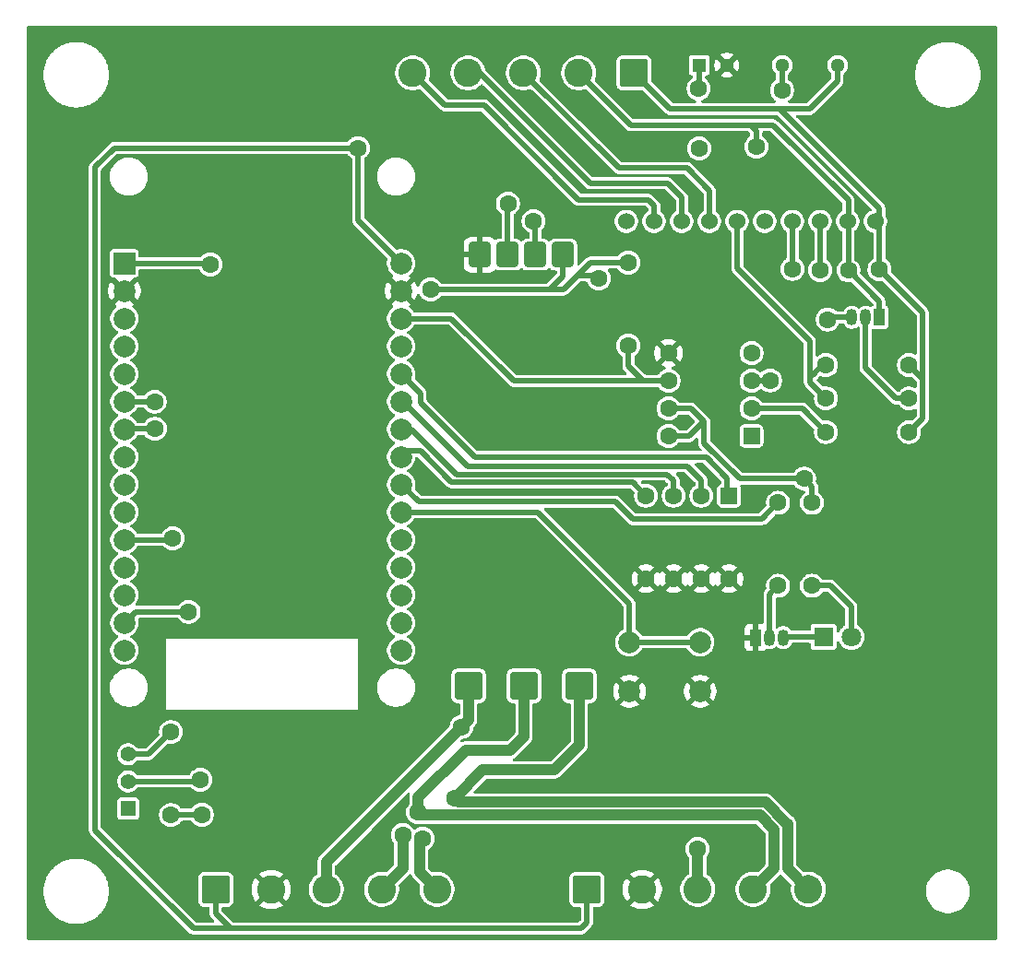
<source format=gbr>
%TF.GenerationSoftware,KiCad,Pcbnew,9.0.3*%
%TF.CreationDate,2026-01-26T07:39:55-05:00*%
%TF.ProjectId,SLAVE_V-C_INSOLATED,534c4156-455f-4562-9d43-5f494e534f4c,rev?*%
%TF.SameCoordinates,Original*%
%TF.FileFunction,Copper,L2,Bot*%
%TF.FilePolarity,Positive*%
%FSLAX46Y46*%
G04 Gerber Fmt 4.6, Leading zero omitted, Abs format (unit mm)*
G04 Created by KiCad (PCBNEW 9.0.3) date 2026-01-26 07:39:55*
%MOMM*%
%LPD*%
G01*
G04 APERTURE LIST*
G04 Aperture macros list*
%AMRoundRect*
0 Rectangle with rounded corners*
0 $1 Rounding radius*
0 $2 $3 $4 $5 $6 $7 $8 $9 X,Y pos of 4 corners*
0 Add a 4 corners polygon primitive as box body*
4,1,4,$2,$3,$4,$5,$6,$7,$8,$9,$2,$3,0*
0 Add four circle primitives for the rounded corners*
1,1,$1+$1,$2,$3*
1,1,$1+$1,$4,$5*
1,1,$1+$1,$6,$7*
1,1,$1+$1,$8,$9*
0 Add four rect primitives between the rounded corners*
20,1,$1+$1,$2,$3,$4,$5,0*
20,1,$1+$1,$4,$5,$6,$7,0*
20,1,$1+$1,$6,$7,$8,$9,0*
20,1,$1+$1,$8,$9,$2,$3,0*%
G04 Aperture macros list end*
%TA.AperFunction,ComponentPad*%
%ADD10RoundRect,0.250000X-0.750000X0.900000X-0.750000X-0.900000X0.750000X-0.900000X0.750000X0.900000X0*%
%TD*%
%TA.AperFunction,ComponentPad*%
%ADD11RoundRect,0.250000X-1.020000X1.020000X-1.020000X-1.020000X1.020000X-1.020000X1.020000X1.020000X0*%
%TD*%
%TA.AperFunction,ComponentPad*%
%ADD12C,1.600000*%
%TD*%
%TA.AperFunction,ComponentPad*%
%ADD13C,2.000000*%
%TD*%
%TA.AperFunction,ComponentPad*%
%ADD14R,1.288000X1.288000*%
%TD*%
%TA.AperFunction,ComponentPad*%
%ADD15C,1.288000*%
%TD*%
%TA.AperFunction,ComponentPad*%
%ADD16R,1.408000X1.408000*%
%TD*%
%TA.AperFunction,ComponentPad*%
%ADD17C,1.408000*%
%TD*%
%TA.AperFunction,ComponentPad*%
%ADD18R,1.800000X1.800000*%
%TD*%
%TA.AperFunction,ComponentPad*%
%ADD19C,1.800000*%
%TD*%
%TA.AperFunction,ComponentPad*%
%ADD20RoundRect,0.250000X1.050000X1.050000X-1.050000X1.050000X-1.050000X-1.050000X1.050000X-1.050000X0*%
%TD*%
%TA.AperFunction,ComponentPad*%
%ADD21C,2.600000*%
%TD*%
%TA.AperFunction,ComponentPad*%
%ADD22RoundRect,0.250000X0.550000X0.550000X-0.550000X0.550000X-0.550000X-0.550000X0.550000X-0.550000X0*%
%TD*%
%TA.AperFunction,ComponentPad*%
%ADD23R,1.050000X1.500000*%
%TD*%
%TA.AperFunction,ComponentPad*%
%ADD24O,1.050000X1.500000*%
%TD*%
%TA.AperFunction,ComponentPad*%
%ADD25C,1.524000*%
%TD*%
%TA.AperFunction,ComponentPad*%
%ADD26RoundRect,0.250000X-1.050000X-1.050000X1.050000X-1.050000X1.050000X1.050000X-1.050000X1.050000X0*%
%TD*%
%TA.AperFunction,ComponentPad*%
%ADD27R,2.000000X2.000000*%
%TD*%
%TA.AperFunction,ComponentPad*%
%ADD28RoundRect,0.250000X-0.550000X0.550000X-0.550000X-0.550000X0.550000X-0.550000X0.550000X0.550000X0*%
%TD*%
%TA.AperFunction,ViaPad*%
%ADD29C,1.600000*%
%TD*%
%TA.AperFunction,Conductor*%
%ADD30C,0.500000*%
%TD*%
%TA.AperFunction,Conductor*%
%ADD31C,1.000000*%
%TD*%
G04 APERTURE END LIST*
D10*
%TO.P,U10,1,VCC*%
%TO.N,3V3*%
X141555000Y-71700000D03*
%TO.P,U10,2,TXD*%
%TO.N,TX*%
X139015000Y-71700000D03*
%TO.P,U10,3,RXD*%
%TO.N,RX*%
X136475000Y-71700000D03*
%TO.P,U10,4,GND*%
%TO.N,GND*%
X133935000Y-71700000D03*
D11*
%TO.P,U10,5,A*%
%TO.N,485+*%
X143055000Y-111300000D03*
%TO.P,U10,6,B*%
%TO.N,485-*%
X137975000Y-111300000D03*
%TO.P,U10,7,GND*%
%TO.N,GND_T*%
X132895000Y-111300000D03*
%TD*%
D12*
%TO.P,R1,1*%
%TO.N,Net-(R1-Pad1)*%
X105580000Y-115550000D03*
%TO.P,R1,2*%
%TO.N,485-*%
X105580000Y-123170000D03*
%TD*%
D13*
%TO.P,SW2,1,1*%
%TO.N,BUTTOM*%
X147650000Y-107300000D03*
X154150000Y-107300000D03*
%TO.P,SW2,2,2*%
%TO.N,GND*%
X147650000Y-111800000D03*
X154150000Y-111800000D03*
%TD*%
D12*
%TO.P,R2,1*%
%TO.N,3V3*%
X147550000Y-72430000D03*
%TO.P,R2,2*%
%TO.N,ALE*%
X147550000Y-80050000D03*
%TD*%
%TO.P,R4,1*%
%TO.N,Net-(Q2-B)*%
X173320000Y-84900000D03*
%TO.P,R4,2*%
%TO.N,ALE_H*%
X165700000Y-84900000D03*
%TD*%
D14*
%TO.P,PS1,1,+VIN(VCC)*%
%TO.N,5V*%
X154060000Y-54300000D03*
D15*
%TO.P,PS1,2,-VIN(GND)*%
%TO.N,GND*%
X156600000Y-54300000D03*
%TO.P,PS1,4,-VOUT*%
%TO.N,GND_ISO*%
X161680000Y-54300000D03*
%TO.P,PS1,6,+VOUT*%
%TO.N,5V_ISO*%
X166760000Y-54300000D03*
%TD*%
D12*
%TO.P,R6,1*%
%TO.N,5V_ISO*%
X173320000Y-88000000D03*
%TO.P,R6,2*%
%TO.N,Net-(U2-A)*%
X165700000Y-88000000D03*
%TD*%
D16*
%TO.P,S1,1*%
%TO.N,unconnected-(S1-Pad1)*%
X101650000Y-122582500D03*
D17*
%TO.P,S1,2*%
%TO.N,485+*%
X101650000Y-120082500D03*
%TO.P,S1,3*%
%TO.N,Net-(R1-Pad1)*%
X101650000Y-117582500D03*
%TD*%
D18*
%TO.P,D7,1,K*%
%TO.N,Net-(D7-K)*%
X165480000Y-106800000D03*
D19*
%TO.P,D7,2,A*%
%TO.N,Net-(D7-A)*%
X168020000Y-106800000D03*
%TD*%
D12*
%TO.P,R5,1*%
%TO.N,5V_ISO*%
X173320000Y-81850000D03*
%TO.P,R5,2*%
%TO.N,ALE_H*%
X165700000Y-81850000D03*
%TD*%
%TO.P,R51,1*%
%TO.N,5V*%
X164400000Y-94490000D03*
%TO.P,R51,2*%
%TO.N,Net-(D7-A)*%
X164400000Y-102110000D03*
%TD*%
D20*
%TO.P,ANALOG_IN,1,Pin_1*%
%TO.N,5V_ISO*%
X148080000Y-55000000D03*
D21*
%TO.P,ANALOG_IN,2,Pin_2*%
%TO.N,GND_ISO*%
X143000000Y-55000000D03*
%TO.P,ANALOG_IN,3,Pin_3*%
%TO.N,SIGNAL_OUT1*%
X137920000Y-55000000D03*
%TO.P,ANALOG_IN,4,Pin_4*%
%TO.N,SIGNAL_OUT2*%
X132840000Y-55000000D03*
%TO.P,ANALOG_IN,5,Pin_5*%
%TO.N,SIGNAL_OUT3*%
X127760000Y-55000000D03*
%TD*%
D22*
%TO.P,U2,1,NC*%
%TO.N,unconnected-(U2-NC-Pad1)*%
X158855000Y-88360000D03*
D12*
%TO.P,U2,2,A*%
%TO.N,Net-(U2-A)*%
X158855000Y-85820000D03*
%TO.P,U2,3,C*%
%TO.N,Net-(Q2-C)*%
X158855000Y-83280000D03*
%TO.P,U2,4,NC*%
%TO.N,unconnected-(U2-NC-Pad4)*%
X158855000Y-80740000D03*
%TO.P,U2,5,GND*%
%TO.N,GND*%
X151235000Y-80740000D03*
%TO.P,U2,6,VO*%
%TO.N,ALE*%
X151235000Y-83280000D03*
%TO.P,U2,7,EN*%
%TO.N,5V*%
X151235000Y-85820000D03*
%TO.P,U2,8,VCC*%
X151235000Y-88360000D03*
%TD*%
D23*
%TO.P,Q2,1,E*%
%TO.N,GND_ISO*%
X170600000Y-77450000D03*
D24*
%TO.P,Q2,2,B*%
%TO.N,Net-(Q2-B)*%
X169330000Y-77450000D03*
%TO.P,Q2,3,C*%
%TO.N,Net-(Q2-C)*%
X168060000Y-77450000D03*
%TD*%
D25*
%TO.P,U4,1,ADDR*%
%TO.N,unconnected-(U4-ADDR-Pad1)*%
X160080000Y-68640000D03*
%TO.P,U4,2,ALERT*%
%TO.N,ALE_H*%
X157540000Y-68640000D03*
%TO.P,U4,3,GND*%
%TO.N,GND_ISO*%
X167700000Y-68640000D03*
%TO.P,U4,4,AIN0*%
%TO.N,SIGNAL_OUT1*%
X155000000Y-68640000D03*
%TO.P,U4,5,AIN1*%
%TO.N,SIGNAL_OUT2*%
X152460000Y-68640000D03*
%TO.P,U4,6,AIN2*%
%TO.N,SIGNAL_OUT3*%
X149920000Y-68640000D03*
%TO.P,U4,7,AIN3*%
%TO.N,unconnected-(U4-AIN3-Pad7)*%
X147380000Y-68640000D03*
%TO.P,U4,8,VDD*%
%TO.N,5V_ISO*%
X170240000Y-68640000D03*
%TO.P,U4,9,SDA*%
%TO.N,SDA_H*%
X162620000Y-68640000D03*
%TO.P,U4,10,SCL*%
%TO.N,SCL_H*%
X165160000Y-68640000D03*
%TD*%
D26*
%TO.P,MODBUS_IN,1,Pin_1*%
%TO.N,5V*%
X143760000Y-130000000D03*
D21*
%TO.P,MODBUS_IN,2,Pin_2*%
%TO.N,GND*%
X148840000Y-130000000D03*
%TO.P,MODBUS_IN,3,Pin_3*%
%TO.N,GND_T*%
X153920000Y-130000000D03*
%TO.P,MODBUS_IN,4,Pin_4*%
%TO.N,485-*%
X159000000Y-130000000D03*
%TO.P,MODBUS_IN,5,Pin_5*%
%TO.N,485+*%
X164080000Y-130000000D03*
%TD*%
D27*
%TO.P,U3,1,3V3*%
%TO.N,3V3*%
X101300000Y-72485000D03*
D13*
%TO.P,U3,2,GND*%
%TO.N,GND*%
X101300000Y-75025000D03*
%TO.P,U3,3,D15*%
%TO.N,unconnected-(U3-D15-Pad3)*%
X101300000Y-77565000D03*
%TO.P,U3,4,D2*%
%TO.N,unconnected-(U3-D2-Pad4)*%
X101300000Y-80105000D03*
%TO.P,U3,5,D4*%
%TO.N,unconnected-(U3-D4-Pad5)*%
X101300000Y-82645000D03*
%TO.P,U3,6,RX2*%
%TO.N,RX*%
X101300000Y-85185000D03*
%TO.P,U3,7,TX2*%
%TO.N,TX*%
X101300000Y-87725000D03*
%TO.P,U3,8,D5*%
%TO.N,unconnected-(U3-D5-Pad8)*%
X101300000Y-90265000D03*
%TO.P,U3,9,D18*%
%TO.N,unconnected-(U3-D18-Pad9)*%
X101300000Y-92805000D03*
%TO.P,U3,10,D19*%
%TO.N,unconnected-(U3-D19-Pad10)*%
X101300000Y-95345000D03*
%TO.P,U3,11,D21*%
%TO.N,SDA*%
X101300000Y-97885000D03*
%TO.P,U3,12,RX0*%
%TO.N,unconnected-(U3-RX0-Pad12)*%
X101300000Y-100425000D03*
%TO.P,U3,13,TX0*%
%TO.N,unconnected-(U3-TX0-Pad13)*%
X101300000Y-102965000D03*
%TO.P,U3,14,D22*%
%TO.N,SCL*%
X101300000Y-105505000D03*
%TO.P,U3,15,D23*%
%TO.N,unconnected-(U3-D23-Pad15)*%
X101300000Y-108045000D03*
%TO.P,U3,16,EN*%
%TO.N,unconnected-(U3-EN-Pad16)*%
X126700000Y-108045000D03*
%TO.P,U3,17,VP*%
%TO.N,unconnected-(U3-VP-Pad17)*%
X126700000Y-105505000D03*
%TO.P,U3,18,VN*%
%TO.N,unconnected-(U3-VN-Pad18)*%
X126700000Y-102965000D03*
%TO.P,U3,19,D34*%
%TO.N,unconnected-(U3-D34-Pad19)*%
X126700000Y-100425000D03*
%TO.P,U3,20,D35*%
%TO.N,unconnected-(U3-D35-Pad20)*%
X126700000Y-97885000D03*
%TO.P,U3,21,D32*%
%TO.N,BUTTOM*%
X126700000Y-95345000D03*
%TO.P,U3,22,D33*%
%TO.N,LED*%
X126700000Y-92805000D03*
%TO.P,U3,23,D25*%
%TO.N,DIP_4*%
X126700000Y-90265000D03*
%TO.P,U3,24,D26*%
%TO.N,DIP_3*%
X126700000Y-87725000D03*
%TO.P,U3,25,D27*%
%TO.N,DIP_2*%
X126700000Y-85185000D03*
%TO.P,U3,26,D14*%
%TO.N,DIP_1*%
X126700000Y-82645000D03*
%TO.P,U3,27,D12*%
%TO.N,unconnected-(U3-D12-Pad27)*%
X126700000Y-80105000D03*
%TO.P,U3,28,D13*%
%TO.N,ALE*%
X126700000Y-77565000D03*
%TO.P,U3,29,GND*%
%TO.N,GND*%
X126700000Y-75025000D03*
%TO.P,U3,30,VIN*%
%TO.N,5V*%
X126700000Y-72485000D03*
%TD*%
D23*
%TO.P,Q1,1,E*%
%TO.N,GND*%
X159230000Y-106860000D03*
D24*
%TO.P,Q1,2,B*%
%TO.N,Net-(Q1-B)*%
X160500000Y-106860000D03*
%TO.P,Q1,3,C*%
%TO.N,Net-(D7-K)*%
X161770000Y-106860000D03*
%TD*%
D28*
%TO.P,SW1,1*%
%TO.N,DIP_1*%
X156800000Y-93830000D03*
D12*
%TO.P,SW1,2*%
%TO.N,DIP_2*%
X154260000Y-93830000D03*
%TO.P,SW1,3*%
%TO.N,DIP_3*%
X151720000Y-93830000D03*
%TO.P,SW1,4*%
%TO.N,DIP_4*%
X149180000Y-93830000D03*
%TO.P,SW1,5*%
%TO.N,GND*%
X149180000Y-101450000D03*
%TO.P,SW1,6*%
X151720000Y-101450000D03*
%TO.P,SW1,7*%
X154260000Y-101450000D03*
%TO.P,SW1,8*%
X156800000Y-101450000D03*
%TD*%
D26*
%TO.P,MODBUS_OUT,1,Pin_1*%
%TO.N,5V*%
X109680000Y-130000000D03*
D21*
%TO.P,MODBUS_OUT,2,Pin_2*%
%TO.N,GND*%
X114760000Y-130000000D03*
%TO.P,MODBUS_OUT,3,Pin_3*%
%TO.N,GND_T*%
X119840000Y-130000000D03*
%TO.P,MODBUS_OUT,4,Pin_4*%
%TO.N,485-*%
X124920000Y-130000000D03*
%TO.P,MODBUS_OUT,5,Pin_5*%
%TO.N,485+*%
X130000000Y-130000000D03*
%TD*%
D12*
%TO.P,R52,1*%
%TO.N,Net-(Q1-B)*%
X161300000Y-102110000D03*
%TO.P,R52,2*%
%TO.N,LED*%
X161300000Y-94490000D03*
%TD*%
D29*
%TO.N,GND*%
X140650000Y-86500000D03*
X140650000Y-80000000D03*
%TO.N,GND_T*%
X132240000Y-115080000D03*
X153910000Y-126300000D03*
%TO.N,5V*%
X163680000Y-92280000D03*
X154050000Y-61950000D03*
X122750000Y-61900000D03*
X154000000Y-56450000D03*
%TO.N,485+*%
X131590000Y-121630000D03*
X108290000Y-119930000D03*
X128680000Y-125340000D03*
%TO.N,485-*%
X128253984Y-122930000D03*
X108410000Y-123140000D03*
X126850000Y-124980000D03*
%TO.N,3V3*%
X144850000Y-73900000D03*
X109200000Y-72600000D03*
X129400000Y-74900000D03*
%TO.N,TX*%
X138860000Y-68605000D03*
X104100000Y-87700000D03*
%TO.N,RX*%
X104070000Y-85200000D03*
X136500000Y-67000000D03*
%TO.N,SCL*%
X107200000Y-104500000D03*
%TO.N,SDA*%
X105750000Y-97760000D03*
%TO.N,SDA_H*%
X162620000Y-73000000D03*
%TO.N,SCL_H*%
X165160000Y-73100000D03*
%TO.N,5V_ISO*%
X170610000Y-73050000D03*
%TO.N,GND_ISO*%
X161650000Y-56600000D03*
X159300000Y-61800000D03*
X167750000Y-73150000D03*
%TO.N,Net-(Q2-C)*%
X160550000Y-83250000D03*
X165850000Y-77650000D03*
%TD*%
D30*
%TO.N,Net-(D7-K)*%
X165480000Y-106800000D02*
X161830000Y-106800000D01*
X161830000Y-106800000D02*
X161770000Y-106860000D01*
%TO.N,Net-(D7-A)*%
X164400000Y-102110000D02*
X166110000Y-102110000D01*
X168020000Y-104020000D02*
X168020000Y-106800000D01*
X166110000Y-102110000D02*
X168020000Y-104020000D01*
D31*
%TO.N,GND_T*%
X153910000Y-126300000D02*
X153910000Y-129990000D01*
X130810000Y-116510000D02*
X132240000Y-115080000D01*
X119840000Y-130000000D02*
X119840000Y-127480000D01*
X132895000Y-114425000D02*
X130810000Y-116510000D01*
X153910000Y-129990000D02*
X153920000Y-130000000D01*
X119840000Y-127480000D02*
X130810000Y-116510000D01*
X132895000Y-111300000D02*
X132895000Y-114425000D01*
X132895000Y-114425000D02*
X132240000Y-115080000D01*
D30*
%TO.N,5V*%
X164400000Y-93000000D02*
X163680000Y-92280000D01*
X154500000Y-87000000D02*
X154500000Y-89000000D01*
X154060000Y-56390000D02*
X154000000Y-56450000D01*
X111030000Y-133600000D02*
X109680000Y-132250000D01*
X154060000Y-54300000D02*
X154060000Y-56390000D01*
X126700000Y-72485000D02*
X122750000Y-68535000D01*
X100350000Y-61900000D02*
X98600000Y-63650000D01*
X154500000Y-89000000D02*
X157780000Y-92280000D01*
X143760000Y-133040000D02*
X143200000Y-133600000D01*
X154500000Y-87000000D02*
X153140000Y-88360000D01*
X107650000Y-133600000D02*
X111030000Y-133600000D01*
X151235000Y-85820000D02*
X153320000Y-85820000D01*
X98600000Y-63650000D02*
X98600000Y-124550000D01*
X164400000Y-94490000D02*
X164400000Y-93000000D01*
X122750000Y-68535000D02*
X122750000Y-61900000D01*
X143760000Y-130000000D02*
X143760000Y-133040000D01*
X157780000Y-92280000D02*
X163680000Y-92280000D01*
X98600000Y-124550000D02*
X107650000Y-133600000D01*
X109680000Y-132250000D02*
X109680000Y-130000000D01*
X122750000Y-61900000D02*
X100350000Y-61900000D01*
X153320000Y-85820000D02*
X153500000Y-86000000D01*
X153140000Y-88360000D02*
X151235000Y-88360000D01*
X153500000Y-86000000D02*
X154500000Y-87000000D01*
X143200000Y-133600000D02*
X111030000Y-133600000D01*
%TO.N,485+*%
X108137500Y-120082500D02*
X108290000Y-119930000D01*
D31*
X128410000Y-128410000D02*
X128410000Y-125610000D01*
X130000000Y-130000000D02*
X128410000Y-128410000D01*
D30*
X101650000Y-120082500D02*
X108137500Y-120082500D01*
D31*
X162172000Y-128092000D02*
X162172000Y-123985000D01*
X128410000Y-125610000D02*
X128680000Y-125340000D01*
X160135000Y-121970000D02*
X162150000Y-123985000D01*
X131930000Y-121970000D02*
X141480000Y-121970000D01*
X140790000Y-119010000D02*
X143055000Y-116745000D01*
X141970000Y-121970000D02*
X141480000Y-121970000D01*
X131590000Y-121630000D02*
X134210000Y-119010000D01*
X164080000Y-130000000D02*
X162172000Y-128092000D01*
X141480000Y-121970000D02*
X160135000Y-121970000D01*
X143055000Y-116745000D02*
X143055000Y-111300000D01*
X134210000Y-119010000D02*
X140790000Y-119010000D01*
X131590000Y-121630000D02*
X131930000Y-121970000D01*
X143055000Y-111300000D02*
X143160000Y-111405000D01*
X164080000Y-129180000D02*
X164080000Y-130000000D01*
%TO.N,485-*%
X128253984Y-121573072D02*
X132607056Y-117220000D01*
X124920000Y-130000000D02*
X126850000Y-128070000D01*
X159000000Y-130000000D02*
X160920000Y-128080000D01*
X128253984Y-122930000D02*
X128253984Y-121573072D01*
X137975000Y-115975000D02*
X137975000Y-111300000D01*
X160920000Y-124470000D02*
X159630000Y-123180000D01*
D30*
X105610000Y-123140000D02*
X105580000Y-123170000D01*
D31*
X136730000Y-117220000D02*
X137975000Y-115975000D01*
D30*
X108410000Y-123140000D02*
X105610000Y-123140000D01*
D31*
X160920000Y-128080000D02*
X160920000Y-124470000D01*
X132607056Y-117220000D02*
X136730000Y-117220000D01*
X126850000Y-128070000D02*
X126850000Y-124980000D01*
X128503984Y-123180000D02*
X128253984Y-122930000D01*
X159630000Y-123180000D02*
X128503984Y-123180000D01*
D30*
%TO.N,SIGNAL_OUT2*%
X152460000Y-68640000D02*
X152460000Y-66390000D01*
X133900000Y-55000000D02*
X132840000Y-55000000D01*
X144050000Y-65150000D02*
X133900000Y-55000000D01*
X151220000Y-65150000D02*
X144050000Y-65150000D01*
X152460000Y-66390000D02*
X151220000Y-65150000D01*
%TO.N,SIGNAL_OUT3*%
X149920000Y-67180000D02*
X149920000Y-68640000D01*
X143010000Y-66660000D02*
X149400000Y-66660000D01*
X149400000Y-66660000D02*
X149920000Y-67180000D01*
X134310000Y-57960000D02*
X143010000Y-66660000D01*
X127760000Y-55000000D02*
X130720000Y-57960000D01*
X130720000Y-57960000D02*
X134310000Y-57960000D01*
%TO.N,SIGNAL_OUT1*%
X155000000Y-65800000D02*
X152940000Y-63740000D01*
X152940000Y-63740000D02*
X146660000Y-63740000D01*
X146660000Y-63740000D02*
X137920000Y-55000000D01*
X155000000Y-68640000D02*
X155000000Y-65800000D01*
%TO.N,Net-(Q1-B)*%
X160500001Y-102909999D02*
X161300000Y-102110000D01*
X160500000Y-106860000D02*
X160500000Y-103660000D01*
X160500000Y-103660000D02*
X160500001Y-102909999D01*
%TO.N,3V3*%
X144555000Y-73605000D02*
X144850000Y-73900000D01*
X109200000Y-72600000D02*
X109085000Y-72485000D01*
X141555000Y-73665000D02*
X141555000Y-71700000D01*
X140320000Y-74900000D02*
X141555000Y-73665000D01*
X147470000Y-72350000D02*
X147550000Y-72430000D01*
X139505000Y-74900000D02*
X140320000Y-74900000D01*
X142875000Y-73605000D02*
X144050000Y-72430000D01*
X129400000Y-74900000D02*
X139505000Y-74900000D01*
X142875000Y-73605000D02*
X144555000Y-73605000D01*
X139505000Y-74900000D02*
X141580000Y-74900000D01*
X142875000Y-73605000D02*
X141580000Y-74900000D01*
X109085000Y-72485000D02*
X101300000Y-72485000D01*
X144050000Y-72430000D02*
X147550000Y-72430000D01*
%TO.N,LED*%
X159790000Y-96000000D02*
X147950000Y-96000000D01*
X147950000Y-96000000D02*
X146350000Y-94400000D01*
X161300000Y-94490000D02*
X159790000Y-96000000D01*
X128295000Y-94400000D02*
X126700000Y-92805000D01*
X146350000Y-94400000D02*
X128295000Y-94400000D01*
%TO.N,DIP_1*%
X128492500Y-84437500D02*
X128492500Y-85292500D01*
X128492500Y-85292500D02*
X133500000Y-90300000D01*
X156620000Y-92220000D02*
X156620000Y-93650000D01*
X133500000Y-90300000D02*
X154700000Y-90300000D01*
X126700000Y-82645000D02*
X128492500Y-84437500D01*
X154700000Y-90300000D02*
X156620000Y-92220000D01*
X156620000Y-93650000D02*
X156800000Y-93830000D01*
%TO.N,DIP_3*%
X131770000Y-91880000D02*
X151140000Y-91880000D01*
X151140000Y-91880000D02*
X151720000Y-92460000D01*
X127615000Y-87725000D02*
X131770000Y-91880000D01*
X126700000Y-87725000D02*
X127615000Y-87725000D01*
X151720000Y-92460000D02*
X151720000Y-93830000D01*
%TO.N,DIP_4*%
X128460000Y-89730000D02*
X127235000Y-89730000D01*
X149180000Y-93830000D02*
X147950000Y-92600000D01*
X147950000Y-92600000D02*
X131330000Y-92600000D01*
X131330000Y-92600000D02*
X128460000Y-89730000D01*
X127235000Y-89730000D02*
X126700000Y-90265000D01*
%TO.N,DIP_2*%
X152990000Y-91140000D02*
X132840000Y-91140000D01*
X154260000Y-92410000D02*
X152990000Y-91140000D01*
X132840000Y-91140000D02*
X126885000Y-85185000D01*
X126885000Y-85185000D02*
X126700000Y-85185000D01*
X154260000Y-93830000D02*
X154260000Y-92410000D01*
%TO.N,BUTTOM*%
X139245000Y-95345000D02*
X126700000Y-95345000D01*
X147650000Y-103750000D02*
X139245000Y-95345000D01*
X154150000Y-107300000D02*
X147650000Y-107300000D01*
X147650000Y-107300000D02*
X147650000Y-103750000D01*
%TO.N,ALE*%
X131315000Y-77565000D02*
X137030000Y-83280000D01*
X147550000Y-80050000D02*
X147550000Y-81930000D01*
X148900000Y-83280000D02*
X151235000Y-83280000D01*
X127800000Y-77565000D02*
X126700000Y-77565000D01*
X127800000Y-77565000D02*
X131315000Y-77565000D01*
X147550000Y-81930000D02*
X148900000Y-83280000D01*
X129155000Y-77565000D02*
X127800000Y-77565000D01*
X137030000Y-83280000D02*
X148900000Y-83280000D01*
%TO.N,TX*%
X138970000Y-68680000D02*
X138935000Y-68680000D01*
X101325000Y-87700000D02*
X101300000Y-87725000D01*
X104100000Y-87700000D02*
X101325000Y-87700000D01*
X138935000Y-68680000D02*
X138860000Y-68605000D01*
X139015000Y-68760000D02*
X138860000Y-68605000D01*
X139015000Y-71700000D02*
X139015000Y-68760000D01*
%TO.N,RX*%
X104070000Y-85200000D02*
X101315000Y-85200000D01*
X101315000Y-85200000D02*
X101300000Y-85185000D01*
X136490000Y-68750000D02*
X136490000Y-67010000D01*
X136475000Y-67025000D02*
X136500000Y-67000000D01*
X136490000Y-67010000D02*
X136500000Y-67000000D01*
X136475000Y-71700000D02*
X136475000Y-67025000D01*
%TO.N,SCL*%
X102305000Y-104500000D02*
X107200000Y-104500000D01*
X101300000Y-105505000D02*
X102305000Y-104500000D01*
%TO.N,SDA*%
X105625000Y-97885000D02*
X105750000Y-97760000D01*
X101300000Y-97885000D02*
X105625000Y-97885000D01*
%TO.N,SDA_H*%
X162620000Y-68640000D02*
X162620000Y-73000000D01*
%TO.N,ALE_H*%
X164550000Y-82650000D02*
X164250000Y-82950000D01*
X164200000Y-82300000D02*
X164200000Y-79600000D01*
X165350000Y-81850000D02*
X164550000Y-82650000D01*
X164200000Y-79600000D02*
X157540000Y-72940000D01*
X165300000Y-84900000D02*
X165700000Y-84900000D01*
X157540000Y-72940000D02*
X157540000Y-68640000D01*
X164200000Y-83400000D02*
X164250000Y-83450000D01*
X165700000Y-81850000D02*
X165350000Y-81850000D01*
X164200000Y-79600000D02*
X164200000Y-83400000D01*
X164250000Y-82950000D02*
X164250000Y-83450000D01*
X164250000Y-83450000D02*
X165700000Y-84900000D01*
%TO.N,SCL_H*%
X165160000Y-68640000D02*
X165160000Y-73100000D01*
%TO.N,5V_ISO*%
X151380000Y-58300000D02*
X161450000Y-58300000D01*
X166760000Y-55740000D02*
X166760000Y-54300000D01*
X174571000Y-77011000D02*
X174571000Y-83131000D01*
X148080000Y-55000000D02*
X151380000Y-58300000D01*
X161450000Y-58300000D02*
X170610000Y-67460000D01*
X173320000Y-88000000D02*
X174571000Y-86749000D01*
X170610000Y-67460000D02*
X170610000Y-73050000D01*
X164200000Y-58300000D02*
X166760000Y-55740000D01*
X174571000Y-86749000D02*
X174571000Y-83131000D01*
X161450000Y-58300000D02*
X164200000Y-58300000D01*
X170610000Y-73050000D02*
X174571000Y-77011000D01*
X174571000Y-83131000D02*
X173290000Y-81850000D01*
%TO.N,GND_ISO*%
X147800000Y-59800000D02*
X158800000Y-59800000D01*
X161680000Y-54300000D02*
X161680000Y-56570000D01*
X145200000Y-57200000D02*
X147800000Y-59800000D01*
X158800000Y-59800000D02*
X160830000Y-59800000D01*
X161680000Y-56570000D02*
X161650000Y-56600000D01*
X159300000Y-60300000D02*
X159300000Y-61800000D01*
X158800000Y-59800000D02*
X159300000Y-60300000D01*
X167750000Y-66720000D02*
X167750000Y-73150000D01*
X167750000Y-73150000D02*
X170600000Y-76000000D01*
X160830000Y-59800000D02*
X167750000Y-66720000D01*
X170600000Y-76000000D02*
X170600000Y-77450000D01*
X143000000Y-55000000D02*
X145200000Y-57200000D01*
%TO.N,Net-(R1-Pad1)*%
X103547500Y-117582500D02*
X105580000Y-115550000D01*
X101650000Y-117582500D02*
X103547500Y-117582500D01*
%TO.N,Net-(Q2-C)*%
X166050000Y-77450000D02*
X165850000Y-77650000D01*
X168060000Y-77450000D02*
X166050000Y-77450000D01*
X158855000Y-83280000D02*
X160520000Y-83280000D01*
X160520000Y-83280000D02*
X160550000Y-83250000D01*
%TO.N,Net-(Q2-B)*%
X169330000Y-82130000D02*
X169330000Y-77450000D01*
X173320000Y-84900000D02*
X172100000Y-84900000D01*
X172100000Y-84900000D02*
X169330000Y-82130000D01*
%TO.N,Net-(U2-A)*%
X163520000Y-85820000D02*
X165700000Y-88000000D01*
X158855000Y-85820000D02*
X163520000Y-85820000D01*
%TD*%
%TA.AperFunction,Conductor*%
%TO.N,GND*%
G36*
X181317539Y-50695185D02*
G01*
X181363294Y-50747989D01*
X181374500Y-50799500D01*
X181374500Y-134550500D01*
X181354815Y-134617539D01*
X181302011Y-134663294D01*
X181250500Y-134674500D01*
X92499500Y-134674500D01*
X92432461Y-134654815D01*
X92386706Y-134602011D01*
X92375500Y-134550500D01*
X92375500Y-130175000D01*
X93874999Y-130175000D01*
X93875497Y-130252252D01*
X93875497Y-130252257D01*
X93883451Y-130406565D01*
X93883452Y-130406573D01*
X93883452Y-130406582D01*
X93899338Y-130560260D01*
X93923119Y-130712945D01*
X93923120Y-130712952D01*
X93954717Y-130864154D01*
X93994072Y-131013593D01*
X94041063Y-131160795D01*
X94095566Y-131305371D01*
X94123318Y-131368870D01*
X94157443Y-131446954D01*
X94201131Y-131534360D01*
X94226532Y-131585181D01*
X94302622Y-131719623D01*
X94302628Y-131719632D01*
X94302630Y-131719635D01*
X94380413Y-131841924D01*
X94385557Y-131850010D01*
X94385565Y-131850023D01*
X94454249Y-131946634D01*
X94473022Y-131973041D01*
X94475085Y-131975942D01*
X94570978Y-132097100D01*
X94672959Y-132213136D01*
X94672969Y-132213147D01*
X94672979Y-132213158D01*
X94672988Y-132213167D01*
X94780784Y-132323777D01*
X94780800Y-132323792D01*
X94780820Y-132323813D01*
X94894214Y-132428768D01*
X94894227Y-132428779D01*
X95012872Y-132527758D01*
X95136440Y-132620485D01*
X95136449Y-132620491D01*
X95264644Y-132706746D01*
X95370235Y-132770151D01*
X95397104Y-132786285D01*
X95397125Y-132786297D01*
X95533471Y-132858893D01*
X95533490Y-132858903D01*
X95533496Y-132858906D01*
X95673439Y-132924407D01*
X95673451Y-132924412D01*
X95673458Y-132924415D01*
X95779463Y-132967526D01*
X95816568Y-132982616D01*
X95962504Y-133033380D01*
X96110860Y-133076564D01*
X96261242Y-133112054D01*
X96413252Y-133139755D01*
X96566486Y-133159594D01*
X96566485Y-133159594D01*
X96588493Y-133161297D01*
X96720538Y-133171519D01*
X96875000Y-133175498D01*
X97029462Y-133171519D01*
X97183514Y-133159594D01*
X97336748Y-133139755D01*
X97488758Y-133112054D01*
X97639140Y-133076564D01*
X97787496Y-133033380D01*
X97933432Y-132982616D01*
X98076561Y-132924407D01*
X98216504Y-132858906D01*
X98352889Y-132786289D01*
X98485356Y-132706746D01*
X98613552Y-132620490D01*
X98656827Y-132588016D01*
X98737127Y-132527758D01*
X98737137Y-132527750D01*
X98855785Y-132428769D01*
X98969180Y-132323813D01*
X99077021Y-132213158D01*
X99179023Y-132097098D01*
X99274916Y-131975941D01*
X99364444Y-131850009D01*
X99447370Y-131719635D01*
X99473770Y-131672989D01*
X99523467Y-131585181D01*
X99523471Y-131585171D01*
X99523476Y-131585164D01*
X99592557Y-131446954D01*
X99654433Y-131305371D01*
X99708938Y-131160791D01*
X99755927Y-131013596D01*
X99795277Y-130864177D01*
X99804630Y-130819419D01*
X99826879Y-130712952D01*
X99826880Y-130712945D01*
X99826883Y-130712931D01*
X99850661Y-130560259D01*
X99866549Y-130406565D01*
X99874503Y-130252257D01*
X99874503Y-130097743D01*
X99866549Y-129943435D01*
X99850661Y-129789741D01*
X99826883Y-129637069D01*
X99826880Y-129637054D01*
X99826879Y-129637047D01*
X99795282Y-129485845D01*
X99795280Y-129485837D01*
X99795277Y-129485823D01*
X99755927Y-129336404D01*
X99708938Y-129189209D01*
X99654433Y-129044629D01*
X99592557Y-128903046D01*
X99523476Y-128764836D01*
X99523475Y-128764835D01*
X99523467Y-128764818D01*
X99447377Y-128630376D01*
X99447371Y-128630367D01*
X99438670Y-128616687D01*
X99364444Y-128499991D01*
X99364438Y-128499982D01*
X99364434Y-128499976D01*
X99316585Y-128432672D01*
X99274916Y-128374059D01*
X99209865Y-128291870D01*
X99179021Y-128252899D01*
X99077040Y-128136863D01*
X99077031Y-128136853D01*
X99077021Y-128136842D01*
X98995719Y-128053418D01*
X98969215Y-128026222D01*
X98969199Y-128026206D01*
X98969180Y-128026187D01*
X98855785Y-127921231D01*
X98785912Y-127862940D01*
X98737127Y-127822241D01*
X98613559Y-127729514D01*
X98613550Y-127729508D01*
X98485373Y-127643265D01*
X98485357Y-127643255D01*
X98485356Y-127643254D01*
X98432560Y-127611551D01*
X98352895Y-127563714D01*
X98352874Y-127563702D01*
X98216528Y-127491106D01*
X98216509Y-127491096D01*
X98076570Y-127425597D01*
X98076541Y-127425584D01*
X97933448Y-127367390D01*
X97933439Y-127367387D01*
X97933432Y-127367384D01*
X97787496Y-127316620D01*
X97755199Y-127307219D01*
X97639145Y-127273437D01*
X97639140Y-127273436D01*
X97488758Y-127237946D01*
X97488748Y-127237944D01*
X97488739Y-127237942D01*
X97336744Y-127210244D01*
X97183506Y-127190405D01*
X97183514Y-127190405D01*
X97029455Y-127178480D01*
X96875000Y-127174503D01*
X96720544Y-127178480D01*
X96566489Y-127190405D01*
X96413255Y-127210244D01*
X96261260Y-127237942D01*
X96261246Y-127237945D01*
X96261242Y-127237946D01*
X96224954Y-127246510D01*
X96110864Y-127273435D01*
X96110854Y-127273437D01*
X95962500Y-127316621D01*
X95816551Y-127367390D01*
X95673458Y-127425584D01*
X95673429Y-127425597D01*
X95533490Y-127491096D01*
X95533471Y-127491106D01*
X95397125Y-127563702D01*
X95397104Y-127563714D01*
X95264642Y-127643255D01*
X95264626Y-127643265D01*
X95136449Y-127729508D01*
X95136440Y-127729514D01*
X95012872Y-127822241D01*
X94894227Y-127921220D01*
X94894214Y-127921231D01*
X94780815Y-128026192D01*
X94780784Y-128026222D01*
X94672988Y-128136832D01*
X94672959Y-128136863D01*
X94570978Y-128252899D01*
X94475085Y-128374057D01*
X94385565Y-128499976D01*
X94385557Y-128499989D01*
X94302628Y-128630367D01*
X94302622Y-128630376D01*
X94226532Y-128764818D01*
X94157438Y-128903057D01*
X94095566Y-129044628D01*
X94041063Y-129189204D01*
X93994072Y-129336406D01*
X93954717Y-129485845D01*
X93923120Y-129637047D01*
X93923119Y-129637054D01*
X93899338Y-129789739D01*
X93883452Y-129943417D01*
X93883452Y-129943425D01*
X93883451Y-129943435D01*
X93878273Y-130043886D01*
X93875497Y-130097742D01*
X93874999Y-130175000D01*
X92375500Y-130175000D01*
X92375500Y-63577525D01*
X98049500Y-63577525D01*
X98049500Y-124477526D01*
X98049500Y-124622474D01*
X98087016Y-124762485D01*
X98159490Y-124888015D01*
X107311985Y-134040510D01*
X107437515Y-134112984D01*
X107577525Y-134150500D01*
X107577526Y-134150500D01*
X107577528Y-134150500D01*
X143272472Y-134150500D01*
X143272474Y-134150500D01*
X143272475Y-134150500D01*
X143412485Y-134112984D01*
X143538015Y-134040510D01*
X144200510Y-133378014D01*
X144272984Y-133252485D01*
X144310500Y-133112474D01*
X144310500Y-132967526D01*
X144310500Y-131724500D01*
X144330185Y-131657461D01*
X144382989Y-131611706D01*
X144434500Y-131600500D01*
X144853097Y-131600500D01*
X144853102Y-131600500D01*
X144941564Y-131589877D01*
X145082342Y-131534361D01*
X145202922Y-131442922D01*
X145294361Y-131322342D01*
X145349877Y-131181564D01*
X145360500Y-131093102D01*
X145360500Y-129882014D01*
X147040000Y-129882014D01*
X147040000Y-130117985D01*
X147070799Y-130351914D01*
X147131870Y-130579837D01*
X147222160Y-130797819D01*
X147222165Y-130797828D01*
X147340144Y-131002171D01*
X147340145Y-131002172D01*
X147402721Y-131083723D01*
X148238958Y-130247487D01*
X148263978Y-130307890D01*
X148335112Y-130414351D01*
X148425649Y-130504888D01*
X148532110Y-130576022D01*
X148592511Y-130601041D01*
X147756275Y-131437277D01*
X147837827Y-131499854D01*
X147837828Y-131499855D01*
X148042171Y-131617834D01*
X148042180Y-131617839D01*
X148260163Y-131708129D01*
X148260161Y-131708129D01*
X148488085Y-131769200D01*
X148722014Y-131799999D01*
X148722029Y-131800000D01*
X148957971Y-131800000D01*
X148957985Y-131799999D01*
X149191914Y-131769200D01*
X149419837Y-131708129D01*
X149637819Y-131617839D01*
X149637828Y-131617834D01*
X149842181Y-131499850D01*
X149923723Y-131437279D01*
X149923723Y-131437276D01*
X149087487Y-130601041D01*
X149147890Y-130576022D01*
X149254351Y-130504888D01*
X149344888Y-130414351D01*
X149416022Y-130307890D01*
X149441041Y-130247488D01*
X150277276Y-131083723D01*
X150277279Y-131083723D01*
X150339850Y-131002181D01*
X150457834Y-130797828D01*
X150457839Y-130797819D01*
X150548129Y-130579837D01*
X150609200Y-130351914D01*
X150639999Y-130117985D01*
X150640000Y-130117971D01*
X150640000Y-129882028D01*
X150639999Y-129882019D01*
X150638948Y-129874038D01*
X152319500Y-129874038D01*
X152319500Y-130125961D01*
X152358910Y-130374785D01*
X152436760Y-130614383D01*
X152486984Y-130712952D01*
X152541231Y-130819418D01*
X152551132Y-130838848D01*
X152699201Y-131042649D01*
X152699205Y-131042654D01*
X152877345Y-131220794D01*
X152877350Y-131220798D01*
X153017116Y-131322343D01*
X153081155Y-131368870D01*
X153224184Y-131441747D01*
X153305616Y-131483239D01*
X153305618Y-131483239D01*
X153305621Y-131483241D01*
X153545215Y-131561090D01*
X153794038Y-131600500D01*
X153794039Y-131600500D01*
X154045961Y-131600500D01*
X154045962Y-131600500D01*
X154294785Y-131561090D01*
X154534379Y-131483241D01*
X154758845Y-131368870D01*
X154962656Y-131220793D01*
X155140793Y-131042656D01*
X155288870Y-130838845D01*
X155403241Y-130614379D01*
X155481090Y-130374785D01*
X155520500Y-130125962D01*
X155520500Y-129874038D01*
X155481090Y-129625215D01*
X155403241Y-129385621D01*
X155403239Y-129385618D01*
X155403239Y-129385616D01*
X155353653Y-129288299D01*
X155288870Y-129161155D01*
X155269952Y-129135117D01*
X155140798Y-128957350D01*
X155140794Y-128957345D01*
X154962654Y-128779205D01*
X154962649Y-128779201D01*
X154761615Y-128633141D01*
X154718949Y-128577811D01*
X154710500Y-128532823D01*
X154710500Y-127107204D01*
X154730185Y-127040165D01*
X154746819Y-127019523D01*
X154749414Y-127016928D01*
X154851232Y-126876788D01*
X154929873Y-126722445D01*
X154983402Y-126557701D01*
X155010500Y-126386611D01*
X155010500Y-126213389D01*
X154983402Y-126042299D01*
X154929873Y-125877555D01*
X154851232Y-125723212D01*
X154749414Y-125583072D01*
X154626928Y-125460586D01*
X154486788Y-125358768D01*
X154332445Y-125280127D01*
X154167701Y-125226598D01*
X154167699Y-125226597D01*
X154167698Y-125226597D01*
X154036271Y-125205781D01*
X153996611Y-125199500D01*
X153823389Y-125199500D01*
X153783728Y-125205781D01*
X153652302Y-125226597D01*
X153487552Y-125280128D01*
X153333211Y-125358768D01*
X153273096Y-125402445D01*
X153193072Y-125460586D01*
X153193070Y-125460588D01*
X153193069Y-125460588D01*
X153070588Y-125583069D01*
X153070588Y-125583070D01*
X153070586Y-125583072D01*
X153026859Y-125643256D01*
X152968768Y-125723211D01*
X152890128Y-125877552D01*
X152836597Y-126042302D01*
X152814881Y-126179414D01*
X152809500Y-126213389D01*
X152809500Y-126386611D01*
X152836598Y-126557701D01*
X152890127Y-126722445D01*
X152968768Y-126876788D01*
X153070586Y-127016928D01*
X153070588Y-127016930D01*
X153073181Y-127019523D01*
X153106666Y-127080846D01*
X153109500Y-127107204D01*
X153109500Y-128547354D01*
X153089815Y-128614393D01*
X153058385Y-128647672D01*
X152877350Y-128779201D01*
X152877345Y-128779205D01*
X152699205Y-128957345D01*
X152699201Y-128957350D01*
X152551132Y-129161151D01*
X152436760Y-129385616D01*
X152358910Y-129625214D01*
X152319500Y-129874038D01*
X150638948Y-129874038D01*
X150609201Y-129648085D01*
X150548129Y-129420162D01*
X150457839Y-129202180D01*
X150457834Y-129202171D01*
X150339855Y-128997828D01*
X150339854Y-128997827D01*
X150277277Y-128916275D01*
X149441041Y-129752511D01*
X149416022Y-129692110D01*
X149344888Y-129585649D01*
X149254351Y-129495112D01*
X149147890Y-129423978D01*
X149087488Y-129398958D01*
X149923723Y-128562721D01*
X149842172Y-128500145D01*
X149842171Y-128500144D01*
X149637828Y-128382165D01*
X149637819Y-128382160D01*
X149419836Y-128291870D01*
X149419838Y-128291870D01*
X149191914Y-128230799D01*
X148957985Y-128200000D01*
X148722014Y-128200000D01*
X148488085Y-128230799D01*
X148260162Y-128291870D01*
X148042180Y-128382160D01*
X148042171Y-128382165D01*
X147837828Y-128500144D01*
X147837818Y-128500150D01*
X147756275Y-128562720D01*
X147756275Y-128562721D01*
X148592512Y-129398958D01*
X148532110Y-129423978D01*
X148425649Y-129495112D01*
X148335112Y-129585649D01*
X148263978Y-129692110D01*
X148238958Y-129752511D01*
X147402721Y-128916275D01*
X147402720Y-128916275D01*
X147340150Y-128997818D01*
X147340144Y-128997828D01*
X147222165Y-129202171D01*
X147222160Y-129202180D01*
X147131870Y-129420162D01*
X147070799Y-129648085D01*
X147040000Y-129882014D01*
X145360500Y-129882014D01*
X145360500Y-128906898D01*
X145349877Y-128818436D01*
X145294361Y-128677658D01*
X145294360Y-128677657D01*
X145294360Y-128677656D01*
X145202922Y-128557077D01*
X145082343Y-128465639D01*
X144953419Y-128414798D01*
X144941564Y-128410123D01*
X144941563Y-128410122D01*
X144941561Y-128410122D01*
X144895926Y-128404642D01*
X144853102Y-128399500D01*
X142666898Y-128399500D01*
X142627853Y-128404188D01*
X142578438Y-128410122D01*
X142437656Y-128465639D01*
X142317077Y-128557077D01*
X142225639Y-128677656D01*
X142170122Y-128818438D01*
X142165954Y-128853149D01*
X142159500Y-128906898D01*
X142159500Y-131093102D01*
X142165126Y-131139954D01*
X142170122Y-131181561D01*
X142225639Y-131322343D01*
X142317077Y-131442922D01*
X142437656Y-131534360D01*
X142437657Y-131534360D01*
X142437658Y-131534361D01*
X142578436Y-131589877D01*
X142666898Y-131600500D01*
X143085500Y-131600500D01*
X143152539Y-131620185D01*
X143198294Y-131672989D01*
X143209500Y-131724500D01*
X143209500Y-132760613D01*
X143200855Y-132790053D01*
X143194332Y-132820040D01*
X143190577Y-132825055D01*
X143189815Y-132827652D01*
X143173181Y-132848294D01*
X143008294Y-133013181D01*
X142946971Y-133046666D01*
X142920613Y-133049500D01*
X111309387Y-133049500D01*
X111242348Y-133029815D01*
X111221706Y-133013181D01*
X110266819Y-132058294D01*
X110233334Y-131996971D01*
X110230500Y-131970613D01*
X110230500Y-131724500D01*
X110250185Y-131657461D01*
X110302989Y-131611706D01*
X110354500Y-131600500D01*
X110773097Y-131600500D01*
X110773102Y-131600500D01*
X110861564Y-131589877D01*
X111002342Y-131534361D01*
X111122922Y-131442922D01*
X111214361Y-131322342D01*
X111269877Y-131181564D01*
X111280500Y-131093102D01*
X111280500Y-129882014D01*
X112960000Y-129882014D01*
X112960000Y-130117985D01*
X112990799Y-130351914D01*
X113051870Y-130579837D01*
X113142160Y-130797819D01*
X113142165Y-130797828D01*
X113260144Y-131002171D01*
X113260145Y-131002172D01*
X113322721Y-131083723D01*
X114158958Y-130247487D01*
X114183978Y-130307890D01*
X114255112Y-130414351D01*
X114345649Y-130504888D01*
X114452110Y-130576022D01*
X114512511Y-130601041D01*
X113676275Y-131437277D01*
X113757827Y-131499854D01*
X113757828Y-131499855D01*
X113962171Y-131617834D01*
X113962180Y-131617839D01*
X114180163Y-131708129D01*
X114180161Y-131708129D01*
X114408085Y-131769200D01*
X114642014Y-131799999D01*
X114642029Y-131800000D01*
X114877971Y-131800000D01*
X114877985Y-131799999D01*
X115111914Y-131769200D01*
X115339837Y-131708129D01*
X115557819Y-131617839D01*
X115557828Y-131617834D01*
X115762181Y-131499850D01*
X115843723Y-131437279D01*
X115843723Y-131437276D01*
X115007487Y-130601041D01*
X115067890Y-130576022D01*
X115174351Y-130504888D01*
X115264888Y-130414351D01*
X115336022Y-130307890D01*
X115361041Y-130247487D01*
X116197276Y-131083723D01*
X116197279Y-131083723D01*
X116259850Y-131002181D01*
X116377834Y-130797828D01*
X116377839Y-130797819D01*
X116468129Y-130579837D01*
X116529200Y-130351914D01*
X116559999Y-130117985D01*
X116560000Y-130117971D01*
X116560000Y-129882028D01*
X116559999Y-129882019D01*
X116558948Y-129874038D01*
X118239500Y-129874038D01*
X118239500Y-130125961D01*
X118278910Y-130374785D01*
X118356760Y-130614383D01*
X118406984Y-130712952D01*
X118461231Y-130819418D01*
X118471132Y-130838848D01*
X118619201Y-131042649D01*
X118619205Y-131042654D01*
X118797345Y-131220794D01*
X118797350Y-131220798D01*
X118937116Y-131322343D01*
X119001155Y-131368870D01*
X119144184Y-131441747D01*
X119225616Y-131483239D01*
X119225618Y-131483239D01*
X119225621Y-131483241D01*
X119465215Y-131561090D01*
X119714038Y-131600500D01*
X119714039Y-131600500D01*
X119965961Y-131600500D01*
X119965962Y-131600500D01*
X120214785Y-131561090D01*
X120454379Y-131483241D01*
X120678845Y-131368870D01*
X120882656Y-131220793D01*
X121060793Y-131042656D01*
X121208870Y-130838845D01*
X121323241Y-130614379D01*
X121401090Y-130374785D01*
X121440500Y-130125962D01*
X121440500Y-129874038D01*
X123319500Y-129874038D01*
X123319500Y-130125961D01*
X123358910Y-130374785D01*
X123436760Y-130614383D01*
X123486984Y-130712952D01*
X123541231Y-130819418D01*
X123551132Y-130838848D01*
X123699201Y-131042649D01*
X123699205Y-131042654D01*
X123877345Y-131220794D01*
X123877350Y-131220798D01*
X124017116Y-131322343D01*
X124081155Y-131368870D01*
X124224184Y-131441747D01*
X124305616Y-131483239D01*
X124305618Y-131483239D01*
X124305621Y-131483241D01*
X124545215Y-131561090D01*
X124794038Y-131600500D01*
X124794039Y-131600500D01*
X125045961Y-131600500D01*
X125045962Y-131600500D01*
X125294785Y-131561090D01*
X125534379Y-131483241D01*
X125758845Y-131368870D01*
X125962656Y-131220793D01*
X126140793Y-131042656D01*
X126288870Y-130838845D01*
X126403241Y-130614379D01*
X126481090Y-130374785D01*
X126520500Y-130125962D01*
X126520500Y-129874038D01*
X126483559Y-129640803D01*
X126492514Y-129571511D01*
X126518348Y-129533728D01*
X127441181Y-128610897D01*
X127502504Y-128577412D01*
X127572196Y-128582396D01*
X127628129Y-128624268D01*
X127643423Y-128651126D01*
X127700602Y-128789172D01*
X127700609Y-128789185D01*
X127788210Y-128920288D01*
X127788213Y-128920292D01*
X128401648Y-129533726D01*
X128435133Y-129595049D01*
X128436440Y-129640805D01*
X128399500Y-129874038D01*
X128399500Y-130125961D01*
X128438910Y-130374785D01*
X128516760Y-130614383D01*
X128566984Y-130712952D01*
X128621231Y-130819418D01*
X128631132Y-130838848D01*
X128779201Y-131042649D01*
X128779205Y-131042654D01*
X128957345Y-131220794D01*
X128957350Y-131220798D01*
X129097116Y-131322343D01*
X129161155Y-131368870D01*
X129304184Y-131441747D01*
X129385616Y-131483239D01*
X129385618Y-131483239D01*
X129385621Y-131483241D01*
X129625215Y-131561090D01*
X129874038Y-131600500D01*
X129874039Y-131600500D01*
X130125961Y-131600500D01*
X130125962Y-131600500D01*
X130374785Y-131561090D01*
X130614379Y-131483241D01*
X130838845Y-131368870D01*
X131042656Y-131220793D01*
X131220793Y-131042656D01*
X131368870Y-130838845D01*
X131483241Y-130614379D01*
X131561090Y-130374785D01*
X131600500Y-130125962D01*
X131600500Y-129874038D01*
X131561090Y-129625215D01*
X131483241Y-129385621D01*
X131483239Y-129385618D01*
X131483239Y-129385616D01*
X131433653Y-129288299D01*
X131368870Y-129161155D01*
X131349952Y-129135117D01*
X131220798Y-128957350D01*
X131220794Y-128957345D01*
X131042654Y-128779205D01*
X131042649Y-128779201D01*
X130838848Y-128631132D01*
X130838847Y-128631131D01*
X130838845Y-128631130D01*
X130739064Y-128580289D01*
X130614383Y-128516760D01*
X130374785Y-128438910D01*
X130302651Y-128427485D01*
X130125962Y-128399500D01*
X129874038Y-128399500D01*
X129834130Y-128405820D01*
X129640805Y-128436440D01*
X129571511Y-128427485D01*
X129533726Y-128401648D01*
X129246819Y-128114741D01*
X129213334Y-128053418D01*
X129210500Y-128027060D01*
X129210500Y-126378043D01*
X129230185Y-126311004D01*
X129261611Y-126277727D01*
X129396928Y-126179414D01*
X129519414Y-126056928D01*
X129621232Y-125916788D01*
X129699873Y-125762445D01*
X129753402Y-125597701D01*
X129780500Y-125426611D01*
X129780500Y-125253389D01*
X129753402Y-125082299D01*
X129699873Y-124917555D01*
X129621232Y-124763212D01*
X129519414Y-124623072D01*
X129396928Y-124500586D01*
X129256788Y-124398768D01*
X129102445Y-124320127D01*
X128937701Y-124266598D01*
X128937699Y-124266597D01*
X128937698Y-124266597D01*
X128786796Y-124242697D01*
X128766611Y-124239500D01*
X128593389Y-124239500D01*
X128573199Y-124242697D01*
X128573133Y-124242708D01*
X128422299Y-124266598D01*
X128410676Y-124270374D01*
X128410667Y-124270376D01*
X128257550Y-124320128D01*
X128103208Y-124398770D01*
X127991325Y-124480058D01*
X127925519Y-124503538D01*
X127857465Y-124487713D01*
X127808770Y-124437607D01*
X127807954Y-124436032D01*
X127791233Y-124403213D01*
X127758597Y-124358294D01*
X127689414Y-124263072D01*
X127566928Y-124140586D01*
X127426788Y-124038768D01*
X127272445Y-123960127D01*
X127107701Y-123906598D01*
X127107699Y-123906597D01*
X127107698Y-123906597D01*
X126976271Y-123885781D01*
X126936611Y-123879500D01*
X126763389Y-123879500D01*
X126723728Y-123885781D01*
X126592302Y-123906597D01*
X126592299Y-123906598D01*
X126459120Y-123949871D01*
X126427552Y-123960128D01*
X126273211Y-124038768D01*
X126193256Y-124096859D01*
X126133072Y-124140586D01*
X126133070Y-124140588D01*
X126133069Y-124140588D01*
X126010588Y-124263069D01*
X126010588Y-124263070D01*
X126010586Y-124263072D01*
X125985957Y-124296971D01*
X125908768Y-124403211D01*
X125830128Y-124557552D01*
X125776597Y-124722302D01*
X125749500Y-124893389D01*
X125749500Y-125066610D01*
X125770547Y-125199500D01*
X125776598Y-125237701D01*
X125830127Y-125402445D01*
X125908768Y-125556788D01*
X126010586Y-125696928D01*
X126010588Y-125696930D01*
X126013181Y-125699523D01*
X126046666Y-125760846D01*
X126049500Y-125787204D01*
X126049500Y-127687059D01*
X126029815Y-127754098D01*
X126013181Y-127774740D01*
X125386272Y-128401648D01*
X125324949Y-128435133D01*
X125279193Y-128436440D01*
X125106632Y-128409109D01*
X125045962Y-128399500D01*
X124794038Y-128399500D01*
X124669626Y-128419205D01*
X124545214Y-128438910D01*
X124305616Y-128516760D01*
X124081151Y-128631132D01*
X123877350Y-128779201D01*
X123877345Y-128779205D01*
X123699205Y-128957345D01*
X123699201Y-128957350D01*
X123551132Y-129161151D01*
X123436760Y-129385616D01*
X123358910Y-129625214D01*
X123319500Y-129874038D01*
X121440500Y-129874038D01*
X121401090Y-129625215D01*
X121323241Y-129385621D01*
X121323239Y-129385618D01*
X121323239Y-129385616D01*
X121273653Y-129288299D01*
X121208870Y-129161155D01*
X121189952Y-129135117D01*
X121060798Y-128957350D01*
X121060794Y-128957345D01*
X120882654Y-128779205D01*
X120882649Y-128779201D01*
X120691615Y-128640407D01*
X120648949Y-128585077D01*
X120640500Y-128540089D01*
X120640500Y-127862940D01*
X120660185Y-127795901D01*
X120676819Y-127775259D01*
X123974552Y-124477526D01*
X127306308Y-121145769D01*
X127367629Y-121112286D01*
X127437321Y-121117270D01*
X127493254Y-121159142D01*
X127517671Y-121224606D01*
X127508549Y-121280903D01*
X127484247Y-121339575D01*
X127484245Y-121339582D01*
X127453484Y-121494225D01*
X127453484Y-122122796D01*
X127433799Y-122189835D01*
X127417165Y-122210477D01*
X127414572Y-122213069D01*
X127414572Y-122213070D01*
X127414570Y-122213072D01*
X127374753Y-122267875D01*
X127312752Y-122353211D01*
X127234112Y-122507552D01*
X127180581Y-122672302D01*
X127153484Y-122843389D01*
X127153484Y-123016611D01*
X127180582Y-123187701D01*
X127227267Y-123331382D01*
X127234112Y-123352447D01*
X127239598Y-123363213D01*
X127312752Y-123506788D01*
X127414570Y-123646928D01*
X127537056Y-123769414D01*
X127677196Y-123871232D01*
X127831539Y-123949873D01*
X127996283Y-124003402D01*
X128167373Y-124030500D01*
X128167374Y-124030500D01*
X128340588Y-124030500D01*
X128340595Y-124030500D01*
X128511685Y-124003402D01*
X128563492Y-123986568D01*
X128601810Y-123980500D01*
X159247060Y-123980500D01*
X159314099Y-124000185D01*
X159334741Y-124016819D01*
X160083181Y-124765259D01*
X160116666Y-124826582D01*
X160119500Y-124852940D01*
X160119500Y-127697059D01*
X160099815Y-127764098D01*
X160083181Y-127784740D01*
X159466272Y-128401648D01*
X159404949Y-128435133D01*
X159359193Y-128436440D01*
X159186632Y-128409109D01*
X159125962Y-128399500D01*
X158874038Y-128399500D01*
X158749626Y-128419205D01*
X158625214Y-128438910D01*
X158385616Y-128516760D01*
X158161151Y-128631132D01*
X157957350Y-128779201D01*
X157957345Y-128779205D01*
X157779205Y-128957345D01*
X157779201Y-128957350D01*
X157631132Y-129161151D01*
X157516760Y-129385616D01*
X157438910Y-129625214D01*
X157399500Y-129874038D01*
X157399500Y-130125961D01*
X157438910Y-130374785D01*
X157516760Y-130614383D01*
X157566984Y-130712952D01*
X157621231Y-130819418D01*
X157631132Y-130838848D01*
X157779201Y-131042649D01*
X157779205Y-131042654D01*
X157957345Y-131220794D01*
X157957350Y-131220798D01*
X158097116Y-131322343D01*
X158161155Y-131368870D01*
X158304184Y-131441747D01*
X158385616Y-131483239D01*
X158385618Y-131483239D01*
X158385621Y-131483241D01*
X158625215Y-131561090D01*
X158874038Y-131600500D01*
X158874039Y-131600500D01*
X159125961Y-131600500D01*
X159125962Y-131600500D01*
X159374785Y-131561090D01*
X159614379Y-131483241D01*
X159838845Y-131368870D01*
X160042656Y-131220793D01*
X160220793Y-131042656D01*
X160368870Y-130838845D01*
X160483241Y-130614379D01*
X160561090Y-130374785D01*
X160600500Y-130125962D01*
X160600500Y-129874038D01*
X160563559Y-129640803D01*
X160572514Y-129571511D01*
X160598348Y-129533728D01*
X161452319Y-128679759D01*
X161513642Y-128646274D01*
X161583334Y-128651258D01*
X161627681Y-128679759D01*
X162481648Y-129533726D01*
X162515133Y-129595049D01*
X162516440Y-129640805D01*
X162479500Y-129874038D01*
X162479500Y-130125961D01*
X162518910Y-130374785D01*
X162596760Y-130614383D01*
X162646984Y-130712952D01*
X162701231Y-130819418D01*
X162711132Y-130838848D01*
X162859201Y-131042649D01*
X162859205Y-131042654D01*
X163037345Y-131220794D01*
X163037350Y-131220798D01*
X163177116Y-131322343D01*
X163241155Y-131368870D01*
X163384184Y-131441747D01*
X163465616Y-131483239D01*
X163465618Y-131483239D01*
X163465621Y-131483241D01*
X163705215Y-131561090D01*
X163954038Y-131600500D01*
X163954039Y-131600500D01*
X164205961Y-131600500D01*
X164205962Y-131600500D01*
X164454785Y-131561090D01*
X164694379Y-131483241D01*
X164918845Y-131368870D01*
X165122656Y-131220793D01*
X165300793Y-131042656D01*
X165448870Y-130838845D01*
X165563241Y-130614379D01*
X165641090Y-130374785D01*
X165680500Y-130125962D01*
X165680500Y-130043872D01*
X174874500Y-130043872D01*
X174874500Y-130306127D01*
X174883540Y-130374785D01*
X174908730Y-130566116D01*
X174970817Y-130797828D01*
X174976602Y-130819418D01*
X174976605Y-130819428D01*
X175076953Y-131061690D01*
X175076958Y-131061700D01*
X175208075Y-131288803D01*
X175367718Y-131496851D01*
X175367726Y-131496860D01*
X175553140Y-131682274D01*
X175553148Y-131682281D01*
X175761196Y-131841924D01*
X175988299Y-131973041D01*
X175988309Y-131973046D01*
X176230571Y-132073394D01*
X176230581Y-132073398D01*
X176483884Y-132141270D01*
X176743880Y-132175500D01*
X176743887Y-132175500D01*
X177006113Y-132175500D01*
X177006120Y-132175500D01*
X177266116Y-132141270D01*
X177519419Y-132073398D01*
X177761697Y-131973043D01*
X177988803Y-131841924D01*
X178196851Y-131682282D01*
X178196855Y-131682277D01*
X178196860Y-131682274D01*
X178382274Y-131496860D01*
X178382277Y-131496855D01*
X178382282Y-131496851D01*
X178541924Y-131288803D01*
X178673043Y-131061697D01*
X178773398Y-130819419D01*
X178841270Y-130566116D01*
X178875500Y-130306120D01*
X178875500Y-130043880D01*
X178841270Y-129783884D01*
X178773398Y-129530581D01*
X178713354Y-129385621D01*
X178673046Y-129288309D01*
X178673041Y-129288299D01*
X178541924Y-129061196D01*
X178382281Y-128853148D01*
X178382274Y-128853140D01*
X178196860Y-128667726D01*
X178196851Y-128667718D01*
X177988803Y-128508075D01*
X177761700Y-128376958D01*
X177761690Y-128376953D01*
X177519428Y-128276605D01*
X177519421Y-128276603D01*
X177519419Y-128276602D01*
X177266116Y-128208730D01*
X177199807Y-128200000D01*
X177006127Y-128174500D01*
X177006120Y-128174500D01*
X176743880Y-128174500D01*
X176743872Y-128174500D01*
X176512772Y-128204926D01*
X176483884Y-128208730D01*
X176319031Y-128252902D01*
X176230581Y-128276602D01*
X176230571Y-128276605D01*
X175988309Y-128376953D01*
X175988299Y-128376958D01*
X175761196Y-128508075D01*
X175553148Y-128667718D01*
X175367718Y-128853148D01*
X175208075Y-129061196D01*
X175076958Y-129288299D01*
X175076953Y-129288309D01*
X174976605Y-129530571D01*
X174976602Y-129530581D01*
X174908730Y-129783885D01*
X174874500Y-130043872D01*
X165680500Y-130043872D01*
X165680500Y-129874038D01*
X165641090Y-129625215D01*
X165563241Y-129385621D01*
X165563239Y-129385618D01*
X165563239Y-129385616D01*
X165513653Y-129288299D01*
X165448870Y-129161155D01*
X165429952Y-129135117D01*
X165300798Y-128957350D01*
X165300794Y-128957345D01*
X165122654Y-128779205D01*
X165122649Y-128779201D01*
X164918848Y-128631132D01*
X164918847Y-128631131D01*
X164918845Y-128631130D01*
X164694379Y-128516759D01*
X164454785Y-128438910D01*
X164454783Y-128438909D01*
X164454781Y-128438909D01*
X164352500Y-128422709D01*
X164324448Y-128414798D01*
X164313502Y-128410264D01*
X164313494Y-128410261D01*
X164158845Y-128379500D01*
X164158842Y-128379500D01*
X164001158Y-128379500D01*
X164001156Y-128379500D01*
X163846505Y-128410262D01*
X163846500Y-128410263D01*
X163835547Y-128414800D01*
X163807502Y-128422708D01*
X163720806Y-128436440D01*
X163651512Y-128427486D01*
X163613726Y-128401648D01*
X163008819Y-127796741D01*
X162975334Y-127735418D01*
X162972500Y-127709060D01*
X162972500Y-123906155D01*
X162972499Y-123906153D01*
X162965553Y-123871232D01*
X162941737Y-123751503D01*
X162898422Y-123646930D01*
X162881397Y-123605827D01*
X162881390Y-123605814D01*
X162793789Y-123474711D01*
X162793786Y-123474707D01*
X162682292Y-123363213D01*
X162682288Y-123363210D01*
X162626137Y-123325691D01*
X162607347Y-123310270D01*
X160645292Y-121348213D01*
X160645288Y-121348210D01*
X160514185Y-121260609D01*
X160514172Y-121260602D01*
X160368501Y-121200264D01*
X160368489Y-121200261D01*
X160213845Y-121169500D01*
X160213842Y-121169500D01*
X141558842Y-121169500D01*
X133481940Y-121169500D01*
X133414901Y-121149815D01*
X133369146Y-121097011D01*
X133359202Y-121027853D01*
X133388227Y-120964297D01*
X133394259Y-120957819D01*
X134505259Y-119846819D01*
X134566582Y-119813334D01*
X134592940Y-119810500D01*
X140868844Y-119810500D01*
X140868845Y-119810499D01*
X141023497Y-119779737D01*
X141169179Y-119719394D01*
X141300289Y-119631789D01*
X143676789Y-117255289D01*
X143764394Y-117124179D01*
X143824738Y-116978497D01*
X143855500Y-116823842D01*
X143855500Y-116666157D01*
X143855500Y-112994500D01*
X143875185Y-112927461D01*
X143927989Y-112881706D01*
X143979500Y-112870500D01*
X144118097Y-112870500D01*
X144118102Y-112870500D01*
X144206564Y-112859877D01*
X144347342Y-112804361D01*
X144467922Y-112712922D01*
X144559361Y-112592342D01*
X144614877Y-112451564D01*
X144625500Y-112363102D01*
X144625500Y-111681947D01*
X146150000Y-111681947D01*
X146150000Y-111918052D01*
X146186934Y-112151247D01*
X146259897Y-112375802D01*
X146367087Y-112586174D01*
X146427338Y-112669104D01*
X146427340Y-112669105D01*
X147126212Y-111970233D01*
X147137482Y-112012292D01*
X147209890Y-112137708D01*
X147312292Y-112240110D01*
X147437708Y-112312518D01*
X147479765Y-112323787D01*
X146780893Y-113022658D01*
X146863828Y-113082914D01*
X147074197Y-113190102D01*
X147298752Y-113263065D01*
X147298751Y-113263065D01*
X147531948Y-113300000D01*
X147768052Y-113300000D01*
X148001247Y-113263065D01*
X148225802Y-113190102D01*
X148436163Y-113082918D01*
X148436169Y-113082914D01*
X148519104Y-113022658D01*
X148519105Y-113022658D01*
X147820233Y-112323787D01*
X147862292Y-112312518D01*
X147987708Y-112240110D01*
X148090110Y-112137708D01*
X148162518Y-112012292D01*
X148173787Y-111970234D01*
X148872658Y-112669105D01*
X148872658Y-112669104D01*
X148932914Y-112586169D01*
X148932918Y-112586163D01*
X149040102Y-112375802D01*
X149113065Y-112151247D01*
X149150000Y-111918052D01*
X149150000Y-111681947D01*
X152650000Y-111681947D01*
X152650000Y-111918052D01*
X152686934Y-112151247D01*
X152759897Y-112375802D01*
X152867087Y-112586174D01*
X152927338Y-112669104D01*
X152927340Y-112669105D01*
X153626212Y-111970233D01*
X153637482Y-112012292D01*
X153709890Y-112137708D01*
X153812292Y-112240110D01*
X153937708Y-112312518D01*
X153979765Y-112323787D01*
X153280893Y-113022658D01*
X153363828Y-113082914D01*
X153574197Y-113190102D01*
X153798752Y-113263065D01*
X153798751Y-113263065D01*
X154031948Y-113300000D01*
X154268052Y-113300000D01*
X154501247Y-113263065D01*
X154725802Y-113190102D01*
X154936163Y-113082918D01*
X154936169Y-113082914D01*
X155019104Y-113022658D01*
X155019105Y-113022658D01*
X154320233Y-112323787D01*
X154362292Y-112312518D01*
X154487708Y-112240110D01*
X154590110Y-112137708D01*
X154662518Y-112012292D01*
X154673787Y-111970234D01*
X155372658Y-112669105D01*
X155372658Y-112669104D01*
X155432914Y-112586169D01*
X155432918Y-112586163D01*
X155540102Y-112375802D01*
X155613065Y-112151247D01*
X155650000Y-111918052D01*
X155650000Y-111681947D01*
X155613065Y-111448752D01*
X155540102Y-111224197D01*
X155432914Y-111013828D01*
X155372658Y-110930894D01*
X155372658Y-110930893D01*
X154673787Y-111629765D01*
X154662518Y-111587708D01*
X154590110Y-111462292D01*
X154487708Y-111359890D01*
X154362292Y-111287482D01*
X154320234Y-111276212D01*
X155019105Y-110577340D01*
X155019104Y-110577338D01*
X154936174Y-110517087D01*
X154725802Y-110409897D01*
X154501247Y-110336934D01*
X154501248Y-110336934D01*
X154268052Y-110300000D01*
X154031948Y-110300000D01*
X153798752Y-110336934D01*
X153574197Y-110409897D01*
X153363830Y-110517084D01*
X153280894Y-110577340D01*
X153979766Y-111276212D01*
X153937708Y-111287482D01*
X153812292Y-111359890D01*
X153709890Y-111462292D01*
X153637482Y-111587708D01*
X153626212Y-111629766D01*
X152927340Y-110930894D01*
X152867084Y-111013830D01*
X152759897Y-111224197D01*
X152686934Y-111448752D01*
X152650000Y-111681947D01*
X149150000Y-111681947D01*
X149113065Y-111448752D01*
X149040102Y-111224197D01*
X148932914Y-111013828D01*
X148872658Y-110930894D01*
X148872658Y-110930893D01*
X148173787Y-111629765D01*
X148162518Y-111587708D01*
X148090110Y-111462292D01*
X147987708Y-111359890D01*
X147862292Y-111287482D01*
X147820234Y-111276212D01*
X148519105Y-110577340D01*
X148519104Y-110577339D01*
X148436174Y-110517087D01*
X148225802Y-110409897D01*
X148001247Y-110336934D01*
X148001248Y-110336934D01*
X147768052Y-110300000D01*
X147531948Y-110300000D01*
X147298752Y-110336934D01*
X147074197Y-110409897D01*
X146863830Y-110517084D01*
X146780894Y-110577340D01*
X147479766Y-111276212D01*
X147437708Y-111287482D01*
X147312292Y-111359890D01*
X147209890Y-111462292D01*
X147137482Y-111587708D01*
X147126212Y-111629766D01*
X146427340Y-110930894D01*
X146367084Y-111013830D01*
X146259897Y-111224197D01*
X146186934Y-111448752D01*
X146150000Y-111681947D01*
X144625500Y-111681947D01*
X144625500Y-110236898D01*
X144614877Y-110148436D01*
X144559361Y-110007658D01*
X144559360Y-110007657D01*
X144559360Y-110007656D01*
X144467922Y-109887077D01*
X144347343Y-109795639D01*
X144206561Y-109740122D01*
X144160926Y-109734642D01*
X144118102Y-109729500D01*
X141991898Y-109729500D01*
X141952853Y-109734188D01*
X141903438Y-109740122D01*
X141762656Y-109795639D01*
X141642077Y-109887077D01*
X141550639Y-110007656D01*
X141495122Y-110148438D01*
X141489188Y-110197853D01*
X141484500Y-110236898D01*
X141484500Y-112363102D01*
X141490126Y-112409954D01*
X141495122Y-112451561D01*
X141550639Y-112592343D01*
X141642077Y-112712922D01*
X141762656Y-112804360D01*
X141762657Y-112804360D01*
X141762658Y-112804361D01*
X141903436Y-112859877D01*
X141991898Y-112870500D01*
X142130500Y-112870500D01*
X142197539Y-112890185D01*
X142243294Y-112942989D01*
X142254500Y-112994500D01*
X142254500Y-116362060D01*
X142234815Y-116429099D01*
X142218181Y-116449741D01*
X140494741Y-118173181D01*
X140433418Y-118206666D01*
X140407060Y-118209500D01*
X137056333Y-118209500D01*
X136989294Y-118189815D01*
X136943539Y-118137011D01*
X136933595Y-118067853D01*
X136962620Y-118004297D01*
X137008881Y-117970939D01*
X137109172Y-117929397D01*
X137109172Y-117929396D01*
X137109179Y-117929394D01*
X137240289Y-117841789D01*
X138596789Y-116485289D01*
X138684394Y-116354179D01*
X138744737Y-116208497D01*
X138775500Y-116053842D01*
X138775500Y-115896158D01*
X138775500Y-112994500D01*
X138795185Y-112927461D01*
X138847989Y-112881706D01*
X138899500Y-112870500D01*
X139038097Y-112870500D01*
X139038102Y-112870500D01*
X139126564Y-112859877D01*
X139267342Y-112804361D01*
X139387922Y-112712922D01*
X139479361Y-112592342D01*
X139534877Y-112451564D01*
X139545500Y-112363102D01*
X139545500Y-110236898D01*
X139534877Y-110148436D01*
X139479361Y-110007658D01*
X139479360Y-110007657D01*
X139479360Y-110007656D01*
X139387922Y-109887077D01*
X139267343Y-109795639D01*
X139126561Y-109740122D01*
X139080926Y-109734642D01*
X139038102Y-109729500D01*
X136911898Y-109729500D01*
X136872853Y-109734188D01*
X136823438Y-109740122D01*
X136682656Y-109795639D01*
X136562077Y-109887077D01*
X136470639Y-110007656D01*
X136415122Y-110148438D01*
X136409188Y-110197853D01*
X136404500Y-110236898D01*
X136404500Y-112363102D01*
X136410126Y-112409954D01*
X136415122Y-112451561D01*
X136470639Y-112592343D01*
X136562077Y-112712922D01*
X136682656Y-112804360D01*
X136682657Y-112804360D01*
X136682658Y-112804361D01*
X136823436Y-112859877D01*
X136911898Y-112870500D01*
X137050500Y-112870500D01*
X137117539Y-112890185D01*
X137163294Y-112942989D01*
X137174500Y-112994500D01*
X137174500Y-115592060D01*
X137154815Y-115659099D01*
X137138181Y-115679741D01*
X136434741Y-116383181D01*
X136373418Y-116416666D01*
X136347060Y-116419500D01*
X132528210Y-116419500D01*
X132373565Y-116450261D01*
X132373553Y-116450264D01*
X132330888Y-116467937D01*
X132330886Y-116467938D01*
X132314886Y-116474565D01*
X132245417Y-116482032D01*
X132182938Y-116450756D01*
X132147287Y-116390666D01*
X132149782Y-116320841D01*
X132179754Y-116272323D01*
X132235260Y-116216818D01*
X132296583Y-116183334D01*
X132322940Y-116180500D01*
X132326610Y-116180500D01*
X132326611Y-116180500D01*
X132497701Y-116153402D01*
X132662445Y-116099873D01*
X132816788Y-116021232D01*
X132956928Y-115919414D01*
X133079414Y-115796928D01*
X133181232Y-115656788D01*
X133259873Y-115502445D01*
X133313402Y-115337701D01*
X133340500Y-115166611D01*
X133340500Y-115162940D01*
X133360185Y-115095901D01*
X133376814Y-115075263D01*
X133516789Y-114935289D01*
X133604394Y-114804179D01*
X133664737Y-114658497D01*
X133695500Y-114503842D01*
X133695500Y-114346158D01*
X133695500Y-112994500D01*
X133715185Y-112927461D01*
X133767989Y-112881706D01*
X133819500Y-112870500D01*
X133958097Y-112870500D01*
X133958102Y-112870500D01*
X134046564Y-112859877D01*
X134187342Y-112804361D01*
X134307922Y-112712922D01*
X134399361Y-112592342D01*
X134454877Y-112451564D01*
X134465500Y-112363102D01*
X134465500Y-110236898D01*
X134454877Y-110148436D01*
X134399361Y-110007658D01*
X134399360Y-110007657D01*
X134399360Y-110007656D01*
X134307922Y-109887077D01*
X134187343Y-109795639D01*
X134046561Y-109740122D01*
X134000926Y-109734642D01*
X133958102Y-109729500D01*
X131831898Y-109729500D01*
X131792853Y-109734188D01*
X131743438Y-109740122D01*
X131602656Y-109795639D01*
X131482077Y-109887077D01*
X131390639Y-110007656D01*
X131335122Y-110148438D01*
X131329188Y-110197853D01*
X131324500Y-110236898D01*
X131324500Y-112363102D01*
X131330126Y-112409954D01*
X131335122Y-112451561D01*
X131390639Y-112592343D01*
X131482077Y-112712922D01*
X131602656Y-112804360D01*
X131602657Y-112804360D01*
X131602658Y-112804361D01*
X131743436Y-112859877D01*
X131831898Y-112870500D01*
X131970500Y-112870500D01*
X132037539Y-112890185D01*
X132083294Y-112942989D01*
X132094500Y-112994500D01*
X132094500Y-113882921D01*
X132074815Y-113949960D01*
X132022011Y-113995715D01*
X131989901Y-114005394D01*
X131982299Y-114006598D01*
X131817552Y-114060128D01*
X131663211Y-114138768D01*
X131583256Y-114196859D01*
X131523072Y-114240586D01*
X131523070Y-114240588D01*
X131523069Y-114240588D01*
X131400588Y-114363069D01*
X131400588Y-114363070D01*
X131400586Y-114363072D01*
X131356859Y-114423256D01*
X131298768Y-114503211D01*
X131220128Y-114657552D01*
X131166597Y-114822302D01*
X131139500Y-114993389D01*
X131139500Y-114997059D01*
X131119815Y-115064098D01*
X131103181Y-115084740D01*
X130282269Y-115905652D01*
X124693697Y-121494225D01*
X119329711Y-126858211D01*
X119273960Y-126913962D01*
X119218209Y-126969712D01*
X119130609Y-127100814D01*
X119130602Y-127100827D01*
X119070264Y-127246498D01*
X119070261Y-127246510D01*
X119039500Y-127401153D01*
X119039500Y-128540089D01*
X119019815Y-128607128D01*
X118988385Y-128640407D01*
X118797350Y-128779201D01*
X118797345Y-128779205D01*
X118619205Y-128957345D01*
X118619201Y-128957350D01*
X118471132Y-129161151D01*
X118356760Y-129385616D01*
X118278910Y-129625214D01*
X118239500Y-129874038D01*
X116558948Y-129874038D01*
X116529201Y-129648085D01*
X116468129Y-129420162D01*
X116377839Y-129202180D01*
X116377834Y-129202171D01*
X116259855Y-128997828D01*
X116259854Y-128997827D01*
X116197277Y-128916275D01*
X115361041Y-129752511D01*
X115336022Y-129692110D01*
X115264888Y-129585649D01*
X115174351Y-129495112D01*
X115067890Y-129423978D01*
X115007488Y-129398958D01*
X115843723Y-128562721D01*
X115762172Y-128500145D01*
X115762171Y-128500144D01*
X115557828Y-128382165D01*
X115557819Y-128382160D01*
X115339836Y-128291870D01*
X115339838Y-128291870D01*
X115111914Y-128230799D01*
X114877985Y-128200000D01*
X114642014Y-128200000D01*
X114408085Y-128230799D01*
X114180162Y-128291870D01*
X113962180Y-128382160D01*
X113962171Y-128382165D01*
X113757828Y-128500144D01*
X113757818Y-128500150D01*
X113676275Y-128562720D01*
X113676275Y-128562721D01*
X114512512Y-129398958D01*
X114452110Y-129423978D01*
X114345649Y-129495112D01*
X114255112Y-129585649D01*
X114183978Y-129692110D01*
X114158958Y-129752511D01*
X113322721Y-128916275D01*
X113322720Y-128916275D01*
X113260150Y-128997818D01*
X113260144Y-128997828D01*
X113142165Y-129202171D01*
X113142160Y-129202180D01*
X113051870Y-129420162D01*
X112990799Y-129648085D01*
X112960000Y-129882014D01*
X111280500Y-129882014D01*
X111280500Y-128906898D01*
X111269877Y-128818436D01*
X111214361Y-128677658D01*
X111214360Y-128677657D01*
X111214360Y-128677656D01*
X111122922Y-128557077D01*
X111002343Y-128465639D01*
X110873419Y-128414798D01*
X110861564Y-128410123D01*
X110861563Y-128410122D01*
X110861561Y-128410122D01*
X110815926Y-128404642D01*
X110773102Y-128399500D01*
X108586898Y-128399500D01*
X108547853Y-128404188D01*
X108498438Y-128410122D01*
X108357656Y-128465639D01*
X108237077Y-128557077D01*
X108145639Y-128677656D01*
X108090122Y-128818438D01*
X108085954Y-128853149D01*
X108079500Y-128906898D01*
X108079500Y-131093102D01*
X108085126Y-131139954D01*
X108090122Y-131181561D01*
X108145639Y-131322343D01*
X108237077Y-131442922D01*
X108357656Y-131534360D01*
X108357657Y-131534360D01*
X108357658Y-131534361D01*
X108498436Y-131589877D01*
X108586898Y-131600500D01*
X109005500Y-131600500D01*
X109072539Y-131620185D01*
X109118294Y-131672989D01*
X109129500Y-131724500D01*
X109129500Y-132177526D01*
X109129500Y-132322474D01*
X109167016Y-132462485D01*
X109239489Y-132588013D01*
X109239491Y-132588016D01*
X109489294Y-132837819D01*
X109522779Y-132899142D01*
X109517795Y-132968834D01*
X109475923Y-133024767D01*
X109410459Y-133049184D01*
X109401613Y-133049500D01*
X107929387Y-133049500D01*
X107862348Y-133029815D01*
X107841706Y-133013181D01*
X99186819Y-124358294D01*
X99153334Y-124296971D01*
X99150500Y-124270613D01*
X99150500Y-121833631D01*
X100645500Y-121833631D01*
X100645500Y-123331356D01*
X100645502Y-123331382D01*
X100648413Y-123356487D01*
X100648415Y-123356491D01*
X100693793Y-123459264D01*
X100693794Y-123459265D01*
X100773235Y-123538706D01*
X100876009Y-123584085D01*
X100901135Y-123587000D01*
X102398864Y-123586999D01*
X102398879Y-123586997D01*
X102398882Y-123586997D01*
X102423987Y-123584086D01*
X102423988Y-123584085D01*
X102423991Y-123584085D01*
X102526765Y-123538706D01*
X102606206Y-123459265D01*
X102651585Y-123356491D01*
X102654500Y-123331365D01*
X102654500Y-123083389D01*
X104479500Y-123083389D01*
X104479500Y-123256610D01*
X104496383Y-123363210D01*
X104506598Y-123427701D01*
X104560127Y-123592445D01*
X104638768Y-123746788D01*
X104740586Y-123886928D01*
X104863072Y-124009414D01*
X105003212Y-124111232D01*
X105157555Y-124189873D01*
X105322299Y-124243402D01*
X105493389Y-124270500D01*
X105493390Y-124270500D01*
X105666610Y-124270500D01*
X105666611Y-124270500D01*
X105837701Y-124243402D01*
X106002445Y-124189873D01*
X106156788Y-124111232D01*
X106296928Y-124009414D01*
X106419414Y-123886928D01*
X106521232Y-123746788D01*
X106521232Y-123746787D01*
X106524096Y-123742846D01*
X106525722Y-123744027D01*
X106571255Y-123702834D01*
X106625169Y-123690500D01*
X107386487Y-123690500D01*
X107453526Y-123710185D01*
X107486805Y-123741614D01*
X107570586Y-123856928D01*
X107693072Y-123979414D01*
X107833212Y-124081232D01*
X107987555Y-124159873D01*
X108152299Y-124213402D01*
X108323389Y-124240500D01*
X108323390Y-124240500D01*
X108496610Y-124240500D01*
X108496611Y-124240500D01*
X108667701Y-124213402D01*
X108832445Y-124159873D01*
X108986788Y-124081232D01*
X109126928Y-123979414D01*
X109249414Y-123856928D01*
X109351232Y-123716788D01*
X109429873Y-123562445D01*
X109483402Y-123397701D01*
X109510500Y-123226611D01*
X109510500Y-123053389D01*
X109483402Y-122882299D01*
X109429873Y-122717555D01*
X109351232Y-122563212D01*
X109249414Y-122423072D01*
X109126928Y-122300586D01*
X108986788Y-122198768D01*
X108832445Y-122120127D01*
X108667701Y-122066598D01*
X108667699Y-122066597D01*
X108667698Y-122066597D01*
X108536271Y-122045781D01*
X108496611Y-122039500D01*
X108323389Y-122039500D01*
X108283728Y-122045781D01*
X108152302Y-122066597D01*
X107987552Y-122120128D01*
X107833211Y-122198768D01*
X107753256Y-122256859D01*
X107693072Y-122300586D01*
X107693070Y-122300588D01*
X107693069Y-122300588D01*
X107570587Y-122423070D01*
X107486805Y-122538386D01*
X107431474Y-122581051D01*
X107386487Y-122589500D01*
X106581716Y-122589500D01*
X106514677Y-122569815D01*
X106481398Y-122538386D01*
X106419414Y-122453072D01*
X106296928Y-122330586D01*
X106156788Y-122228768D01*
X106002445Y-122150127D01*
X105837701Y-122096598D01*
X105837699Y-122096597D01*
X105837698Y-122096597D01*
X105706271Y-122075781D01*
X105666611Y-122069500D01*
X105493389Y-122069500D01*
X105453728Y-122075781D01*
X105322302Y-122096597D01*
X105157552Y-122150128D01*
X105003211Y-122228768D01*
X104949386Y-122267875D01*
X104863072Y-122330586D01*
X104863070Y-122330588D01*
X104863069Y-122330588D01*
X104740588Y-122453069D01*
X104740588Y-122453070D01*
X104740586Y-122453072D01*
X104701004Y-122507552D01*
X104638768Y-122593211D01*
X104560128Y-122747552D01*
X104506597Y-122912302D01*
X104479500Y-123083389D01*
X102654500Y-123083389D01*
X102654499Y-122581051D01*
X102654499Y-121833643D01*
X102654499Y-121833636D01*
X102654497Y-121833617D01*
X102651586Y-121808512D01*
X102651585Y-121808510D01*
X102651585Y-121808509D01*
X102606206Y-121705735D01*
X102526765Y-121626294D01*
X102526763Y-121626293D01*
X102423992Y-121580915D01*
X102398865Y-121578000D01*
X100901143Y-121578000D01*
X100901117Y-121578002D01*
X100876012Y-121580913D01*
X100876008Y-121580915D01*
X100773235Y-121626293D01*
X100693794Y-121705734D01*
X100648415Y-121808506D01*
X100648415Y-121808508D01*
X100645500Y-121833631D01*
X99150500Y-121833631D01*
X99150500Y-120181437D01*
X100645499Y-120181437D01*
X100684101Y-120375496D01*
X100684104Y-120375506D01*
X100759820Y-120558302D01*
X100759827Y-120558315D01*
X100869753Y-120722830D01*
X100869756Y-120722834D01*
X101009665Y-120862743D01*
X101009669Y-120862746D01*
X101174184Y-120972672D01*
X101174197Y-120972679D01*
X101356993Y-121048395D01*
X101356998Y-121048397D01*
X101357002Y-121048397D01*
X101357003Y-121048398D01*
X101551062Y-121087000D01*
X101551065Y-121087000D01*
X101748937Y-121087000D01*
X101879495Y-121061029D01*
X101943002Y-121048397D01*
X102125809Y-120972676D01*
X102290331Y-120862746D01*
X102430246Y-120722831D01*
X102442854Y-120703960D01*
X102453447Y-120688109D01*
X102507059Y-120643304D01*
X102556549Y-120633000D01*
X107385295Y-120633000D01*
X107452334Y-120652685D01*
X107472976Y-120669318D01*
X107573072Y-120769414D01*
X107713212Y-120871232D01*
X107867555Y-120949873D01*
X108032299Y-121003402D01*
X108203389Y-121030500D01*
X108203390Y-121030500D01*
X108376610Y-121030500D01*
X108376611Y-121030500D01*
X108547701Y-121003402D01*
X108712445Y-120949873D01*
X108866788Y-120871232D01*
X109006928Y-120769414D01*
X109129414Y-120646928D01*
X109231232Y-120506788D01*
X109309873Y-120352445D01*
X109363402Y-120187701D01*
X109390500Y-120016611D01*
X109390500Y-119843389D01*
X109363402Y-119672299D01*
X109309873Y-119507555D01*
X109231232Y-119353212D01*
X109129414Y-119213072D01*
X109006928Y-119090586D01*
X108866788Y-118988768D01*
X108712445Y-118910127D01*
X108547701Y-118856598D01*
X108547699Y-118856597D01*
X108547698Y-118856597D01*
X108416271Y-118835781D01*
X108376611Y-118829500D01*
X108203389Y-118829500D01*
X108163728Y-118835781D01*
X108032302Y-118856597D01*
X107867552Y-118910128D01*
X107713211Y-118988768D01*
X107633256Y-119046859D01*
X107573072Y-119090586D01*
X107573070Y-119090588D01*
X107573069Y-119090588D01*
X107450588Y-119213069D01*
X107450588Y-119213070D01*
X107450586Y-119213072D01*
X107419996Y-119255174D01*
X107348766Y-119353213D01*
X107292169Y-119464294D01*
X107244195Y-119515091D01*
X107181684Y-119532000D01*
X102556549Y-119532000D01*
X102489510Y-119512315D01*
X102453447Y-119476891D01*
X102430246Y-119442169D01*
X102430243Y-119442165D01*
X102290334Y-119302256D01*
X102290330Y-119302253D01*
X102125815Y-119192327D01*
X102125802Y-119192320D01*
X101943006Y-119116604D01*
X101942996Y-119116601D01*
X101748937Y-119078000D01*
X101748935Y-119078000D01*
X101551065Y-119078000D01*
X101551063Y-119078000D01*
X101357003Y-119116601D01*
X101356993Y-119116604D01*
X101174197Y-119192320D01*
X101174184Y-119192327D01*
X101009669Y-119302253D01*
X101009665Y-119302256D01*
X100869756Y-119442165D01*
X100869753Y-119442169D01*
X100759827Y-119606684D01*
X100759820Y-119606697D01*
X100684104Y-119789493D01*
X100684101Y-119789503D01*
X100645500Y-119983562D01*
X100645500Y-119983565D01*
X100645500Y-120181435D01*
X100645500Y-120181437D01*
X100645499Y-120181437D01*
X99150500Y-120181437D01*
X99150500Y-117681437D01*
X100645499Y-117681437D01*
X100684101Y-117875496D01*
X100684104Y-117875506D01*
X100759820Y-118058302D01*
X100759827Y-118058315D01*
X100869753Y-118222830D01*
X100869756Y-118222834D01*
X101009665Y-118362743D01*
X101009669Y-118362746D01*
X101174184Y-118472672D01*
X101174197Y-118472679D01*
X101356993Y-118548395D01*
X101356998Y-118548397D01*
X101357002Y-118548397D01*
X101357003Y-118548398D01*
X101551062Y-118587000D01*
X101551065Y-118587000D01*
X101748937Y-118587000D01*
X101879495Y-118561029D01*
X101943002Y-118548397D01*
X102125809Y-118472676D01*
X102290331Y-118362746D01*
X102430246Y-118222831D01*
X102452307Y-118189815D01*
X102453447Y-118188109D01*
X102507059Y-118143304D01*
X102556549Y-118133000D01*
X103619972Y-118133000D01*
X103619974Y-118133000D01*
X103619975Y-118133000D01*
X103759985Y-118095484D01*
X103885515Y-118023010D01*
X105245531Y-116662992D01*
X105306852Y-116629509D01*
X105352605Y-116628202D01*
X105493389Y-116650500D01*
X105493390Y-116650500D01*
X105666610Y-116650500D01*
X105666611Y-116650500D01*
X105837701Y-116623402D01*
X106002445Y-116569873D01*
X106156788Y-116491232D01*
X106296928Y-116389414D01*
X106419414Y-116266928D01*
X106521232Y-116126788D01*
X106599873Y-115972445D01*
X106653402Y-115807701D01*
X106680500Y-115636611D01*
X106680500Y-115463389D01*
X106653402Y-115292299D01*
X106599873Y-115127555D01*
X106521232Y-114973212D01*
X106419414Y-114833072D01*
X106296928Y-114710586D01*
X106156788Y-114608768D01*
X106002445Y-114530127D01*
X105837701Y-114476598D01*
X105837699Y-114476597D01*
X105837698Y-114476597D01*
X105706271Y-114455781D01*
X105666611Y-114449500D01*
X105493389Y-114449500D01*
X105453728Y-114455781D01*
X105322302Y-114476597D01*
X105157552Y-114530128D01*
X105003211Y-114608768D01*
X104923256Y-114666859D01*
X104863072Y-114710586D01*
X104863070Y-114710588D01*
X104863069Y-114710588D01*
X104740588Y-114833069D01*
X104740588Y-114833070D01*
X104740586Y-114833072D01*
X104696859Y-114893256D01*
X104638768Y-114973211D01*
X104560128Y-115127552D01*
X104506597Y-115292302D01*
X104479500Y-115463389D01*
X104479500Y-115636610D01*
X104501797Y-115777389D01*
X104492842Y-115846683D01*
X104467005Y-115884468D01*
X103355794Y-116995681D01*
X103294471Y-117029166D01*
X103268113Y-117032000D01*
X102556549Y-117032000D01*
X102489510Y-117012315D01*
X102453447Y-116976891D01*
X102430246Y-116942169D01*
X102430243Y-116942165D01*
X102290334Y-116802256D01*
X102290330Y-116802253D01*
X102125815Y-116692327D01*
X102125802Y-116692320D01*
X101943006Y-116616604D01*
X101942996Y-116616601D01*
X101748937Y-116578000D01*
X101748935Y-116578000D01*
X101551065Y-116578000D01*
X101551063Y-116578000D01*
X101357003Y-116616601D01*
X101356993Y-116616604D01*
X101174197Y-116692320D01*
X101174184Y-116692327D01*
X101009669Y-116802253D01*
X101009665Y-116802256D01*
X100869756Y-116942165D01*
X100869753Y-116942169D01*
X100759827Y-117106684D01*
X100759820Y-117106697D01*
X100684104Y-117289493D01*
X100684101Y-117289503D01*
X100645500Y-117483562D01*
X100645500Y-117483565D01*
X100645500Y-117681435D01*
X100645500Y-117681437D01*
X100645499Y-117681437D01*
X99150500Y-117681437D01*
X99150500Y-113475000D01*
X105090000Y-113475000D01*
X122780000Y-113475000D01*
X122780000Y-111360258D01*
X124479500Y-111360258D01*
X124479500Y-111589741D01*
X124504446Y-111779215D01*
X124509452Y-111817238D01*
X124509453Y-111817240D01*
X124568842Y-112038887D01*
X124656650Y-112250876D01*
X124656657Y-112250890D01*
X124771392Y-112449617D01*
X124911081Y-112631661D01*
X124911089Y-112631670D01*
X125073330Y-112793911D01*
X125073338Y-112793918D01*
X125255382Y-112933607D01*
X125255385Y-112933608D01*
X125255388Y-112933611D01*
X125454112Y-113048344D01*
X125454117Y-113048346D01*
X125454123Y-113048349D01*
X125537571Y-113082914D01*
X125666113Y-113136158D01*
X125887762Y-113195548D01*
X126115266Y-113225500D01*
X126115273Y-113225500D01*
X126344727Y-113225500D01*
X126344734Y-113225500D01*
X126572238Y-113195548D01*
X126793887Y-113136158D01*
X127005888Y-113048344D01*
X127204612Y-112933611D01*
X127386661Y-112793919D01*
X127386665Y-112793914D01*
X127386670Y-112793911D01*
X127548911Y-112631670D01*
X127548914Y-112631665D01*
X127548919Y-112631661D01*
X127688611Y-112449612D01*
X127803344Y-112250888D01*
X127891158Y-112038887D01*
X127950548Y-111817238D01*
X127980500Y-111589734D01*
X127980500Y-111360266D01*
X127980450Y-111359890D01*
X127979057Y-111349312D01*
X127950548Y-111132762D01*
X127891158Y-110911113D01*
X127803344Y-110699112D01*
X127688611Y-110500388D01*
X127688608Y-110500385D01*
X127688607Y-110500382D01*
X127587764Y-110368962D01*
X127548919Y-110318339D01*
X127548918Y-110318338D01*
X127548911Y-110318330D01*
X127386670Y-110156089D01*
X127386661Y-110156081D01*
X127204617Y-110016392D01*
X127005890Y-109901657D01*
X127005876Y-109901650D01*
X126793887Y-109813842D01*
X126572238Y-109754452D01*
X126534215Y-109749446D01*
X126344741Y-109724500D01*
X126344734Y-109724500D01*
X126115266Y-109724500D01*
X126115258Y-109724500D01*
X125898715Y-109753009D01*
X125887762Y-109754452D01*
X125794076Y-109779554D01*
X125666112Y-109813842D01*
X125454123Y-109901650D01*
X125454109Y-109901657D01*
X125255382Y-110016392D01*
X125073338Y-110156081D01*
X124911081Y-110318338D01*
X124771392Y-110500382D01*
X124656657Y-110699109D01*
X124656650Y-110699123D01*
X124568842Y-110911112D01*
X124509453Y-111132759D01*
X124509451Y-111132770D01*
X124479500Y-111360258D01*
X122780000Y-111360258D01*
X122780000Y-106985000D01*
X105090000Y-106985000D01*
X105090000Y-113475000D01*
X99150500Y-113475000D01*
X99150500Y-111360258D01*
X99969500Y-111360258D01*
X99969500Y-111589741D01*
X99994446Y-111779215D01*
X99999452Y-111817238D01*
X99999453Y-111817240D01*
X100058842Y-112038887D01*
X100146650Y-112250876D01*
X100146657Y-112250890D01*
X100261392Y-112449617D01*
X100401081Y-112631661D01*
X100401089Y-112631670D01*
X100563330Y-112793911D01*
X100563338Y-112793918D01*
X100745382Y-112933607D01*
X100745385Y-112933608D01*
X100745388Y-112933611D01*
X100944112Y-113048344D01*
X100944117Y-113048346D01*
X100944123Y-113048349D01*
X101027571Y-113082914D01*
X101156113Y-113136158D01*
X101377762Y-113195548D01*
X101605266Y-113225500D01*
X101605273Y-113225500D01*
X101834727Y-113225500D01*
X101834734Y-113225500D01*
X102062238Y-113195548D01*
X102283887Y-113136158D01*
X102495888Y-113048344D01*
X102694612Y-112933611D01*
X102876661Y-112793919D01*
X102876665Y-112793914D01*
X102876670Y-112793911D01*
X103038911Y-112631670D01*
X103038914Y-112631665D01*
X103038919Y-112631661D01*
X103178611Y-112449612D01*
X103293344Y-112250888D01*
X103381158Y-112038887D01*
X103440548Y-111817238D01*
X103470500Y-111589734D01*
X103470500Y-111360266D01*
X103470450Y-111359890D01*
X103469057Y-111349312D01*
X103440548Y-111132762D01*
X103381158Y-110911113D01*
X103293344Y-110699112D01*
X103178611Y-110500388D01*
X103178608Y-110500385D01*
X103178607Y-110500382D01*
X103077764Y-110368962D01*
X103038919Y-110318339D01*
X103038918Y-110318338D01*
X103038911Y-110318330D01*
X102876670Y-110156089D01*
X102876661Y-110156081D01*
X102694617Y-110016392D01*
X102495890Y-109901657D01*
X102495876Y-109901650D01*
X102283887Y-109813842D01*
X102062238Y-109754452D01*
X102024215Y-109749446D01*
X101834741Y-109724500D01*
X101834734Y-109724500D01*
X101605266Y-109724500D01*
X101605258Y-109724500D01*
X101388715Y-109753009D01*
X101377762Y-109754452D01*
X101284076Y-109779554D01*
X101156112Y-109813842D01*
X100944123Y-109901650D01*
X100944109Y-109901657D01*
X100745382Y-110016392D01*
X100563338Y-110156081D01*
X100401081Y-110318338D01*
X100261392Y-110500382D01*
X100146657Y-110699109D01*
X100146650Y-110699123D01*
X100058842Y-110911112D01*
X99999453Y-111132759D01*
X99999451Y-111132770D01*
X99969500Y-111360258D01*
X99150500Y-111360258D01*
X99150500Y-74906947D01*
X99800000Y-74906947D01*
X99800000Y-75143052D01*
X99836934Y-75376247D01*
X99909897Y-75600802D01*
X100017087Y-75811174D01*
X100077338Y-75894104D01*
X100077340Y-75894105D01*
X100808871Y-75162574D01*
X100824755Y-75221853D01*
X100891898Y-75338147D01*
X100986853Y-75433102D01*
X101103147Y-75500245D01*
X101162425Y-75516128D01*
X100430893Y-76247658D01*
X100513835Y-76307919D01*
X100517981Y-76310460D01*
X100517160Y-76311799D01*
X100562928Y-76355019D01*
X100579728Y-76422839D01*
X100557194Y-76488976D01*
X100528727Y-76517855D01*
X100452782Y-76573032D01*
X100308028Y-76717786D01*
X100187715Y-76883386D01*
X100094781Y-77065776D01*
X100031522Y-77260465D01*
X99999500Y-77462648D01*
X99999500Y-77667351D01*
X100031522Y-77869534D01*
X100094781Y-78064223D01*
X100130939Y-78135185D01*
X100186825Y-78244868D01*
X100187715Y-78246613D01*
X100308028Y-78412213D01*
X100452786Y-78556971D01*
X100607749Y-78669556D01*
X100618390Y-78677287D01*
X100708896Y-78723402D01*
X100711080Y-78724515D01*
X100761876Y-78772490D01*
X100778671Y-78840311D01*
X100756134Y-78906446D01*
X100711080Y-78945485D01*
X100618386Y-78992715D01*
X100452786Y-79113028D01*
X100308028Y-79257786D01*
X100187715Y-79423386D01*
X100094781Y-79605776D01*
X100031522Y-79800465D01*
X99999500Y-80002648D01*
X99999500Y-80207351D01*
X100031522Y-80409534D01*
X100094781Y-80604223D01*
X100158691Y-80729653D01*
X100182611Y-80776597D01*
X100187715Y-80786613D01*
X100308028Y-80952213D01*
X100452786Y-81096971D01*
X100607749Y-81209556D01*
X100618390Y-81217287D01*
X100709840Y-81263883D01*
X100711080Y-81264515D01*
X100761876Y-81312490D01*
X100778671Y-81380311D01*
X100756134Y-81446446D01*
X100711080Y-81485485D01*
X100618386Y-81532715D01*
X100452786Y-81653028D01*
X100308028Y-81797786D01*
X100187715Y-81963386D01*
X100094781Y-82145776D01*
X100031522Y-82340465D01*
X99999500Y-82542648D01*
X99999500Y-82747351D01*
X100031522Y-82949534D01*
X100094781Y-83144223D01*
X100136632Y-83226358D01*
X100185723Y-83322705D01*
X100187715Y-83326613D01*
X100308028Y-83492213D01*
X100452786Y-83636971D01*
X100607749Y-83749556D01*
X100618390Y-83757287D01*
X100701238Y-83799500D01*
X100711080Y-83804515D01*
X100761876Y-83852490D01*
X100778671Y-83920311D01*
X100756134Y-83986446D01*
X100711080Y-84025485D01*
X100618386Y-84072715D01*
X100452786Y-84193028D01*
X100308028Y-84337786D01*
X100187715Y-84503386D01*
X100094781Y-84685776D01*
X100031522Y-84880465D01*
X99999500Y-85082648D01*
X99999500Y-85287351D01*
X100031522Y-85489534D01*
X100094781Y-85684223D01*
X100128984Y-85751349D01*
X100174782Y-85841232D01*
X100187715Y-85866613D01*
X100308028Y-86032213D01*
X100452786Y-86176971D01*
X100585515Y-86273402D01*
X100618390Y-86297287D01*
X100709840Y-86343883D01*
X100711080Y-86344515D01*
X100761876Y-86392490D01*
X100778671Y-86460311D01*
X100756134Y-86526446D01*
X100711080Y-86565485D01*
X100618386Y-86612715D01*
X100452786Y-86733028D01*
X100308028Y-86877786D01*
X100187715Y-87043386D01*
X100094781Y-87225776D01*
X100031522Y-87420465D01*
X99999500Y-87622648D01*
X99999500Y-87827351D01*
X100031522Y-88029534D01*
X100094781Y-88224223D01*
X100187715Y-88406613D01*
X100308028Y-88572213D01*
X100452786Y-88716971D01*
X100567770Y-88800510D01*
X100618390Y-88837287D01*
X100709840Y-88883883D01*
X100711080Y-88884515D01*
X100761876Y-88932490D01*
X100778671Y-89000311D01*
X100756134Y-89066446D01*
X100711080Y-89105485D01*
X100618388Y-89152714D01*
X100452786Y-89273028D01*
X100308028Y-89417786D01*
X100187715Y-89583386D01*
X100094781Y-89765776D01*
X100031522Y-89960465D01*
X99999500Y-90162648D01*
X99999500Y-90367351D01*
X100031522Y-90569534D01*
X100094781Y-90764223D01*
X100187715Y-90946613D01*
X100308028Y-91112213D01*
X100452786Y-91256971D01*
X100607749Y-91369556D01*
X100618390Y-91377287D01*
X100709840Y-91423883D01*
X100711080Y-91424515D01*
X100761876Y-91472490D01*
X100778671Y-91540311D01*
X100756134Y-91606446D01*
X100711080Y-91645485D01*
X100618386Y-91692715D01*
X100452786Y-91813028D01*
X100308028Y-91957786D01*
X100187715Y-92123386D01*
X100094781Y-92305776D01*
X100031522Y-92500465D01*
X100005940Y-92661985D01*
X99999500Y-92702648D01*
X99999500Y-92907352D01*
X100003151Y-92930403D01*
X100031522Y-93109534D01*
X100094781Y-93304223D01*
X100152040Y-93416598D01*
X100179314Y-93470127D01*
X100187715Y-93486613D01*
X100308028Y-93652213D01*
X100452786Y-93796971D01*
X100576725Y-93887016D01*
X100618390Y-93917287D01*
X100701216Y-93959489D01*
X100711080Y-93964515D01*
X100761876Y-94012490D01*
X100778671Y-94080311D01*
X100756134Y-94146446D01*
X100711080Y-94185485D01*
X100618386Y-94232715D01*
X100452786Y-94353028D01*
X100308028Y-94497786D01*
X100187715Y-94663386D01*
X100094781Y-94845776D01*
X100031522Y-95040465D01*
X99999500Y-95242648D01*
X99999500Y-95447351D01*
X100031522Y-95649534D01*
X100094781Y-95844223D01*
X100187715Y-96026613D01*
X100308028Y-96192213D01*
X100452786Y-96336971D01*
X100595295Y-96440508D01*
X100618390Y-96457287D01*
X100709840Y-96503883D01*
X100711080Y-96504515D01*
X100761876Y-96552490D01*
X100778671Y-96620311D01*
X100756134Y-96686446D01*
X100711080Y-96725485D01*
X100618386Y-96772715D01*
X100452786Y-96893028D01*
X100308028Y-97037786D01*
X100187715Y-97203386D01*
X100094781Y-97385776D01*
X100031522Y-97580465D01*
X99999500Y-97782648D01*
X99999500Y-97987351D01*
X100031522Y-98189534D01*
X100094781Y-98384223D01*
X100187715Y-98566613D01*
X100308028Y-98732213D01*
X100452786Y-98876971D01*
X100607749Y-98989556D01*
X100618390Y-98997287D01*
X100709840Y-99043883D01*
X100711080Y-99044515D01*
X100761876Y-99092490D01*
X100778671Y-99160311D01*
X100756134Y-99226446D01*
X100711080Y-99265485D01*
X100618386Y-99312715D01*
X100452786Y-99433028D01*
X100308028Y-99577786D01*
X100187715Y-99743386D01*
X100094781Y-99925776D01*
X100031522Y-100120465D01*
X99999500Y-100322648D01*
X99999500Y-100527351D01*
X100031522Y-100729534D01*
X100094781Y-100924223D01*
X100152040Y-101036598D01*
X100182534Y-101096446D01*
X100187715Y-101106613D01*
X100308028Y-101272213D01*
X100452786Y-101416971D01*
X100570731Y-101502661D01*
X100618390Y-101537287D01*
X100709840Y-101583883D01*
X100711080Y-101584515D01*
X100761876Y-101632490D01*
X100778671Y-101700311D01*
X100756134Y-101766446D01*
X100711080Y-101805485D01*
X100618386Y-101852715D01*
X100452786Y-101973028D01*
X100308028Y-102117786D01*
X100187715Y-102283386D01*
X100094781Y-102465776D01*
X100031522Y-102660465D01*
X99999500Y-102862648D01*
X99999500Y-103067351D01*
X100031522Y-103269534D01*
X100094781Y-103464223D01*
X100187715Y-103646613D01*
X100308028Y-103812213D01*
X100452786Y-103956971D01*
X100607749Y-104069556D01*
X100618390Y-104077287D01*
X100684491Y-104110967D01*
X100711080Y-104124515D01*
X100761876Y-104172490D01*
X100778671Y-104240311D01*
X100756134Y-104306446D01*
X100711080Y-104345485D01*
X100618386Y-104392715D01*
X100452786Y-104513028D01*
X100308028Y-104657786D01*
X100187715Y-104823386D01*
X100094781Y-105005776D01*
X100031522Y-105200465D01*
X100009516Y-105339411D01*
X99999500Y-105402648D01*
X99999500Y-105607352D01*
X100000080Y-105611012D01*
X100031522Y-105809534D01*
X100094781Y-106004223D01*
X100144891Y-106102567D01*
X100179657Y-106170800D01*
X100187715Y-106186613D01*
X100308028Y-106352213D01*
X100452786Y-106496971D01*
X100539437Y-106559925D01*
X100618390Y-106617287D01*
X100709840Y-106663883D01*
X100711080Y-106664515D01*
X100761876Y-106712490D01*
X100778671Y-106780311D01*
X100756134Y-106846446D01*
X100711080Y-106885485D01*
X100618386Y-106932715D01*
X100452786Y-107053028D01*
X100308028Y-107197786D01*
X100187715Y-107363386D01*
X100094781Y-107545776D01*
X100031522Y-107740465D01*
X99999500Y-107942648D01*
X99999500Y-108147351D01*
X100031522Y-108349534D01*
X100094781Y-108544223D01*
X100187715Y-108726613D01*
X100308028Y-108892213D01*
X100452786Y-109036971D01*
X100607749Y-109149556D01*
X100618390Y-109157287D01*
X100734607Y-109216503D01*
X100800776Y-109250218D01*
X100800778Y-109250218D01*
X100800781Y-109250220D01*
X100905137Y-109284127D01*
X100995465Y-109313477D01*
X101096557Y-109329488D01*
X101197648Y-109345500D01*
X101197649Y-109345500D01*
X101402351Y-109345500D01*
X101402352Y-109345500D01*
X101604534Y-109313477D01*
X101799219Y-109250220D01*
X101981610Y-109157287D01*
X102074590Y-109089732D01*
X102147213Y-109036971D01*
X102147215Y-109036968D01*
X102147219Y-109036966D01*
X102291966Y-108892219D01*
X102291968Y-108892215D01*
X102291971Y-108892213D01*
X102344732Y-108819590D01*
X102412287Y-108726610D01*
X102505220Y-108544219D01*
X102568477Y-108349534D01*
X102600500Y-108147352D01*
X102600500Y-107942648D01*
X102573154Y-107769993D01*
X102568477Y-107740465D01*
X102524310Y-107604534D01*
X102505220Y-107545781D01*
X102505218Y-107545778D01*
X102505218Y-107545776D01*
X102432139Y-107402352D01*
X102412287Y-107363390D01*
X102389415Y-107331909D01*
X102291971Y-107197786D01*
X102147215Y-107053030D01*
X102120962Y-107033957D01*
X102120961Y-107033956D01*
X101981614Y-106932715D01*
X101975006Y-106929348D01*
X101888917Y-106885483D01*
X101838123Y-106837511D01*
X101821328Y-106769690D01*
X101843865Y-106703555D01*
X101888917Y-106664516D01*
X101981610Y-106617287D01*
X102069138Y-106553695D01*
X102147213Y-106496971D01*
X102147215Y-106496968D01*
X102147219Y-106496966D01*
X102291966Y-106352219D01*
X102291968Y-106352215D01*
X102291971Y-106352213D01*
X102370606Y-106243979D01*
X102412287Y-106186610D01*
X102505220Y-106004219D01*
X102568477Y-105809534D01*
X102600500Y-105607352D01*
X102600500Y-105402648D01*
X102571085Y-105216929D01*
X102567715Y-105195654D01*
X102569603Y-105195354D01*
X102572673Y-105133691D01*
X102613324Y-105076865D01*
X102678245Y-105051036D01*
X102689766Y-105050500D01*
X106176487Y-105050500D01*
X106243526Y-105070185D01*
X106276805Y-105101614D01*
X106360586Y-105216928D01*
X106483072Y-105339414D01*
X106623212Y-105441232D01*
X106777555Y-105519873D01*
X106942299Y-105573402D01*
X107113389Y-105600500D01*
X107113390Y-105600500D01*
X107286610Y-105600500D01*
X107286611Y-105600500D01*
X107457701Y-105573402D01*
X107622445Y-105519873D01*
X107776788Y-105441232D01*
X107916928Y-105339414D01*
X108039414Y-105216928D01*
X108141232Y-105076788D01*
X108219873Y-104922445D01*
X108273402Y-104757701D01*
X108300500Y-104586611D01*
X108300500Y-104413389D01*
X108273402Y-104242299D01*
X108219873Y-104077555D01*
X108141232Y-103923212D01*
X108039414Y-103783072D01*
X107916928Y-103660586D01*
X107776788Y-103558768D01*
X107622445Y-103480127D01*
X107457701Y-103426598D01*
X107457699Y-103426597D01*
X107457698Y-103426597D01*
X107326271Y-103405781D01*
X107286611Y-103399500D01*
X107113389Y-103399500D01*
X107073728Y-103405781D01*
X106942302Y-103426597D01*
X106777552Y-103480128D01*
X106623211Y-103558768D01*
X106543256Y-103616859D01*
X106483072Y-103660586D01*
X106483070Y-103660588D01*
X106483069Y-103660588D01*
X106360587Y-103783070D01*
X106276805Y-103898386D01*
X106221474Y-103941051D01*
X106176487Y-103949500D01*
X102435589Y-103949500D01*
X102368550Y-103929815D01*
X102322795Y-103877011D01*
X102312851Y-103807853D01*
X102335271Y-103752615D01*
X102364879Y-103711860D01*
X102412287Y-103646610D01*
X102505220Y-103464219D01*
X102568477Y-103269534D01*
X102600500Y-103067352D01*
X102600500Y-102862648D01*
X102574345Y-102697513D01*
X102568477Y-102660465D01*
X102505218Y-102465776D01*
X102469542Y-102395760D01*
X102412287Y-102283390D01*
X102404556Y-102272749D01*
X102291971Y-102117786D01*
X102147213Y-101973028D01*
X101981614Y-101852715D01*
X101975006Y-101849348D01*
X101888917Y-101805483D01*
X101838123Y-101757511D01*
X101821328Y-101689690D01*
X101843865Y-101623555D01*
X101888917Y-101584516D01*
X101981610Y-101537287D01*
X102101750Y-101450001D01*
X102147213Y-101416971D01*
X102147215Y-101416968D01*
X102147219Y-101416966D01*
X102291966Y-101272219D01*
X102291968Y-101272215D01*
X102291971Y-101272213D01*
X102395351Y-101129920D01*
X102412287Y-101106610D01*
X102505220Y-100924219D01*
X102568477Y-100729534D01*
X102600500Y-100527352D01*
X102600500Y-100322648D01*
X102568477Y-100120466D01*
X102505220Y-99925781D01*
X102505218Y-99925778D01*
X102505218Y-99925776D01*
X102471503Y-99859607D01*
X102412287Y-99743390D01*
X102404556Y-99732749D01*
X102291971Y-99577786D01*
X102147213Y-99433028D01*
X101981614Y-99312715D01*
X101975006Y-99309348D01*
X101888917Y-99265483D01*
X101838123Y-99217511D01*
X101821328Y-99149690D01*
X101843865Y-99083555D01*
X101888917Y-99044516D01*
X101981610Y-98997287D01*
X102002770Y-98981913D01*
X102147213Y-98876971D01*
X102147215Y-98876968D01*
X102147219Y-98876966D01*
X102291966Y-98732219D01*
X102291968Y-98732215D01*
X102291971Y-98732213D01*
X102412286Y-98566611D01*
X102444593Y-98503206D01*
X102492567Y-98452409D01*
X102555078Y-98435500D01*
X104818039Y-98435500D01*
X104885078Y-98455185D01*
X104906629Y-98473994D01*
X104907141Y-98473483D01*
X104910586Y-98476928D01*
X105033072Y-98599414D01*
X105173212Y-98701232D01*
X105327555Y-98779873D01*
X105492299Y-98833402D01*
X105663389Y-98860500D01*
X105663390Y-98860500D01*
X105836610Y-98860500D01*
X105836611Y-98860500D01*
X106007701Y-98833402D01*
X106172445Y-98779873D01*
X106326788Y-98701232D01*
X106466928Y-98599414D01*
X106589414Y-98476928D01*
X106691232Y-98336788D01*
X106769873Y-98182445D01*
X106823402Y-98017701D01*
X106850500Y-97846611D01*
X106850500Y-97673389D01*
X106823402Y-97502299D01*
X106769873Y-97337555D01*
X106691232Y-97183212D01*
X106589414Y-97043072D01*
X106466928Y-96920586D01*
X106326788Y-96818768D01*
X106172445Y-96740127D01*
X106007701Y-96686598D01*
X106007699Y-96686597D01*
X106007698Y-96686597D01*
X105876271Y-96665781D01*
X105836611Y-96659500D01*
X105663389Y-96659500D01*
X105623728Y-96665781D01*
X105492302Y-96686597D01*
X105327552Y-96740128D01*
X105173211Y-96818768D01*
X105093256Y-96876859D01*
X105033072Y-96920586D01*
X105033070Y-96920588D01*
X105033069Y-96920588D01*
X104910588Y-97043069D01*
X104910588Y-97043070D01*
X104910586Y-97043072D01*
X104885040Y-97078232D01*
X104808770Y-97183207D01*
X104808768Y-97183212D01*
X104766180Y-97266795D01*
X104718208Y-97317590D01*
X104655697Y-97334500D01*
X102555078Y-97334500D01*
X102488039Y-97314815D01*
X102444593Y-97266794D01*
X102412286Y-97203388D01*
X102291971Y-97037786D01*
X102147213Y-96893028D01*
X101981614Y-96772715D01*
X101917656Y-96740127D01*
X101888917Y-96725483D01*
X101838123Y-96677511D01*
X101821328Y-96609690D01*
X101843865Y-96543555D01*
X101888917Y-96504516D01*
X101981610Y-96457287D01*
X102004705Y-96440508D01*
X102147213Y-96336971D01*
X102147215Y-96336968D01*
X102147219Y-96336966D01*
X102291966Y-96192219D01*
X102291968Y-96192215D01*
X102291971Y-96192213D01*
X102344732Y-96119590D01*
X102412287Y-96026610D01*
X102505220Y-95844219D01*
X102568477Y-95649534D01*
X102600500Y-95447352D01*
X102600500Y-95242648D01*
X102568477Y-95040466D01*
X102565455Y-95031166D01*
X102511257Y-94864361D01*
X102505220Y-94845781D01*
X102505218Y-94845778D01*
X102505218Y-94845776D01*
X102467235Y-94771231D01*
X102412287Y-94663390D01*
X102404260Y-94652342D01*
X102291971Y-94497786D01*
X102147213Y-94353028D01*
X101981614Y-94232715D01*
X101915507Y-94199032D01*
X101888917Y-94185483D01*
X101838123Y-94137511D01*
X101821328Y-94069690D01*
X101843865Y-94003555D01*
X101888917Y-93964516D01*
X101981610Y-93917287D01*
X102102006Y-93829815D01*
X102147213Y-93796971D01*
X102147215Y-93796968D01*
X102147219Y-93796966D01*
X102291966Y-93652219D01*
X102291968Y-93652215D01*
X102291971Y-93652213D01*
X102354022Y-93566806D01*
X102412287Y-93486610D01*
X102505220Y-93304219D01*
X102568477Y-93109534D01*
X102600500Y-92907352D01*
X102600500Y-92702648D01*
X102568477Y-92500466D01*
X102568126Y-92499387D01*
X102505218Y-92305776D01*
X102471503Y-92239607D01*
X102412287Y-92123390D01*
X102404556Y-92112749D01*
X102291971Y-91957786D01*
X102147213Y-91813028D01*
X101981614Y-91692715D01*
X101975006Y-91689348D01*
X101888917Y-91645483D01*
X101838123Y-91597511D01*
X101821328Y-91529690D01*
X101843865Y-91463555D01*
X101888917Y-91424516D01*
X101981610Y-91377287D01*
X102047384Y-91329500D01*
X102147213Y-91256971D01*
X102147215Y-91256968D01*
X102147219Y-91256966D01*
X102291966Y-91112219D01*
X102291968Y-91112215D01*
X102291971Y-91112213D01*
X102372874Y-91000858D01*
X102412287Y-90946610D01*
X102505220Y-90764219D01*
X102568477Y-90569534D01*
X102600500Y-90367352D01*
X102600500Y-90162648D01*
X102568477Y-89960466D01*
X102505220Y-89765781D01*
X102505218Y-89765778D01*
X102505218Y-89765776D01*
X102455823Y-89668834D01*
X102412287Y-89583390D01*
X102379178Y-89537819D01*
X102291971Y-89417786D01*
X102147213Y-89273028D01*
X101981612Y-89152714D01*
X101978186Y-89150968D01*
X101888917Y-89105483D01*
X101838123Y-89057511D01*
X101821328Y-88989690D01*
X101843865Y-88923555D01*
X101888917Y-88884516D01*
X101981610Y-88837287D01*
X102032230Y-88800510D01*
X102147213Y-88716971D01*
X102147215Y-88716968D01*
X102147219Y-88716966D01*
X102291966Y-88572219D01*
X102291968Y-88572215D01*
X102291971Y-88572213D01*
X102344732Y-88499590D01*
X102412287Y-88406610D01*
X102457332Y-88318205D01*
X102505307Y-88267409D01*
X102567817Y-88250500D01*
X103076487Y-88250500D01*
X103143526Y-88270185D01*
X103176805Y-88301614D01*
X103212529Y-88350784D01*
X103260586Y-88416928D01*
X103383072Y-88539414D01*
X103523212Y-88641232D01*
X103677555Y-88719873D01*
X103842299Y-88773402D01*
X104013389Y-88800500D01*
X104013390Y-88800500D01*
X104186610Y-88800500D01*
X104186611Y-88800500D01*
X104357701Y-88773402D01*
X104522445Y-88719873D01*
X104676788Y-88641232D01*
X104816928Y-88539414D01*
X104939414Y-88416928D01*
X105041232Y-88276788D01*
X105119873Y-88122445D01*
X105173402Y-87957701D01*
X105200500Y-87786611D01*
X105200500Y-87613389D01*
X105173402Y-87442299D01*
X105119873Y-87277555D01*
X105041232Y-87123212D01*
X104939414Y-86983072D01*
X104816928Y-86860586D01*
X104676788Y-86758768D01*
X104522445Y-86680127D01*
X104357701Y-86626598D01*
X104357699Y-86626597D01*
X104357698Y-86626597D01*
X104226271Y-86605781D01*
X104186611Y-86599500D01*
X104013389Y-86599500D01*
X103973728Y-86605781D01*
X103842302Y-86626597D01*
X103677552Y-86680128D01*
X103523211Y-86758768D01*
X103483649Y-86787512D01*
X103383072Y-86860586D01*
X103383070Y-86860588D01*
X103383069Y-86860588D01*
X103260587Y-86983070D01*
X103176805Y-87098386D01*
X103121474Y-87141051D01*
X103076487Y-87149500D01*
X102542340Y-87149500D01*
X102475301Y-87129815D01*
X102431855Y-87081794D01*
X102412286Y-87043388D01*
X102291971Y-86877786D01*
X102147213Y-86733028D01*
X101981614Y-86612715D01*
X101955678Y-86599500D01*
X101888917Y-86565483D01*
X101838123Y-86517511D01*
X101821328Y-86449690D01*
X101843865Y-86383555D01*
X101888917Y-86344516D01*
X101981610Y-86297287D01*
X102014485Y-86273402D01*
X102147213Y-86176971D01*
X102147215Y-86176968D01*
X102147219Y-86176966D01*
X102291966Y-86032219D01*
X102291968Y-86032215D01*
X102291971Y-86032213D01*
X102383225Y-85906611D01*
X102412287Y-85866610D01*
X102436950Y-85818205D01*
X102484924Y-85767410D01*
X102547435Y-85750500D01*
X103046487Y-85750500D01*
X103113526Y-85770185D01*
X103146805Y-85801614D01*
X103230586Y-85916928D01*
X103353072Y-86039414D01*
X103493212Y-86141232D01*
X103647555Y-86219873D01*
X103812299Y-86273402D01*
X103983389Y-86300500D01*
X103983390Y-86300500D01*
X104156610Y-86300500D01*
X104156611Y-86300500D01*
X104327701Y-86273402D01*
X104492445Y-86219873D01*
X104646788Y-86141232D01*
X104786928Y-86039414D01*
X104909414Y-85916928D01*
X105011232Y-85776788D01*
X105089873Y-85622445D01*
X105143402Y-85457701D01*
X105170500Y-85286611D01*
X105170500Y-85113389D01*
X105143402Y-84942299D01*
X105089873Y-84777555D01*
X105011232Y-84623212D01*
X104909414Y-84483072D01*
X104786928Y-84360586D01*
X104646788Y-84258768D01*
X104492445Y-84180127D01*
X104327701Y-84126598D01*
X104327699Y-84126597D01*
X104327698Y-84126597D01*
X104196271Y-84105781D01*
X104156611Y-84099500D01*
X103983389Y-84099500D01*
X103943728Y-84105781D01*
X103812302Y-84126597D01*
X103647552Y-84180128D01*
X103493211Y-84258768D01*
X103436636Y-84299873D01*
X103353072Y-84360586D01*
X103353070Y-84360588D01*
X103353069Y-84360588D01*
X103230587Y-84483070D01*
X103146805Y-84598386D01*
X103091474Y-84641051D01*
X103046487Y-84649500D01*
X102562721Y-84649500D01*
X102495682Y-84629815D01*
X102452236Y-84581795D01*
X102443948Y-84565529D01*
X102412287Y-84503390D01*
X102412285Y-84503387D01*
X102412284Y-84503385D01*
X102291971Y-84337786D01*
X102147213Y-84193028D01*
X101981614Y-84072715D01*
X101957809Y-84060586D01*
X101888917Y-84025483D01*
X101838123Y-83977511D01*
X101821328Y-83909690D01*
X101843865Y-83843555D01*
X101888917Y-83804516D01*
X101981610Y-83757287D01*
X102002770Y-83741913D01*
X102147213Y-83636971D01*
X102147215Y-83636968D01*
X102147219Y-83636966D01*
X102291966Y-83492219D01*
X102291968Y-83492215D01*
X102291971Y-83492213D01*
X102351421Y-83410386D01*
X102412287Y-83326610D01*
X102505220Y-83144219D01*
X102568477Y-82949534D01*
X102600500Y-82747352D01*
X102600500Y-82542648D01*
X102582149Y-82426788D01*
X102568477Y-82340465D01*
X102529683Y-82221070D01*
X102505220Y-82145781D01*
X102505218Y-82145778D01*
X102505218Y-82145776D01*
X102449482Y-82036390D01*
X102412287Y-81963390D01*
X102367667Y-81901975D01*
X102291971Y-81797786D01*
X102147213Y-81653028D01*
X101981614Y-81532715D01*
X101975006Y-81529348D01*
X101888917Y-81485483D01*
X101838123Y-81437511D01*
X101821328Y-81369690D01*
X101843865Y-81303555D01*
X101888917Y-81264516D01*
X101981610Y-81217287D01*
X102002770Y-81201913D01*
X102147213Y-81096971D01*
X102147215Y-81096968D01*
X102147219Y-81096966D01*
X102291966Y-80952219D01*
X102291968Y-80952215D01*
X102291971Y-80952213D01*
X102344732Y-80879590D01*
X102412287Y-80786610D01*
X102505220Y-80604219D01*
X102568477Y-80409534D01*
X102600500Y-80207352D01*
X102600500Y-80002648D01*
X102568477Y-79800466D01*
X102567925Y-79798768D01*
X102539127Y-79710137D01*
X102505220Y-79605781D01*
X102505218Y-79605778D01*
X102505218Y-79605776D01*
X102469280Y-79535244D01*
X102412287Y-79423390D01*
X102404556Y-79412749D01*
X102291971Y-79257786D01*
X102147213Y-79113028D01*
X101981614Y-78992715D01*
X101975006Y-78989348D01*
X101888917Y-78945483D01*
X101838123Y-78897511D01*
X101821328Y-78829690D01*
X101843865Y-78763555D01*
X101888917Y-78724516D01*
X101981610Y-78677287D01*
X102002770Y-78661913D01*
X102147213Y-78556971D01*
X102147215Y-78556968D01*
X102147219Y-78556966D01*
X102291966Y-78412219D01*
X102291968Y-78412215D01*
X102291971Y-78412213D01*
X102361719Y-78316211D01*
X102412287Y-78246610D01*
X102505220Y-78064219D01*
X102568477Y-77869534D01*
X102600500Y-77667352D01*
X102600500Y-77462648D01*
X102568477Y-77260466D01*
X102561510Y-77239025D01*
X102505218Y-77065776D01*
X102444593Y-76946794D01*
X102412287Y-76883390D01*
X102404556Y-76872749D01*
X102291971Y-76717786D01*
X102147217Y-76573032D01*
X102147212Y-76573028D01*
X102071273Y-76517855D01*
X102028607Y-76462525D01*
X102022628Y-76392912D01*
X102055234Y-76331117D01*
X102082392Y-76311091D01*
X102082009Y-76310465D01*
X102086169Y-76307914D01*
X102169104Y-76247658D01*
X102169105Y-76247658D01*
X101437574Y-75516128D01*
X101496853Y-75500245D01*
X101613147Y-75433102D01*
X101708102Y-75338147D01*
X101775245Y-75221853D01*
X101791128Y-75162575D01*
X102522658Y-75894105D01*
X102522658Y-75894104D01*
X102582914Y-75811169D01*
X102582918Y-75811163D01*
X102690102Y-75600802D01*
X102763065Y-75376247D01*
X102800000Y-75143052D01*
X102800000Y-74906947D01*
X102763065Y-74673752D01*
X102690102Y-74449197D01*
X102582914Y-74238828D01*
X102522658Y-74155894D01*
X102522658Y-74155893D01*
X101791128Y-74887424D01*
X101775245Y-74828147D01*
X101708102Y-74711853D01*
X101613147Y-74616898D01*
X101496853Y-74549755D01*
X101437574Y-74533871D01*
X102149627Y-73821818D01*
X102210950Y-73788333D01*
X102237307Y-73785499D01*
X102344864Y-73785499D01*
X102344879Y-73785497D01*
X102344882Y-73785497D01*
X102369987Y-73782586D01*
X102369988Y-73782585D01*
X102369991Y-73782585D01*
X102472765Y-73737206D01*
X102552206Y-73657765D01*
X102597585Y-73554991D01*
X102600500Y-73529865D01*
X102600500Y-73159500D01*
X102620185Y-73092461D01*
X102672989Y-73046706D01*
X102724500Y-73035500D01*
X108110792Y-73035500D01*
X108177831Y-73055185D01*
X108221275Y-73103204D01*
X108251610Y-73162740D01*
X108258766Y-73176784D01*
X108258770Y-73176792D01*
X108277827Y-73203021D01*
X108360586Y-73316928D01*
X108483072Y-73439414D01*
X108623212Y-73541232D01*
X108777555Y-73619873D01*
X108942299Y-73673402D01*
X109113389Y-73700500D01*
X109113390Y-73700500D01*
X109286610Y-73700500D01*
X109286611Y-73700500D01*
X109457701Y-73673402D01*
X109622445Y-73619873D01*
X109776788Y-73541232D01*
X109916928Y-73439414D01*
X110039414Y-73316928D01*
X110141232Y-73176788D01*
X110219873Y-73022445D01*
X110273402Y-72857701D01*
X110300500Y-72686611D01*
X110300500Y-72513389D01*
X110273402Y-72342299D01*
X110219873Y-72177555D01*
X110141232Y-72023212D01*
X110039414Y-71883072D01*
X109916928Y-71760586D01*
X109776788Y-71658768D01*
X109622445Y-71580127D01*
X109457701Y-71526598D01*
X109457699Y-71526597D01*
X109457698Y-71526597D01*
X109326271Y-71505781D01*
X109286611Y-71499500D01*
X109113389Y-71499500D01*
X109073728Y-71505781D01*
X108942302Y-71526597D01*
X108777552Y-71580128D01*
X108623211Y-71658768D01*
X108548473Y-71713069D01*
X108483072Y-71760586D01*
X108483070Y-71760588D01*
X108483069Y-71760588D01*
X108360588Y-71883069D01*
X108360583Y-71883075D01*
X108360352Y-71883394D01*
X108360233Y-71883485D01*
X108357422Y-71886777D01*
X108356730Y-71886186D01*
X108305018Y-71926055D01*
X108260040Y-71934500D01*
X102724499Y-71934500D01*
X102657460Y-71914815D01*
X102611705Y-71862011D01*
X102600499Y-71810500D01*
X102600499Y-71440143D01*
X102600499Y-71440136D01*
X102600497Y-71440117D01*
X102597586Y-71415012D01*
X102597585Y-71415010D01*
X102597585Y-71415009D01*
X102552206Y-71312235D01*
X102472765Y-71232794D01*
X102435915Y-71216523D01*
X102369992Y-71187415D01*
X102344865Y-71184500D01*
X100255143Y-71184500D01*
X100255117Y-71184502D01*
X100230012Y-71187413D01*
X100230008Y-71187415D01*
X100127235Y-71232793D01*
X100047794Y-71312234D01*
X100002415Y-71415006D01*
X100002415Y-71415008D01*
X99999500Y-71440131D01*
X99999500Y-73529856D01*
X99999502Y-73529882D01*
X100002413Y-73554987D01*
X100002415Y-73554991D01*
X100047793Y-73657764D01*
X100047794Y-73657765D01*
X100127235Y-73737206D01*
X100230009Y-73782585D01*
X100255135Y-73785500D01*
X100362693Y-73785499D01*
X100429730Y-73805183D01*
X100450372Y-73821818D01*
X101162425Y-74533871D01*
X101103147Y-74549755D01*
X100986853Y-74616898D01*
X100891898Y-74711853D01*
X100824755Y-74828147D01*
X100808871Y-74887425D01*
X100077340Y-74155894D01*
X100017084Y-74238830D01*
X99909897Y-74449197D01*
X99836934Y-74673752D01*
X99800000Y-74906947D01*
X99150500Y-74906947D01*
X99150500Y-64410258D01*
X99969500Y-64410258D01*
X99969500Y-64639741D01*
X99994446Y-64829215D01*
X99999452Y-64867238D01*
X99999453Y-64867240D01*
X100058842Y-65088887D01*
X100146650Y-65300876D01*
X100146657Y-65300890D01*
X100261392Y-65499617D01*
X100401081Y-65681661D01*
X100401089Y-65681670D01*
X100563330Y-65843911D01*
X100563338Y-65843918D01*
X100745382Y-65983607D01*
X100745385Y-65983608D01*
X100745388Y-65983611D01*
X100944112Y-66098344D01*
X100944117Y-66098346D01*
X100944123Y-66098349D01*
X101035480Y-66136190D01*
X101156113Y-66186158D01*
X101377762Y-66245548D01*
X101605266Y-66275500D01*
X101605273Y-66275500D01*
X101834727Y-66275500D01*
X101834734Y-66275500D01*
X102062238Y-66245548D01*
X102283887Y-66186158D01*
X102495888Y-66098344D01*
X102694612Y-65983611D01*
X102876661Y-65843919D01*
X102876665Y-65843914D01*
X102876670Y-65843911D01*
X103038911Y-65681670D01*
X103038914Y-65681665D01*
X103038919Y-65681661D01*
X103178611Y-65499612D01*
X103293344Y-65300888D01*
X103381158Y-65088887D01*
X103440548Y-64867238D01*
X103470500Y-64639734D01*
X103470500Y-64410266D01*
X103440548Y-64182762D01*
X103381158Y-63961113D01*
X103293344Y-63749112D01*
X103178611Y-63550388D01*
X103178608Y-63550385D01*
X103178607Y-63550382D01*
X103038918Y-63368338D01*
X103038911Y-63368330D01*
X102876670Y-63206089D01*
X102876661Y-63206081D01*
X102694617Y-63066392D01*
X102495890Y-62951657D01*
X102495876Y-62951650D01*
X102283887Y-62863842D01*
X102199504Y-62841232D01*
X102062238Y-62804452D01*
X102024215Y-62799446D01*
X101834741Y-62774500D01*
X101834734Y-62774500D01*
X101605266Y-62774500D01*
X101605258Y-62774500D01*
X101388715Y-62803009D01*
X101377762Y-62804452D01*
X101307815Y-62823194D01*
X101156112Y-62863842D01*
X100944123Y-62951650D01*
X100944109Y-62951657D01*
X100745382Y-63066392D01*
X100563338Y-63206081D01*
X100401081Y-63368338D01*
X100261392Y-63550382D01*
X100146657Y-63749109D01*
X100146650Y-63749123D01*
X100071983Y-63929387D01*
X100058842Y-63961113D01*
X99999453Y-64182761D01*
X99999452Y-64182765D01*
X99969500Y-64410258D01*
X99150500Y-64410258D01*
X99150500Y-63929387D01*
X99170185Y-63862348D01*
X99186819Y-63841706D01*
X100541706Y-62486819D01*
X100603029Y-62453334D01*
X100629387Y-62450500D01*
X121726487Y-62450500D01*
X121793526Y-62470185D01*
X121826805Y-62501614D01*
X121837932Y-62516929D01*
X121910586Y-62616928D01*
X122033072Y-62739414D01*
X122122589Y-62804452D01*
X122148385Y-62823194D01*
X122191051Y-62878524D01*
X122199500Y-62923512D01*
X122199500Y-68607474D01*
X122227634Y-68712474D01*
X122237014Y-68747480D01*
X122237016Y-68747485D01*
X122309490Y-68873015D01*
X123893047Y-70456572D01*
X125423263Y-71986787D01*
X125456748Y-72048110D01*
X125453513Y-72112786D01*
X125431523Y-72180464D01*
X125399500Y-72382648D01*
X125399500Y-72587351D01*
X125431522Y-72789534D01*
X125494781Y-72984223D01*
X125545804Y-73084360D01*
X125585741Y-73162740D01*
X125587715Y-73166613D01*
X125708028Y-73332213D01*
X125708034Y-73332219D01*
X125852781Y-73476966D01*
X125928727Y-73532144D01*
X125971393Y-73587473D01*
X125977372Y-73657086D01*
X125944767Y-73718882D01*
X125917605Y-73738915D01*
X125917987Y-73739537D01*
X125913835Y-73742081D01*
X125830894Y-73802340D01*
X126562425Y-74533871D01*
X126503147Y-74549755D01*
X126386853Y-74616898D01*
X126291898Y-74711853D01*
X126224755Y-74828147D01*
X126208871Y-74887425D01*
X125477340Y-74155894D01*
X125417084Y-74238830D01*
X125309897Y-74449197D01*
X125236934Y-74673752D01*
X125200000Y-74906947D01*
X125200000Y-75143052D01*
X125236934Y-75376247D01*
X125309897Y-75600802D01*
X125417087Y-75811174D01*
X125477338Y-75894104D01*
X125477340Y-75894105D01*
X126208871Y-75162574D01*
X126224755Y-75221853D01*
X126291898Y-75338147D01*
X126386853Y-75433102D01*
X126503147Y-75500245D01*
X126562425Y-75516128D01*
X125830893Y-76247658D01*
X125913835Y-76307919D01*
X125917981Y-76310460D01*
X125917160Y-76311799D01*
X125962928Y-76355019D01*
X125979728Y-76422839D01*
X125957194Y-76488976D01*
X125928727Y-76517855D01*
X125852782Y-76573032D01*
X125708028Y-76717786D01*
X125587715Y-76883386D01*
X125494781Y-77065776D01*
X125431522Y-77260465D01*
X125399500Y-77462648D01*
X125399500Y-77667351D01*
X125431522Y-77869534D01*
X125494781Y-78064223D01*
X125530939Y-78135185D01*
X125586825Y-78244868D01*
X125587715Y-78246613D01*
X125708028Y-78412213D01*
X125852786Y-78556971D01*
X126007749Y-78669556D01*
X126018390Y-78677287D01*
X126108896Y-78723402D01*
X126111080Y-78724515D01*
X126161876Y-78772490D01*
X126178671Y-78840311D01*
X126156134Y-78906446D01*
X126111080Y-78945485D01*
X126018386Y-78992715D01*
X125852786Y-79113028D01*
X125708028Y-79257786D01*
X125587715Y-79423386D01*
X125494781Y-79605776D01*
X125431522Y-79800465D01*
X125399500Y-80002648D01*
X125399500Y-80207351D01*
X125431522Y-80409534D01*
X125494781Y-80604223D01*
X125558691Y-80729653D01*
X125582611Y-80776597D01*
X125587715Y-80786613D01*
X125708028Y-80952213D01*
X125852786Y-81096971D01*
X126007749Y-81209556D01*
X126018390Y-81217287D01*
X126109840Y-81263883D01*
X126111080Y-81264515D01*
X126161876Y-81312490D01*
X126178671Y-81380311D01*
X126156134Y-81446446D01*
X126111080Y-81485485D01*
X126018386Y-81532715D01*
X125852786Y-81653028D01*
X125708028Y-81797786D01*
X125587715Y-81963386D01*
X125494781Y-82145776D01*
X125431522Y-82340465D01*
X125399500Y-82542648D01*
X125399500Y-82747351D01*
X125431522Y-82949534D01*
X125494781Y-83144223D01*
X125536632Y-83226358D01*
X125585723Y-83322705D01*
X125587715Y-83326613D01*
X125708028Y-83492213D01*
X125852786Y-83636971D01*
X126007749Y-83749556D01*
X126018390Y-83757287D01*
X126101238Y-83799500D01*
X126111080Y-83804515D01*
X126161876Y-83852490D01*
X126178671Y-83920311D01*
X126156134Y-83986446D01*
X126111080Y-84025485D01*
X126018386Y-84072715D01*
X125852786Y-84193028D01*
X125708028Y-84337786D01*
X125587715Y-84503386D01*
X125494781Y-84685776D01*
X125431522Y-84880465D01*
X125399500Y-85082648D01*
X125399500Y-85287351D01*
X125431522Y-85489534D01*
X125494781Y-85684223D01*
X125528984Y-85751349D01*
X125574782Y-85841232D01*
X125587715Y-85866613D01*
X125708028Y-86032213D01*
X125852786Y-86176971D01*
X125985515Y-86273402D01*
X126018390Y-86297287D01*
X126109840Y-86343883D01*
X126111080Y-86344515D01*
X126161876Y-86392490D01*
X126178671Y-86460311D01*
X126156134Y-86526446D01*
X126111080Y-86565485D01*
X126018386Y-86612715D01*
X125852786Y-86733028D01*
X125708028Y-86877786D01*
X125587715Y-87043386D01*
X125494781Y-87225776D01*
X125431522Y-87420465D01*
X125399500Y-87622648D01*
X125399500Y-87827351D01*
X125431522Y-88029534D01*
X125494781Y-88224223D01*
X125587715Y-88406613D01*
X125708028Y-88572213D01*
X125852786Y-88716971D01*
X125967770Y-88800510D01*
X126018390Y-88837287D01*
X126109840Y-88883883D01*
X126111080Y-88884515D01*
X126161876Y-88932490D01*
X126178671Y-89000311D01*
X126156134Y-89066446D01*
X126111080Y-89105485D01*
X126018388Y-89152714D01*
X125852786Y-89273028D01*
X125708028Y-89417786D01*
X125587715Y-89583386D01*
X125494781Y-89765776D01*
X125431522Y-89960465D01*
X125399500Y-90162648D01*
X125399500Y-90367351D01*
X125431522Y-90569534D01*
X125494781Y-90764223D01*
X125587715Y-90946613D01*
X125708028Y-91112213D01*
X125852786Y-91256971D01*
X126007749Y-91369556D01*
X126018390Y-91377287D01*
X126109840Y-91423883D01*
X126111080Y-91424515D01*
X126161876Y-91472490D01*
X126178671Y-91540311D01*
X126156134Y-91606446D01*
X126111080Y-91645485D01*
X126018386Y-91692715D01*
X125852786Y-91813028D01*
X125708028Y-91957786D01*
X125587715Y-92123386D01*
X125494781Y-92305776D01*
X125431522Y-92500465D01*
X125405940Y-92661985D01*
X125399500Y-92702648D01*
X125399500Y-92907352D01*
X125403151Y-92930403D01*
X125431522Y-93109534D01*
X125494781Y-93304223D01*
X125552040Y-93416598D01*
X125579314Y-93470127D01*
X125587715Y-93486613D01*
X125708028Y-93652213D01*
X125852786Y-93796971D01*
X125976725Y-93887016D01*
X126018390Y-93917287D01*
X126101216Y-93959489D01*
X126111080Y-93964515D01*
X126161876Y-94012490D01*
X126178671Y-94080311D01*
X126156134Y-94146446D01*
X126111080Y-94185485D01*
X126018386Y-94232715D01*
X125852786Y-94353028D01*
X125708028Y-94497786D01*
X125587715Y-94663386D01*
X125494781Y-94845776D01*
X125431522Y-95040465D01*
X125399500Y-95242648D01*
X125399500Y-95447351D01*
X125431522Y-95649534D01*
X125494781Y-95844223D01*
X125587715Y-96026613D01*
X125708028Y-96192213D01*
X125852786Y-96336971D01*
X125995295Y-96440508D01*
X126018390Y-96457287D01*
X126109840Y-96503883D01*
X126111080Y-96504515D01*
X126161876Y-96552490D01*
X126178671Y-96620311D01*
X126156134Y-96686446D01*
X126111080Y-96725485D01*
X126018386Y-96772715D01*
X125852786Y-96893028D01*
X125708028Y-97037786D01*
X125587715Y-97203386D01*
X125494781Y-97385776D01*
X125431522Y-97580465D01*
X125399500Y-97782648D01*
X125399500Y-97987351D01*
X125431522Y-98189534D01*
X125494781Y-98384223D01*
X125587715Y-98566613D01*
X125708028Y-98732213D01*
X125852786Y-98876971D01*
X126007749Y-98989556D01*
X126018390Y-98997287D01*
X126109840Y-99043883D01*
X126111080Y-99044515D01*
X126161876Y-99092490D01*
X126178671Y-99160311D01*
X126156134Y-99226446D01*
X126111080Y-99265485D01*
X126018386Y-99312715D01*
X125852786Y-99433028D01*
X125708028Y-99577786D01*
X125587715Y-99743386D01*
X125494781Y-99925776D01*
X125431522Y-100120465D01*
X125399500Y-100322648D01*
X125399500Y-100527351D01*
X125431522Y-100729534D01*
X125494781Y-100924223D01*
X125552040Y-101036598D01*
X125582534Y-101096446D01*
X125587715Y-101106613D01*
X125708028Y-101272213D01*
X125852786Y-101416971D01*
X125970731Y-101502661D01*
X126018390Y-101537287D01*
X126109840Y-101583883D01*
X126111080Y-101584515D01*
X126161876Y-101632490D01*
X126178671Y-101700311D01*
X126156134Y-101766446D01*
X126111080Y-101805485D01*
X126018386Y-101852715D01*
X125852786Y-101973028D01*
X125708028Y-102117786D01*
X125587715Y-102283386D01*
X125494781Y-102465776D01*
X125431522Y-102660465D01*
X125399500Y-102862648D01*
X125399500Y-103067351D01*
X125431522Y-103269534D01*
X125494781Y-103464223D01*
X125587715Y-103646613D01*
X125708028Y-103812213D01*
X125852786Y-103956971D01*
X126007749Y-104069556D01*
X126018390Y-104077287D01*
X126084491Y-104110967D01*
X126111080Y-104124515D01*
X126161876Y-104172490D01*
X126178671Y-104240311D01*
X126156134Y-104306446D01*
X126111080Y-104345485D01*
X126018386Y-104392715D01*
X125852786Y-104513028D01*
X125708028Y-104657786D01*
X125587715Y-104823386D01*
X125494781Y-105005776D01*
X125431522Y-105200465D01*
X125409516Y-105339411D01*
X125399500Y-105402648D01*
X125399500Y-105607352D01*
X125400080Y-105611012D01*
X125431522Y-105809534D01*
X125494781Y-106004223D01*
X125544891Y-106102567D01*
X125579657Y-106170800D01*
X125587715Y-106186613D01*
X125708028Y-106352213D01*
X125852786Y-106496971D01*
X125939437Y-106559925D01*
X126018390Y-106617287D01*
X126109840Y-106663883D01*
X126111080Y-106664515D01*
X126161876Y-106712490D01*
X126178671Y-106780311D01*
X126156134Y-106846446D01*
X126111080Y-106885485D01*
X126018386Y-106932715D01*
X125852786Y-107053028D01*
X125708028Y-107197786D01*
X125587715Y-107363386D01*
X125494781Y-107545776D01*
X125431522Y-107740465D01*
X125399500Y-107942648D01*
X125399500Y-108147351D01*
X125431522Y-108349534D01*
X125494781Y-108544223D01*
X125587715Y-108726613D01*
X125708028Y-108892213D01*
X125852786Y-109036971D01*
X126007749Y-109149556D01*
X126018390Y-109157287D01*
X126134607Y-109216503D01*
X126200776Y-109250218D01*
X126200778Y-109250218D01*
X126200781Y-109250220D01*
X126305137Y-109284127D01*
X126395465Y-109313477D01*
X126496557Y-109329488D01*
X126597648Y-109345500D01*
X126597649Y-109345500D01*
X126802351Y-109345500D01*
X126802352Y-109345500D01*
X127004534Y-109313477D01*
X127199219Y-109250220D01*
X127381610Y-109157287D01*
X127474590Y-109089732D01*
X127547213Y-109036971D01*
X127547215Y-109036968D01*
X127547219Y-109036966D01*
X127691966Y-108892219D01*
X127691968Y-108892215D01*
X127691971Y-108892213D01*
X127744732Y-108819590D01*
X127812287Y-108726610D01*
X127905220Y-108544219D01*
X127968477Y-108349534D01*
X128000500Y-108147352D01*
X128000500Y-107942648D01*
X127973154Y-107769993D01*
X127968477Y-107740465D01*
X127924310Y-107604534D01*
X127905220Y-107545781D01*
X127905218Y-107545778D01*
X127905218Y-107545776D01*
X127832139Y-107402352D01*
X127812287Y-107363390D01*
X127789415Y-107331909D01*
X127691971Y-107197786D01*
X127547213Y-107053028D01*
X127381614Y-106932715D01*
X127375006Y-106929348D01*
X127288917Y-106885483D01*
X127238123Y-106837511D01*
X127221328Y-106769690D01*
X127243865Y-106703555D01*
X127288917Y-106664516D01*
X127381610Y-106617287D01*
X127469138Y-106553695D01*
X127547213Y-106496971D01*
X127547215Y-106496968D01*
X127547219Y-106496966D01*
X127691966Y-106352219D01*
X127691968Y-106352215D01*
X127691971Y-106352213D01*
X127770606Y-106243979D01*
X127812287Y-106186610D01*
X127905220Y-106004219D01*
X127968477Y-105809534D01*
X128000500Y-105607352D01*
X128000500Y-105402648D01*
X127971085Y-105216929D01*
X127968477Y-105200465D01*
X127936358Y-105101614D01*
X127905220Y-105005781D01*
X127905218Y-105005778D01*
X127905218Y-105005776D01*
X127862758Y-104922445D01*
X127812287Y-104823390D01*
X127764559Y-104757697D01*
X127691971Y-104657786D01*
X127547213Y-104513028D01*
X127381614Y-104392715D01*
X127375006Y-104389348D01*
X127288917Y-104345483D01*
X127238123Y-104297511D01*
X127221328Y-104229690D01*
X127243865Y-104163555D01*
X127288917Y-104124516D01*
X127381610Y-104077287D01*
X127402770Y-104061913D01*
X127547213Y-103956971D01*
X127547215Y-103956968D01*
X127547219Y-103956966D01*
X127691966Y-103812219D01*
X127691968Y-103812215D01*
X127691971Y-103812213D01*
X127744732Y-103739590D01*
X127812287Y-103646610D01*
X127905220Y-103464219D01*
X127968477Y-103269534D01*
X128000500Y-103067352D01*
X128000500Y-102862648D01*
X127974345Y-102697513D01*
X127968477Y-102660465D01*
X127905218Y-102465776D01*
X127869542Y-102395760D01*
X127812287Y-102283390D01*
X127804556Y-102272749D01*
X127691971Y-102117786D01*
X127547213Y-101973028D01*
X127381614Y-101852715D01*
X127375006Y-101849348D01*
X127288917Y-101805483D01*
X127238123Y-101757511D01*
X127221328Y-101689690D01*
X127243865Y-101623555D01*
X127288917Y-101584516D01*
X127381610Y-101537287D01*
X127501750Y-101450001D01*
X127547213Y-101416971D01*
X127547215Y-101416968D01*
X127547219Y-101416966D01*
X127691966Y-101272219D01*
X127691968Y-101272215D01*
X127691971Y-101272213D01*
X127795351Y-101129920D01*
X127812287Y-101106610D01*
X127905220Y-100924219D01*
X127968477Y-100729534D01*
X128000500Y-100527352D01*
X128000500Y-100322648D01*
X127968477Y-100120466D01*
X127905220Y-99925781D01*
X127905218Y-99925778D01*
X127905218Y-99925776D01*
X127871503Y-99859607D01*
X127812287Y-99743390D01*
X127804556Y-99732749D01*
X127691971Y-99577786D01*
X127547213Y-99433028D01*
X127381614Y-99312715D01*
X127375006Y-99309348D01*
X127288917Y-99265483D01*
X127238123Y-99217511D01*
X127221328Y-99149690D01*
X127243865Y-99083555D01*
X127288917Y-99044516D01*
X127381610Y-98997287D01*
X127402770Y-98981913D01*
X127547213Y-98876971D01*
X127547215Y-98876968D01*
X127547219Y-98876966D01*
X127691966Y-98732219D01*
X127691968Y-98732215D01*
X127691971Y-98732213D01*
X127744732Y-98659590D01*
X127812287Y-98566610D01*
X127905220Y-98384219D01*
X127968477Y-98189534D01*
X128000500Y-97987352D01*
X128000500Y-97782648D01*
X127968477Y-97580466D01*
X127905220Y-97385781D01*
X127905218Y-97385778D01*
X127905218Y-97385776D01*
X127844593Y-97266794D01*
X127812287Y-97203390D01*
X127797623Y-97183207D01*
X127691971Y-97037786D01*
X127547213Y-96893028D01*
X127381614Y-96772715D01*
X127317656Y-96740127D01*
X127288917Y-96725483D01*
X127238123Y-96677511D01*
X127221328Y-96609690D01*
X127243865Y-96543555D01*
X127288917Y-96504516D01*
X127381610Y-96457287D01*
X127404705Y-96440508D01*
X127547213Y-96336971D01*
X127547215Y-96336968D01*
X127547219Y-96336966D01*
X127691966Y-96192219D01*
X127691968Y-96192215D01*
X127691971Y-96192213D01*
X127812286Y-96026611D01*
X127844593Y-95963206D01*
X127892567Y-95912409D01*
X127955078Y-95895500D01*
X138965613Y-95895500D01*
X139032652Y-95915185D01*
X139053294Y-95931819D01*
X147063181Y-103941706D01*
X147096666Y-104003029D01*
X147099500Y-104029387D01*
X147099500Y-106044921D01*
X147079815Y-106111960D01*
X147031796Y-106155405D01*
X146968388Y-106187713D01*
X146802786Y-106308028D01*
X146658028Y-106452786D01*
X146537715Y-106618386D01*
X146444781Y-106800776D01*
X146381522Y-106995465D01*
X146349500Y-107197648D01*
X146349500Y-107402351D01*
X146381522Y-107604534D01*
X146444781Y-107799223D01*
X146505407Y-107918206D01*
X146532276Y-107970940D01*
X146537715Y-107981613D01*
X146658028Y-108147213D01*
X146802786Y-108291971D01*
X146957749Y-108404556D01*
X146968390Y-108412287D01*
X147084607Y-108471503D01*
X147150776Y-108505218D01*
X147150778Y-108505218D01*
X147150781Y-108505220D01*
X147255137Y-108539127D01*
X147345465Y-108568477D01*
X147446557Y-108584488D01*
X147547648Y-108600500D01*
X147547649Y-108600500D01*
X147752351Y-108600500D01*
X147752352Y-108600500D01*
X147954534Y-108568477D01*
X148149219Y-108505220D01*
X148331610Y-108412287D01*
X148424590Y-108344732D01*
X148497213Y-108291971D01*
X148497215Y-108291968D01*
X148497219Y-108291966D01*
X148641966Y-108147219D01*
X148641968Y-108147215D01*
X148641971Y-108147213D01*
X148750680Y-107997586D01*
X148762287Y-107981610D01*
X148794593Y-107918205D01*
X148842567Y-107867409D01*
X148905078Y-107850500D01*
X152894922Y-107850500D01*
X152961961Y-107870185D01*
X153005407Y-107918206D01*
X153037713Y-107981611D01*
X153158028Y-108147213D01*
X153302786Y-108291971D01*
X153457749Y-108404556D01*
X153468390Y-108412287D01*
X153584607Y-108471503D01*
X153650776Y-108505218D01*
X153650778Y-108505218D01*
X153650781Y-108505220D01*
X153755137Y-108539127D01*
X153845465Y-108568477D01*
X153946557Y-108584488D01*
X154047648Y-108600500D01*
X154047649Y-108600500D01*
X154252351Y-108600500D01*
X154252352Y-108600500D01*
X154454534Y-108568477D01*
X154649219Y-108505220D01*
X154831610Y-108412287D01*
X154924590Y-108344732D01*
X154997213Y-108291971D01*
X154997215Y-108291968D01*
X154997219Y-108291966D01*
X155141966Y-108147219D01*
X155141968Y-108147215D01*
X155141971Y-108147213D01*
X155210165Y-108053350D01*
X155262287Y-107981610D01*
X155355220Y-107799219D01*
X155418477Y-107604534D01*
X155450500Y-107402352D01*
X155450500Y-107197648D01*
X155427594Y-107053028D01*
X155418477Y-106995465D01*
X155370057Y-106846446D01*
X155355220Y-106800781D01*
X155355218Y-106800778D01*
X155355218Y-106800776D01*
X155309077Y-106710220D01*
X155262287Y-106618390D01*
X155215284Y-106553695D01*
X155141971Y-106452786D01*
X154997213Y-106308028D01*
X154831613Y-106187715D01*
X154831612Y-106187714D01*
X154831610Y-106187713D01*
X154768202Y-106155405D01*
X154649223Y-106094781D01*
X154548812Y-106062155D01*
X158205000Y-106062155D01*
X158205000Y-106610000D01*
X158949670Y-106610000D01*
X158929925Y-106629745D01*
X158880556Y-106715255D01*
X158855000Y-106810630D01*
X158855000Y-106909370D01*
X158880556Y-107004745D01*
X158929925Y-107090255D01*
X158949670Y-107110000D01*
X158205000Y-107110000D01*
X158205000Y-107657844D01*
X158211401Y-107717372D01*
X158211403Y-107717379D01*
X158261645Y-107852086D01*
X158261649Y-107852093D01*
X158347809Y-107967187D01*
X158347812Y-107967190D01*
X158462906Y-108053350D01*
X158462913Y-108053354D01*
X158597620Y-108103596D01*
X158597627Y-108103598D01*
X158657155Y-108109999D01*
X158657172Y-108110000D01*
X158980000Y-108110000D01*
X158980000Y-107140330D01*
X158999745Y-107160075D01*
X159085255Y-107209444D01*
X159180630Y-107235000D01*
X159279370Y-107235000D01*
X159374745Y-107209444D01*
X159460255Y-107160075D01*
X159480000Y-107140330D01*
X159480000Y-108110000D01*
X159802828Y-108110000D01*
X159802844Y-108109999D01*
X159862372Y-108103598D01*
X159862379Y-108103596D01*
X159997086Y-108053354D01*
X159997088Y-108053352D01*
X160112190Y-107967188D01*
X160142025Y-107927332D01*
X160197957Y-107885460D01*
X160265485Y-107880024D01*
X160418692Y-107910500D01*
X160418695Y-107910500D01*
X160581307Y-107910500D01*
X160707187Y-107885460D01*
X160740789Y-107878776D01*
X160866367Y-107826760D01*
X160891019Y-107816549D01*
X160891023Y-107816547D01*
X160998298Y-107744868D01*
X161026225Y-107726208D01*
X161047319Y-107705113D01*
X161108640Y-107671629D01*
X161178331Y-107676612D01*
X161222680Y-107705113D01*
X161233254Y-107715687D01*
X161243777Y-107726210D01*
X161243779Y-107726211D01*
X161378976Y-107816547D01*
X161378980Y-107816549D01*
X161514699Y-107872765D01*
X161529211Y-107878776D01*
X161529215Y-107878776D01*
X161529216Y-107878777D01*
X161688692Y-107910500D01*
X161688695Y-107910500D01*
X161851307Y-107910500D01*
X161977187Y-107885460D01*
X162010789Y-107878776D01*
X162136367Y-107826760D01*
X162161019Y-107816549D01*
X162161023Y-107816547D01*
X162268298Y-107744868D01*
X162296225Y-107726208D01*
X162411208Y-107611225D01*
X162501548Y-107476021D01*
X162521833Y-107427047D01*
X162565673Y-107372644D01*
X162631967Y-107350579D01*
X162636394Y-107350500D01*
X164155501Y-107350500D01*
X164222540Y-107370185D01*
X164268295Y-107422989D01*
X164279501Y-107474500D01*
X164279501Y-107744856D01*
X164279502Y-107744882D01*
X164282413Y-107769987D01*
X164282415Y-107769991D01*
X164327793Y-107872764D01*
X164327794Y-107872765D01*
X164407235Y-107952206D01*
X164510009Y-107997585D01*
X164535135Y-108000500D01*
X166424864Y-108000499D01*
X166424879Y-108000497D01*
X166424882Y-108000497D01*
X166449987Y-107997586D01*
X166449988Y-107997585D01*
X166449991Y-107997585D01*
X166552765Y-107952206D01*
X166632206Y-107872765D01*
X166677585Y-107769991D01*
X166680500Y-107744865D01*
X166680499Y-107331906D01*
X166700183Y-107264870D01*
X166752987Y-107219115D01*
X166822146Y-107209171D01*
X166885702Y-107238196D01*
X166914984Y-107275614D01*
X166963171Y-107370185D01*
X166993240Y-107429199D01*
X167104310Y-107582073D01*
X167237927Y-107715690D01*
X167390801Y-107826760D01*
X167440520Y-107852093D01*
X167559163Y-107912545D01*
X167559165Y-107912545D01*
X167559168Y-107912547D01*
X167651809Y-107942648D01*
X167738881Y-107970940D01*
X167925514Y-108000500D01*
X167925519Y-108000500D01*
X168114486Y-108000500D01*
X168301118Y-107970940D01*
X168312668Y-107967187D01*
X168480832Y-107912547D01*
X168484850Y-107910500D01*
X168533993Y-107885460D01*
X168649199Y-107826760D01*
X168802073Y-107715690D01*
X168935690Y-107582073D01*
X169046760Y-107429199D01*
X169132547Y-107260832D01*
X169190940Y-107081118D01*
X169195389Y-107053028D01*
X169220500Y-106894486D01*
X169220500Y-106705513D01*
X169190940Y-106518881D01*
X169149706Y-106391977D01*
X169132547Y-106339168D01*
X169132545Y-106339165D01*
X169132545Y-106339163D01*
X169055377Y-106187713D01*
X169046760Y-106170801D01*
X168935690Y-106017927D01*
X168802073Y-105884310D01*
X168649199Y-105773240D01*
X168649195Y-105773237D01*
X168649192Y-105773235D01*
X168638200Y-105767634D01*
X168587406Y-105719657D01*
X168570500Y-105657152D01*
X168570500Y-103947527D01*
X168570500Y-103947525D01*
X168532984Y-103807515D01*
X168514500Y-103775500D01*
X168460510Y-103681985D01*
X166448015Y-101669490D01*
X166322485Y-101597016D01*
X166322486Y-101597016D01*
X166275831Y-101584515D01*
X166182475Y-101559500D01*
X166182472Y-101559500D01*
X165423513Y-101559500D01*
X165356474Y-101539815D01*
X165323195Y-101508386D01*
X165280774Y-101449999D01*
X165239414Y-101393072D01*
X165116928Y-101270586D01*
X164976788Y-101168768D01*
X164822445Y-101090127D01*
X164657701Y-101036598D01*
X164657699Y-101036597D01*
X164657698Y-101036597D01*
X164526271Y-101015781D01*
X164486611Y-101009500D01*
X164313389Y-101009500D01*
X164273728Y-101015781D01*
X164142302Y-101036597D01*
X163977552Y-101090128D01*
X163823211Y-101168768D01*
X163774177Y-101204394D01*
X163683072Y-101270586D01*
X163683070Y-101270588D01*
X163683069Y-101270588D01*
X163560588Y-101393069D01*
X163560588Y-101393070D01*
X163560586Y-101393072D01*
X163519226Y-101449999D01*
X163458768Y-101533211D01*
X163380128Y-101687552D01*
X163326597Y-101852302D01*
X163326532Y-101852713D01*
X163299500Y-102023389D01*
X163299500Y-102196611D01*
X163326598Y-102367701D01*
X163380127Y-102532445D01*
X163458768Y-102686788D01*
X163560586Y-102826928D01*
X163683072Y-102949414D01*
X163823212Y-103051232D01*
X163977555Y-103129873D01*
X164142299Y-103183402D01*
X164313389Y-103210500D01*
X164313390Y-103210500D01*
X164486610Y-103210500D01*
X164486611Y-103210500D01*
X164657701Y-103183402D01*
X164822445Y-103129873D01*
X164976788Y-103051232D01*
X165116928Y-102949414D01*
X165239414Y-102826928D01*
X165323195Y-102711614D01*
X165378526Y-102668949D01*
X165423513Y-102660500D01*
X165830613Y-102660500D01*
X165897652Y-102680185D01*
X165918294Y-102696819D01*
X167433181Y-104211706D01*
X167466666Y-104273029D01*
X167469500Y-104299387D01*
X167469500Y-105657152D01*
X167449815Y-105724191D01*
X167401800Y-105767634D01*
X167390807Y-105773235D01*
X167390804Y-105773237D01*
X167312661Y-105830012D01*
X167237927Y-105884310D01*
X167237925Y-105884312D01*
X167237924Y-105884312D01*
X167104312Y-106017924D01*
X167104312Y-106017925D01*
X167104310Y-106017927D01*
X167056610Y-106083579D01*
X166993240Y-106170800D01*
X166914984Y-106324386D01*
X166867009Y-106375182D01*
X166799188Y-106391977D01*
X166733053Y-106369439D01*
X166689602Y-106314724D01*
X166680499Y-106268091D01*
X166680499Y-105855143D01*
X166680499Y-105855136D01*
X166678886Y-105841224D01*
X166677586Y-105830012D01*
X166677585Y-105830010D01*
X166677585Y-105830009D01*
X166632206Y-105727235D01*
X166552765Y-105647794D01*
X166552763Y-105647793D01*
X166449992Y-105602415D01*
X166424865Y-105599500D01*
X164535143Y-105599500D01*
X164535117Y-105599502D01*
X164510012Y-105602413D01*
X164510008Y-105602415D01*
X164407235Y-105647793D01*
X164327794Y-105727234D01*
X164282415Y-105830006D01*
X164282415Y-105830008D01*
X164279500Y-105855131D01*
X164279500Y-106125500D01*
X164259815Y-106192539D01*
X164207011Y-106238294D01*
X164155500Y-106249500D01*
X162571516Y-106249500D01*
X162504477Y-106229815D01*
X162468415Y-106194392D01*
X162411208Y-106108775D01*
X162411206Y-106108772D01*
X162296228Y-105993794D01*
X162296220Y-105993788D01*
X162161023Y-105903452D01*
X162161019Y-105903450D01*
X162010793Y-105841225D01*
X162010783Y-105841222D01*
X161851307Y-105809500D01*
X161851305Y-105809500D01*
X161688695Y-105809500D01*
X161688693Y-105809500D01*
X161529216Y-105841222D01*
X161529206Y-105841225D01*
X161378982Y-105903449D01*
X161243390Y-105994049D01*
X161176713Y-106014926D01*
X161109333Y-105996441D01*
X161062643Y-105944462D01*
X161050500Y-105890946D01*
X161050500Y-103329886D01*
X161070185Y-103262847D01*
X161122989Y-103217092D01*
X161192147Y-103207148D01*
X161193824Y-103207401D01*
X161213389Y-103210500D01*
X161386610Y-103210500D01*
X161386611Y-103210500D01*
X161557701Y-103183402D01*
X161722445Y-103129873D01*
X161876788Y-103051232D01*
X162016928Y-102949414D01*
X162139414Y-102826928D01*
X162241232Y-102686788D01*
X162319873Y-102532445D01*
X162373402Y-102367701D01*
X162400500Y-102196611D01*
X162400500Y-102023389D01*
X162373402Y-101852299D01*
X162319873Y-101687555D01*
X162241232Y-101533212D01*
X162139414Y-101393072D01*
X162016928Y-101270586D01*
X161876788Y-101168768D01*
X161722445Y-101090127D01*
X161557701Y-101036598D01*
X161557699Y-101036597D01*
X161557698Y-101036597D01*
X161426271Y-101015781D01*
X161386611Y-101009500D01*
X161213389Y-101009500D01*
X161173728Y-101015781D01*
X161042302Y-101036597D01*
X160877552Y-101090128D01*
X160723211Y-101168768D01*
X160674177Y-101204394D01*
X160583072Y-101270586D01*
X160583070Y-101270588D01*
X160583069Y-101270588D01*
X160460588Y-101393069D01*
X160460588Y-101393070D01*
X160460586Y-101393072D01*
X160419226Y-101449999D01*
X160358768Y-101533211D01*
X160280128Y-101687552D01*
X160226597Y-101852302D01*
X160199500Y-102023389D01*
X160199500Y-102196610D01*
X160221797Y-102337390D01*
X160212842Y-102406684D01*
X160187007Y-102444466D01*
X160102001Y-102529474D01*
X160059490Y-102571985D01*
X160059489Y-102571987D01*
X160030046Y-102622984D01*
X159987018Y-102697510D01*
X159987017Y-102697511D01*
X159949500Y-102837525D01*
X159949500Y-105487722D01*
X159929815Y-105554761D01*
X159877011Y-105600516D01*
X159812249Y-105611012D01*
X159802838Y-105610000D01*
X159480000Y-105610000D01*
X159480000Y-106579670D01*
X159460255Y-106559925D01*
X159374745Y-106510556D01*
X159279370Y-106485000D01*
X159180630Y-106485000D01*
X159085255Y-106510556D01*
X158999745Y-106559925D01*
X158980000Y-106579670D01*
X158980000Y-105610000D01*
X158657155Y-105610000D01*
X158597627Y-105616401D01*
X158597620Y-105616403D01*
X158462913Y-105666645D01*
X158462906Y-105666649D01*
X158347812Y-105752809D01*
X158347809Y-105752812D01*
X158261649Y-105867906D01*
X158261645Y-105867913D01*
X158211403Y-106002620D01*
X158211401Y-106002627D01*
X158205000Y-106062155D01*
X154548812Y-106062155D01*
X154454534Y-106031522D01*
X154279995Y-106003878D01*
X154252352Y-105999500D01*
X154047648Y-105999500D01*
X154027905Y-106002627D01*
X153845465Y-106031522D01*
X153650776Y-106094781D01*
X153468386Y-106187715D01*
X153302786Y-106308028D01*
X153158028Y-106452786D01*
X153037713Y-106618388D01*
X153005407Y-106681794D01*
X152957433Y-106732591D01*
X152894922Y-106749500D01*
X148905078Y-106749500D01*
X148838039Y-106729815D01*
X148794593Y-106681794D01*
X148762286Y-106618388D01*
X148641971Y-106452786D01*
X148497213Y-106308028D01*
X148331611Y-106187713D01*
X148268204Y-106155405D01*
X148217409Y-106107431D01*
X148200500Y-106044921D01*
X148200500Y-103677527D01*
X148200500Y-103677525D01*
X148162984Y-103537515D01*
X148090510Y-103411985D01*
X146026207Y-101347682D01*
X147880000Y-101347682D01*
X147880000Y-101552317D01*
X147912009Y-101754417D01*
X147975244Y-101949031D01*
X148068141Y-102131350D01*
X148068147Y-102131359D01*
X148100523Y-102175921D01*
X148100524Y-102175922D01*
X148780000Y-101496446D01*
X148780000Y-101502661D01*
X148807259Y-101604394D01*
X148859920Y-101695606D01*
X148934394Y-101770080D01*
X149025606Y-101822741D01*
X149127339Y-101850000D01*
X149133553Y-101850000D01*
X148454076Y-102529474D01*
X148498650Y-102561859D01*
X148680968Y-102654755D01*
X148875582Y-102717990D01*
X149077683Y-102750000D01*
X149282317Y-102750000D01*
X149484417Y-102717990D01*
X149679031Y-102654755D01*
X149861349Y-102561859D01*
X149905921Y-102529474D01*
X149226447Y-101850000D01*
X149232661Y-101850000D01*
X149334394Y-101822741D01*
X149425606Y-101770080D01*
X149500080Y-101695606D01*
X149552741Y-101604394D01*
X149580000Y-101502661D01*
X149580000Y-101496448D01*
X150259474Y-102175922D01*
X150259474Y-102175921D01*
X150291861Y-102131347D01*
X150291861Y-102131346D01*
X150339515Y-102037820D01*
X150387489Y-101987024D01*
X150455310Y-101970228D01*
X150521445Y-101992765D01*
X150560485Y-102037819D01*
X150608141Y-102131350D01*
X150608147Y-102131359D01*
X150640523Y-102175921D01*
X150640524Y-102175922D01*
X151320000Y-101496446D01*
X151320000Y-101502661D01*
X151347259Y-101604394D01*
X151399920Y-101695606D01*
X151474394Y-101770080D01*
X151565606Y-101822741D01*
X151667339Y-101850000D01*
X151673553Y-101850000D01*
X150994076Y-102529474D01*
X151038650Y-102561859D01*
X151220968Y-102654755D01*
X151415582Y-102717990D01*
X151617683Y-102750000D01*
X151822317Y-102750000D01*
X152024417Y-102717990D01*
X152219031Y-102654755D01*
X152401349Y-102561859D01*
X152445921Y-102529474D01*
X151766447Y-101850000D01*
X151772661Y-101850000D01*
X151874394Y-101822741D01*
X151965606Y-101770080D01*
X152040080Y-101695606D01*
X152092741Y-101604394D01*
X152120000Y-101502661D01*
X152120000Y-101496447D01*
X152799474Y-102175921D01*
X152831861Y-102131347D01*
X152831861Y-102131346D01*
X152879515Y-102037820D01*
X152927489Y-101987024D01*
X152995310Y-101970228D01*
X153061445Y-101992765D01*
X153100485Y-102037819D01*
X153148141Y-102131350D01*
X153148147Y-102131359D01*
X153180523Y-102175921D01*
X153180524Y-102175922D01*
X153860000Y-101496446D01*
X153860000Y-101502661D01*
X153887259Y-101604394D01*
X153939920Y-101695606D01*
X154014394Y-101770080D01*
X154105606Y-101822741D01*
X154207339Y-101850000D01*
X154213553Y-101850000D01*
X153534076Y-102529474D01*
X153578650Y-102561859D01*
X153760968Y-102654755D01*
X153955582Y-102717990D01*
X154157683Y-102750000D01*
X154362317Y-102750000D01*
X154564417Y-102717990D01*
X154759031Y-102654755D01*
X154941349Y-102561859D01*
X154985921Y-102529474D01*
X154306447Y-101850000D01*
X154312661Y-101850000D01*
X154414394Y-101822741D01*
X154505606Y-101770080D01*
X154580080Y-101695606D01*
X154632741Y-101604394D01*
X154660000Y-101502661D01*
X154660000Y-101496447D01*
X155339474Y-102175921D01*
X155371861Y-102131347D01*
X155371861Y-102131346D01*
X155419515Y-102037820D01*
X155467489Y-101987024D01*
X155535310Y-101970228D01*
X155601445Y-101992765D01*
X155640485Y-102037819D01*
X155688141Y-102131350D01*
X155688147Y-102131359D01*
X155720523Y-102175921D01*
X155720524Y-102175922D01*
X156400000Y-101496446D01*
X156400000Y-101502661D01*
X156427259Y-101604394D01*
X156479920Y-101695606D01*
X156554394Y-101770080D01*
X156645606Y-101822741D01*
X156747339Y-101850000D01*
X156753553Y-101850000D01*
X156074076Y-102529474D01*
X156118650Y-102561859D01*
X156300968Y-102654755D01*
X156495582Y-102717990D01*
X156697683Y-102750000D01*
X156902317Y-102750000D01*
X157104417Y-102717990D01*
X157299031Y-102654755D01*
X157481349Y-102561859D01*
X157525921Y-102529474D01*
X156846447Y-101850000D01*
X156852661Y-101850000D01*
X156954394Y-101822741D01*
X157045606Y-101770080D01*
X157120080Y-101695606D01*
X157172741Y-101604394D01*
X157200000Y-101502661D01*
X157200000Y-101496447D01*
X157879474Y-102175921D01*
X157911859Y-102131349D01*
X158004755Y-101949031D01*
X158067990Y-101754417D01*
X158100000Y-101552317D01*
X158100000Y-101347682D01*
X158067990Y-101145582D01*
X158004755Y-100950968D01*
X157911859Y-100768650D01*
X157879474Y-100724077D01*
X157879474Y-100724076D01*
X157200000Y-101403551D01*
X157200000Y-101397339D01*
X157172741Y-101295606D01*
X157120080Y-101204394D01*
X157045606Y-101129920D01*
X156954394Y-101077259D01*
X156852661Y-101050000D01*
X156846446Y-101050000D01*
X157525922Y-100370524D01*
X157525921Y-100370523D01*
X157481359Y-100338147D01*
X157481350Y-100338141D01*
X157299031Y-100245244D01*
X157104417Y-100182009D01*
X156902317Y-100150000D01*
X156697683Y-100150000D01*
X156495582Y-100182009D01*
X156300968Y-100245244D01*
X156118644Y-100338143D01*
X156074077Y-100370523D01*
X156074077Y-100370524D01*
X156753554Y-101050000D01*
X156747339Y-101050000D01*
X156645606Y-101077259D01*
X156554394Y-101129920D01*
X156479920Y-101204394D01*
X156427259Y-101295606D01*
X156400000Y-101397339D01*
X156400000Y-101403553D01*
X155720524Y-100724077D01*
X155720523Y-100724077D01*
X155688143Y-100768644D01*
X155640485Y-100862180D01*
X155592510Y-100912976D01*
X155524689Y-100929771D01*
X155458554Y-100907233D01*
X155419515Y-100862180D01*
X155371859Y-100768650D01*
X155339474Y-100724077D01*
X155339474Y-100724076D01*
X154660000Y-101403551D01*
X154660000Y-101397339D01*
X154632741Y-101295606D01*
X154580080Y-101204394D01*
X154505606Y-101129920D01*
X154414394Y-101077259D01*
X154312661Y-101050000D01*
X154306446Y-101050000D01*
X154985922Y-100370524D01*
X154985921Y-100370523D01*
X154941359Y-100338147D01*
X154941350Y-100338141D01*
X154759031Y-100245244D01*
X154564417Y-100182009D01*
X154362317Y-100150000D01*
X154157683Y-100150000D01*
X153955582Y-100182009D01*
X153760968Y-100245244D01*
X153578644Y-100338143D01*
X153534077Y-100370523D01*
X153534077Y-100370524D01*
X154213554Y-101050000D01*
X154207339Y-101050000D01*
X154105606Y-101077259D01*
X154014394Y-101129920D01*
X153939920Y-101204394D01*
X153887259Y-101295606D01*
X153860000Y-101397339D01*
X153860000Y-101403553D01*
X153180524Y-100724077D01*
X153180523Y-100724077D01*
X153148143Y-100768644D01*
X153100485Y-100862180D01*
X153052510Y-100912976D01*
X152984689Y-100929771D01*
X152918554Y-100907233D01*
X152879515Y-100862180D01*
X152831859Y-100768650D01*
X152799474Y-100724077D01*
X152799474Y-100724076D01*
X152120000Y-101403551D01*
X152120000Y-101397339D01*
X152092741Y-101295606D01*
X152040080Y-101204394D01*
X151965606Y-101129920D01*
X151874394Y-101077259D01*
X151772661Y-101050000D01*
X151766446Y-101050000D01*
X152445922Y-100370524D01*
X152445921Y-100370523D01*
X152401359Y-100338147D01*
X152401350Y-100338141D01*
X152219031Y-100245244D01*
X152024417Y-100182009D01*
X151822317Y-100150000D01*
X151617683Y-100150000D01*
X151415582Y-100182009D01*
X151220968Y-100245244D01*
X151038644Y-100338143D01*
X150994077Y-100370523D01*
X150994077Y-100370524D01*
X151673554Y-101050000D01*
X151667339Y-101050000D01*
X151565606Y-101077259D01*
X151474394Y-101129920D01*
X151399920Y-101204394D01*
X151347259Y-101295606D01*
X151320000Y-101397339D01*
X151320000Y-101403553D01*
X150640524Y-100724077D01*
X150640523Y-100724077D01*
X150608143Y-100768644D01*
X150560485Y-100862180D01*
X150512510Y-100912976D01*
X150444689Y-100929771D01*
X150378554Y-100907233D01*
X150339515Y-100862180D01*
X150291859Y-100768650D01*
X150259474Y-100724077D01*
X150259474Y-100724076D01*
X149580000Y-101403551D01*
X149580000Y-101397339D01*
X149552741Y-101295606D01*
X149500080Y-101204394D01*
X149425606Y-101129920D01*
X149334394Y-101077259D01*
X149232661Y-101050000D01*
X149226446Y-101050000D01*
X149905922Y-100370524D01*
X149905921Y-100370523D01*
X149861359Y-100338147D01*
X149861350Y-100338141D01*
X149679031Y-100245244D01*
X149484417Y-100182009D01*
X149282317Y-100150000D01*
X149077683Y-100150000D01*
X148875582Y-100182009D01*
X148680968Y-100245244D01*
X148498644Y-100338143D01*
X148454077Y-100370523D01*
X148454077Y-100370524D01*
X149133554Y-101050000D01*
X149127339Y-101050000D01*
X149025606Y-101077259D01*
X148934394Y-101129920D01*
X148859920Y-101204394D01*
X148807259Y-101295606D01*
X148780000Y-101397339D01*
X148780000Y-101403553D01*
X148100524Y-100724077D01*
X148100523Y-100724077D01*
X148068143Y-100768644D01*
X147975244Y-100950968D01*
X147912009Y-101145582D01*
X147880000Y-101347682D01*
X146026207Y-101347682D01*
X139840706Y-95162181D01*
X139807221Y-95100858D01*
X139812205Y-95031166D01*
X139854077Y-94975233D01*
X139919541Y-94950816D01*
X139928387Y-94950500D01*
X146070613Y-94950500D01*
X146137652Y-94970185D01*
X146158294Y-94986819D01*
X147611985Y-96440510D01*
X147737515Y-96512984D01*
X147877525Y-96550500D01*
X147877526Y-96550500D01*
X147877528Y-96550500D01*
X159862472Y-96550500D01*
X159862474Y-96550500D01*
X159862475Y-96550500D01*
X160002485Y-96512984D01*
X160128015Y-96440510D01*
X160965531Y-95602992D01*
X161026852Y-95569509D01*
X161072605Y-95568202D01*
X161213389Y-95590500D01*
X161213390Y-95590500D01*
X161386610Y-95590500D01*
X161386611Y-95590500D01*
X161557701Y-95563402D01*
X161722445Y-95509873D01*
X161876788Y-95431232D01*
X162016928Y-95329414D01*
X162139414Y-95206928D01*
X162241232Y-95066788D01*
X162319873Y-94912445D01*
X162373402Y-94747701D01*
X162400500Y-94576611D01*
X162400500Y-94403389D01*
X162373402Y-94232299D01*
X162319873Y-94067555D01*
X162241232Y-93913212D01*
X162139414Y-93773072D01*
X162016928Y-93650586D01*
X161876788Y-93548768D01*
X161722445Y-93470127D01*
X161557701Y-93416598D01*
X161557699Y-93416597D01*
X161557698Y-93416597D01*
X161426271Y-93395781D01*
X161386611Y-93389500D01*
X161213389Y-93389500D01*
X161173728Y-93395781D01*
X161042302Y-93416597D01*
X160877552Y-93470128D01*
X160723211Y-93548768D01*
X160690824Y-93572299D01*
X160583072Y-93650586D01*
X160583070Y-93650588D01*
X160583069Y-93650588D01*
X160460588Y-93773069D01*
X160460588Y-93773070D01*
X160460586Y-93773072D01*
X160431445Y-93813181D01*
X160358768Y-93913211D01*
X160280128Y-94067552D01*
X160226597Y-94232302D01*
X160199500Y-94403389D01*
X160199500Y-94576610D01*
X160221797Y-94717389D01*
X160212842Y-94786683D01*
X160187005Y-94824468D01*
X159598294Y-95413181D01*
X159536971Y-95446666D01*
X159510613Y-95449500D01*
X148229387Y-95449500D01*
X148162348Y-95429815D01*
X148141706Y-95413181D01*
X146688016Y-93959491D01*
X146688015Y-93959490D01*
X146562485Y-93887016D01*
X146562486Y-93887016D01*
X146527482Y-93877637D01*
X146422475Y-93849500D01*
X146422472Y-93849500D01*
X128574386Y-93849500D01*
X128507347Y-93829815D01*
X128486705Y-93813181D01*
X127976736Y-93303211D01*
X127943251Y-93241888D01*
X127946485Y-93177214D01*
X127968477Y-93109534D01*
X128000500Y-92907352D01*
X128000500Y-92702648D01*
X127968477Y-92500466D01*
X127968126Y-92499387D01*
X127905218Y-92305776D01*
X127871503Y-92239607D01*
X127812287Y-92123390D01*
X127804556Y-92112749D01*
X127691971Y-91957786D01*
X127547213Y-91813028D01*
X127381614Y-91692715D01*
X127375006Y-91689348D01*
X127288917Y-91645483D01*
X127238123Y-91597511D01*
X127221328Y-91529690D01*
X127243865Y-91463555D01*
X127288917Y-91424516D01*
X127381610Y-91377287D01*
X127447384Y-91329500D01*
X127547213Y-91256971D01*
X127547215Y-91256968D01*
X127547219Y-91256966D01*
X127691966Y-91112219D01*
X127691968Y-91112215D01*
X127691971Y-91112213D01*
X127772874Y-91000858D01*
X127812287Y-90946610D01*
X127905220Y-90764219D01*
X127968477Y-90569534D01*
X127997689Y-90385102D01*
X128012285Y-90354310D01*
X128026449Y-90323297D01*
X128027223Y-90322799D01*
X128027618Y-90321967D01*
X128056556Y-90303948D01*
X128085227Y-90285523D01*
X128086424Y-90285350D01*
X128086930Y-90285036D01*
X128120162Y-90280500D01*
X128180613Y-90280500D01*
X128247652Y-90300185D01*
X128268294Y-90316819D01*
X130991985Y-93040510D01*
X131094160Y-93099500D01*
X131094161Y-93099501D01*
X131094162Y-93099501D01*
X131117515Y-93112984D01*
X131257525Y-93150500D01*
X131257526Y-93150500D01*
X131402474Y-93150500D01*
X147670613Y-93150500D01*
X147737652Y-93170185D01*
X147758294Y-93186819D01*
X148067005Y-93495529D01*
X148100490Y-93556852D01*
X148101797Y-93602607D01*
X148079500Y-93743388D01*
X148079500Y-93916610D01*
X148105427Y-94080311D01*
X148106598Y-94087701D01*
X148160127Y-94252445D01*
X148238768Y-94406788D01*
X148340586Y-94546928D01*
X148463072Y-94669414D01*
X148603212Y-94771232D01*
X148757555Y-94849873D01*
X148922299Y-94903402D01*
X149093389Y-94930500D01*
X149093390Y-94930500D01*
X149266610Y-94930500D01*
X149266611Y-94930500D01*
X149437701Y-94903402D01*
X149602445Y-94849873D01*
X149756788Y-94771232D01*
X149896928Y-94669414D01*
X150019414Y-94546928D01*
X150121232Y-94406788D01*
X150199873Y-94252445D01*
X150253402Y-94087701D01*
X150280500Y-93916611D01*
X150280500Y-93743389D01*
X150253402Y-93572299D01*
X150199873Y-93407555D01*
X150121232Y-93253212D01*
X150019414Y-93113072D01*
X149896928Y-92990586D01*
X149756788Y-92888768D01*
X149602445Y-92810127D01*
X149437701Y-92756598D01*
X149437699Y-92756597D01*
X149437698Y-92756597D01*
X149306271Y-92735781D01*
X149266611Y-92729500D01*
X149093389Y-92729500D01*
X148952607Y-92751797D01*
X148883314Y-92742842D01*
X148845529Y-92717005D01*
X148770705Y-92642181D01*
X148737220Y-92580858D01*
X148742204Y-92511166D01*
X148784076Y-92455233D01*
X148849540Y-92430816D01*
X148858386Y-92430500D01*
X150860613Y-92430500D01*
X150927652Y-92450185D01*
X150948294Y-92466819D01*
X151133181Y-92651706D01*
X151147884Y-92678633D01*
X151164477Y-92704452D01*
X151165368Y-92710652D01*
X151166666Y-92713029D01*
X151169500Y-92739387D01*
X151169500Y-92806488D01*
X151149815Y-92873527D01*
X151118385Y-92906806D01*
X151003075Y-92990583D01*
X151003069Y-92990588D01*
X150880588Y-93113069D01*
X150880588Y-93113070D01*
X150880586Y-93113072D01*
X150854891Y-93148438D01*
X150778768Y-93253211D01*
X150700128Y-93407552D01*
X150646597Y-93572302D01*
X150619500Y-93743389D01*
X150619500Y-93916610D01*
X150645427Y-94080311D01*
X150646598Y-94087701D01*
X150700127Y-94252445D01*
X150778768Y-94406788D01*
X150880586Y-94546928D01*
X151003072Y-94669414D01*
X151143212Y-94771232D01*
X151297555Y-94849873D01*
X151462299Y-94903402D01*
X151633389Y-94930500D01*
X151633390Y-94930500D01*
X151806610Y-94930500D01*
X151806611Y-94930500D01*
X151977701Y-94903402D01*
X152142445Y-94849873D01*
X152296788Y-94771232D01*
X152436928Y-94669414D01*
X152559414Y-94546928D01*
X152661232Y-94406788D01*
X152739873Y-94252445D01*
X152793402Y-94087701D01*
X152820500Y-93916611D01*
X152820500Y-93743389D01*
X152793402Y-93572299D01*
X152739873Y-93407555D01*
X152661232Y-93253212D01*
X152559414Y-93113072D01*
X152436928Y-92990586D01*
X152321614Y-92906805D01*
X152278949Y-92851476D01*
X152270500Y-92806488D01*
X152270500Y-92387527D01*
X152270500Y-92387525D01*
X152232984Y-92247515D01*
X152232982Y-92247512D01*
X152232982Y-92247510D01*
X152232981Y-92247509D01*
X152211907Y-92211008D01*
X152211905Y-92211006D01*
X152204116Y-92197515D01*
X152160510Y-92121985D01*
X151940706Y-91902181D01*
X151907221Y-91840858D01*
X151912205Y-91771166D01*
X151954077Y-91715233D01*
X152019541Y-91690816D01*
X152028387Y-91690500D01*
X152710613Y-91690500D01*
X152777652Y-91710185D01*
X152798294Y-91726819D01*
X153673181Y-92601706D01*
X153687884Y-92628633D01*
X153704477Y-92654452D01*
X153705368Y-92660652D01*
X153706666Y-92663029D01*
X153709500Y-92689387D01*
X153709500Y-92806488D01*
X153689815Y-92873527D01*
X153658385Y-92906806D01*
X153543075Y-92990583D01*
X153543069Y-92990588D01*
X153420588Y-93113069D01*
X153420588Y-93113070D01*
X153420586Y-93113072D01*
X153394891Y-93148438D01*
X153318768Y-93253211D01*
X153240128Y-93407552D01*
X153186597Y-93572302D01*
X153159500Y-93743389D01*
X153159500Y-93916610D01*
X153185427Y-94080311D01*
X153186598Y-94087701D01*
X153240127Y-94252445D01*
X153318768Y-94406788D01*
X153420586Y-94546928D01*
X153543072Y-94669414D01*
X153683212Y-94771232D01*
X153837555Y-94849873D01*
X154002299Y-94903402D01*
X154173389Y-94930500D01*
X154173390Y-94930500D01*
X154346610Y-94930500D01*
X154346611Y-94930500D01*
X154517701Y-94903402D01*
X154682445Y-94849873D01*
X154836788Y-94771232D01*
X154976928Y-94669414D01*
X155099414Y-94546928D01*
X155201232Y-94406788D01*
X155279873Y-94252445D01*
X155333402Y-94087701D01*
X155360500Y-93916611D01*
X155360500Y-93743389D01*
X155333402Y-93572299D01*
X155279873Y-93407555D01*
X155201232Y-93253212D01*
X155099414Y-93113072D01*
X154976928Y-92990586D01*
X154861614Y-92906805D01*
X154818949Y-92851476D01*
X154810500Y-92806488D01*
X154810500Y-92337527D01*
X154810500Y-92337525D01*
X154772984Y-92197515D01*
X154744123Y-92147526D01*
X154700510Y-92071985D01*
X153690706Y-91062181D01*
X153657221Y-91000858D01*
X153662205Y-90931166D01*
X153704077Y-90875233D01*
X153769541Y-90850816D01*
X153778387Y-90850500D01*
X154420613Y-90850500D01*
X154487652Y-90870185D01*
X154508294Y-90886819D01*
X156033181Y-92411706D01*
X156047884Y-92438633D01*
X156064477Y-92464452D01*
X156065368Y-92470652D01*
X156066666Y-92473029D01*
X156069500Y-92499387D01*
X156069500Y-92675027D01*
X156049815Y-92742066D01*
X155997011Y-92787821D01*
X155990993Y-92790380D01*
X155977657Y-92795639D01*
X155857077Y-92887077D01*
X155765639Y-93007656D01*
X155710122Y-93148438D01*
X155705514Y-93186819D01*
X155699500Y-93236898D01*
X155699500Y-94423102D01*
X155705126Y-94469954D01*
X155710122Y-94511561D01*
X155765639Y-94652343D01*
X155857077Y-94772922D01*
X155977656Y-94864360D01*
X155977657Y-94864360D01*
X155977658Y-94864361D01*
X156118436Y-94919877D01*
X156206898Y-94930500D01*
X156206903Y-94930500D01*
X157393097Y-94930500D01*
X157393102Y-94930500D01*
X157481564Y-94919877D01*
X157622342Y-94864361D01*
X157742922Y-94772922D01*
X157834361Y-94652342D01*
X157889877Y-94511564D01*
X157900500Y-94423102D01*
X157900500Y-93236898D01*
X157889877Y-93148436D01*
X157834361Y-93007658D01*
X157834360Y-93007657D01*
X157831337Y-92999990D01*
X157825056Y-92930403D01*
X157857393Y-92868467D01*
X157918082Y-92833846D01*
X157946692Y-92830500D01*
X162656487Y-92830500D01*
X162723526Y-92850185D01*
X162756805Y-92881614D01*
X162840586Y-92996928D01*
X162963072Y-93119414D01*
X163103212Y-93221232D01*
X163257555Y-93299873D01*
X163422299Y-93353402D01*
X163593389Y-93380500D01*
X163593390Y-93380500D01*
X163673181Y-93380500D01*
X163740220Y-93400185D01*
X163785975Y-93452989D01*
X163795919Y-93522147D01*
X163766894Y-93585703D01*
X163746070Y-93604814D01*
X163696008Y-93641187D01*
X163683069Y-93650588D01*
X163560588Y-93773069D01*
X163560588Y-93773070D01*
X163560586Y-93773072D01*
X163531445Y-93813181D01*
X163458768Y-93913211D01*
X163380128Y-94067552D01*
X163326597Y-94232302D01*
X163299500Y-94403389D01*
X163299500Y-94576610D01*
X163314198Y-94669414D01*
X163326598Y-94747701D01*
X163380127Y-94912445D01*
X163458768Y-95066788D01*
X163560586Y-95206928D01*
X163683072Y-95329414D01*
X163823212Y-95431232D01*
X163977555Y-95509873D01*
X164142299Y-95563402D01*
X164313389Y-95590500D01*
X164313390Y-95590500D01*
X164486610Y-95590500D01*
X164486611Y-95590500D01*
X164657701Y-95563402D01*
X164822445Y-95509873D01*
X164976788Y-95431232D01*
X165116928Y-95329414D01*
X165239414Y-95206928D01*
X165341232Y-95066788D01*
X165419873Y-94912445D01*
X165473402Y-94747701D01*
X165500500Y-94576611D01*
X165500500Y-94403389D01*
X165473402Y-94232299D01*
X165419873Y-94067555D01*
X165341232Y-93913212D01*
X165239414Y-93773072D01*
X165116928Y-93650586D01*
X165001614Y-93566805D01*
X164958949Y-93511476D01*
X164950500Y-93466488D01*
X164950500Y-92927527D01*
X164950500Y-92927525D01*
X164912984Y-92787515D01*
X164890179Y-92748015D01*
X164840510Y-92661985D01*
X164786308Y-92607783D01*
X164780718Y-92600168D01*
X164771905Y-92575847D01*
X164759509Y-92553146D01*
X164759152Y-92540654D01*
X164756914Y-92534478D01*
X164758745Y-92526421D01*
X164758202Y-92507394D01*
X164780500Y-92366611D01*
X164780500Y-92193389D01*
X164753402Y-92022299D01*
X164699873Y-91857555D01*
X164621232Y-91703212D01*
X164519414Y-91563072D01*
X164396928Y-91440586D01*
X164256788Y-91338768D01*
X164102445Y-91260127D01*
X163937701Y-91206598D01*
X163937699Y-91206597D01*
X163937698Y-91206597D01*
X163806271Y-91185781D01*
X163766611Y-91179500D01*
X163593389Y-91179500D01*
X163553728Y-91185781D01*
X163422302Y-91206597D01*
X163422299Y-91206598D01*
X163267284Y-91256966D01*
X163257552Y-91260128D01*
X163103211Y-91338768D01*
X163050199Y-91377284D01*
X162963072Y-91440586D01*
X162963070Y-91440588D01*
X162963069Y-91440588D01*
X162840587Y-91563070D01*
X162756805Y-91678386D01*
X162701474Y-91721051D01*
X162656487Y-91729500D01*
X158059387Y-91729500D01*
X157992348Y-91709815D01*
X157971706Y-91693181D01*
X155086819Y-88808294D01*
X155053334Y-88746971D01*
X155050500Y-88720613D01*
X155050500Y-87766898D01*
X157754500Y-87766898D01*
X157754500Y-88953102D01*
X157759531Y-88995000D01*
X157765122Y-89041561D01*
X157820639Y-89182343D01*
X157912077Y-89302922D01*
X158032656Y-89394360D01*
X158032657Y-89394360D01*
X158032658Y-89394361D01*
X158173436Y-89449877D01*
X158261898Y-89460500D01*
X158261903Y-89460500D01*
X159448097Y-89460500D01*
X159448102Y-89460500D01*
X159536564Y-89449877D01*
X159677342Y-89394361D01*
X159797922Y-89302922D01*
X159889361Y-89182342D01*
X159944877Y-89041564D01*
X159955500Y-88953102D01*
X159955500Y-87766898D01*
X159944877Y-87678436D01*
X159889361Y-87537658D01*
X159889360Y-87537657D01*
X159889360Y-87537656D01*
X159797922Y-87417077D01*
X159677343Y-87325639D01*
X159569395Y-87283070D01*
X159536564Y-87270123D01*
X159536563Y-87270122D01*
X159536561Y-87270122D01*
X159490926Y-87264642D01*
X159448102Y-87259500D01*
X158261898Y-87259500D01*
X158222853Y-87264188D01*
X158173438Y-87270122D01*
X158032656Y-87325639D01*
X157912077Y-87417077D01*
X157820639Y-87537656D01*
X157765122Y-87678438D01*
X157759309Y-87726852D01*
X157754500Y-87766898D01*
X155050500Y-87766898D01*
X155050500Y-86927526D01*
X155050500Y-86927525D01*
X155012984Y-86787515D01*
X154940510Y-86661986D01*
X154520969Y-86242445D01*
X154094723Y-85816198D01*
X154011914Y-85733389D01*
X157754500Y-85733389D01*
X157754500Y-85906611D01*
X157759875Y-85940549D01*
X157769370Y-86000500D01*
X157781598Y-86077701D01*
X157835127Y-86242445D01*
X157913768Y-86396788D01*
X158015586Y-86536928D01*
X158138072Y-86659414D01*
X158278212Y-86761232D01*
X158432555Y-86839873D01*
X158597299Y-86893402D01*
X158768389Y-86920500D01*
X158768390Y-86920500D01*
X158941610Y-86920500D01*
X158941611Y-86920500D01*
X159112701Y-86893402D01*
X159277445Y-86839873D01*
X159431788Y-86761232D01*
X159571928Y-86659414D01*
X159694414Y-86536928D01*
X159778195Y-86421614D01*
X159833526Y-86378949D01*
X159878513Y-86370500D01*
X163240613Y-86370500D01*
X163307652Y-86390185D01*
X163328294Y-86406819D01*
X164587005Y-87665529D01*
X164620490Y-87726852D01*
X164621797Y-87772607D01*
X164599500Y-87913388D01*
X164599500Y-88086610D01*
X164621295Y-88224223D01*
X164626598Y-88257701D01*
X164680127Y-88422445D01*
X164758768Y-88576788D01*
X164860586Y-88716928D01*
X164983072Y-88839414D01*
X165123212Y-88941232D01*
X165277555Y-89019873D01*
X165442299Y-89073402D01*
X165613389Y-89100500D01*
X165613390Y-89100500D01*
X165786610Y-89100500D01*
X165786611Y-89100500D01*
X165957701Y-89073402D01*
X166122445Y-89019873D01*
X166276788Y-88941232D01*
X166416928Y-88839414D01*
X166539414Y-88716928D01*
X166641232Y-88576788D01*
X166719873Y-88422445D01*
X166773402Y-88257701D01*
X166800500Y-88086611D01*
X166800500Y-87913389D01*
X166773402Y-87742299D01*
X166719873Y-87577555D01*
X166641232Y-87423212D01*
X166539414Y-87283072D01*
X166416928Y-87160586D01*
X166276788Y-87058768D01*
X166122445Y-86980127D01*
X165957701Y-86926598D01*
X165957699Y-86926597D01*
X165957698Y-86926597D01*
X165826271Y-86905781D01*
X165786611Y-86899500D01*
X165613389Y-86899500D01*
X165472607Y-86921797D01*
X165403314Y-86912842D01*
X165365529Y-86887005D01*
X164619756Y-86141232D01*
X163858015Y-85379490D01*
X163732485Y-85307016D01*
X163732486Y-85307016D01*
X163697482Y-85297637D01*
X163592475Y-85269500D01*
X163592472Y-85269500D01*
X159878513Y-85269500D01*
X159811474Y-85249815D01*
X159778195Y-85218386D01*
X159734104Y-85157701D01*
X159694414Y-85103072D01*
X159571928Y-84980586D01*
X159431788Y-84878768D01*
X159277445Y-84800127D01*
X159112701Y-84746598D01*
X159112699Y-84746597D01*
X159112698Y-84746597D01*
X158981271Y-84725781D01*
X158941611Y-84719500D01*
X158768389Y-84719500D01*
X158728728Y-84725781D01*
X158597302Y-84746597D01*
X158432552Y-84800128D01*
X158278211Y-84878768D01*
X158198256Y-84936859D01*
X158138072Y-84980586D01*
X158138070Y-84980588D01*
X158138069Y-84980588D01*
X158015588Y-85103069D01*
X158015588Y-85103070D01*
X158015586Y-85103072D01*
X157975896Y-85157701D01*
X157913768Y-85243211D01*
X157835128Y-85397552D01*
X157781597Y-85562302D01*
X157772071Y-85622447D01*
X157754500Y-85733389D01*
X154011914Y-85733389D01*
X153658016Y-85379491D01*
X153658015Y-85379490D01*
X153532485Y-85307016D01*
X153532486Y-85307016D01*
X153497482Y-85297637D01*
X153392475Y-85269500D01*
X153392472Y-85269500D01*
X152258513Y-85269500D01*
X152191474Y-85249815D01*
X152158195Y-85218386D01*
X152114104Y-85157701D01*
X152074414Y-85103072D01*
X151951928Y-84980586D01*
X151811788Y-84878768D01*
X151657445Y-84800127D01*
X151492701Y-84746598D01*
X151492699Y-84746597D01*
X151492698Y-84746597D01*
X151361271Y-84725781D01*
X151321611Y-84719500D01*
X151148389Y-84719500D01*
X151108728Y-84725781D01*
X150977302Y-84746597D01*
X150812552Y-84800128D01*
X150658211Y-84878768D01*
X150578256Y-84936859D01*
X150518072Y-84980586D01*
X150518070Y-84980588D01*
X150518069Y-84980588D01*
X150395588Y-85103069D01*
X150395588Y-85103070D01*
X150395586Y-85103072D01*
X150355896Y-85157701D01*
X150293768Y-85243211D01*
X150215128Y-85397552D01*
X150161597Y-85562302D01*
X150152071Y-85622447D01*
X150134500Y-85733389D01*
X150134500Y-85906611D01*
X150139875Y-85940549D01*
X150149370Y-86000500D01*
X150161598Y-86077701D01*
X150215127Y-86242445D01*
X150293768Y-86396788D01*
X150395586Y-86536928D01*
X150518072Y-86659414D01*
X150658212Y-86761232D01*
X150812555Y-86839873D01*
X150977299Y-86893402D01*
X151148389Y-86920500D01*
X151148390Y-86920500D01*
X151321610Y-86920500D01*
X151321611Y-86920500D01*
X151492701Y-86893402D01*
X151657445Y-86839873D01*
X151811788Y-86761232D01*
X151951928Y-86659414D01*
X152074414Y-86536928D01*
X152158195Y-86421614D01*
X152213526Y-86378949D01*
X152258513Y-86370500D01*
X153040613Y-86370500D01*
X153107652Y-86390185D01*
X153128294Y-86406819D01*
X153633793Y-86912318D01*
X153667278Y-86973641D01*
X153662294Y-87043333D01*
X153633793Y-87087680D01*
X152948294Y-87773181D01*
X152886971Y-87806666D01*
X152860613Y-87809500D01*
X152258513Y-87809500D01*
X152191474Y-87789815D01*
X152158195Y-87758386D01*
X152100109Y-87678438D01*
X152074414Y-87643072D01*
X151951928Y-87520586D01*
X151811788Y-87418768D01*
X151657445Y-87340127D01*
X151492701Y-87286598D01*
X151492699Y-87286597D01*
X151492698Y-87286597D01*
X151350528Y-87264080D01*
X151321611Y-87259500D01*
X151148389Y-87259500D01*
X151119472Y-87264080D01*
X150977302Y-87286597D01*
X150812552Y-87340128D01*
X150658211Y-87418768D01*
X150625824Y-87442299D01*
X150518072Y-87520586D01*
X150518070Y-87520588D01*
X150518069Y-87520588D01*
X150395588Y-87643069D01*
X150395588Y-87643070D01*
X150395586Y-87643072D01*
X150369891Y-87678438D01*
X150293768Y-87783211D01*
X150215128Y-87937552D01*
X150161597Y-88102302D01*
X150134500Y-88273389D01*
X150134500Y-88446610D01*
X150149198Y-88539414D01*
X150161598Y-88617701D01*
X150215127Y-88782445D01*
X150293768Y-88936788D01*
X150395586Y-89076928D01*
X150518072Y-89199414D01*
X150658212Y-89301232D01*
X150812555Y-89379873D01*
X150977299Y-89433402D01*
X151148389Y-89460500D01*
X151148390Y-89460500D01*
X151321610Y-89460500D01*
X151321611Y-89460500D01*
X151492701Y-89433402D01*
X151657445Y-89379873D01*
X151811788Y-89301232D01*
X151951928Y-89199414D01*
X152074414Y-89076928D01*
X152158195Y-88961614D01*
X152213526Y-88918949D01*
X152258513Y-88910500D01*
X153212472Y-88910500D01*
X153212474Y-88910500D01*
X153212475Y-88910500D01*
X153352485Y-88872984D01*
X153478015Y-88800510D01*
X153737819Y-88540706D01*
X153799142Y-88507221D01*
X153868834Y-88512205D01*
X153924767Y-88554077D01*
X153949184Y-88619541D01*
X153949500Y-88628387D01*
X153949500Y-89072475D01*
X153950694Y-89076930D01*
X153970999Y-89152712D01*
X153987014Y-89212480D01*
X153987016Y-89212485D01*
X154059489Y-89338013D01*
X154059491Y-89338016D01*
X154259294Y-89537819D01*
X154292779Y-89599142D01*
X154287795Y-89668834D01*
X154245923Y-89724767D01*
X154180459Y-89749184D01*
X154171613Y-89749500D01*
X133779387Y-89749500D01*
X133712348Y-89729815D01*
X133691706Y-89713181D01*
X129079319Y-85100794D01*
X129045834Y-85039471D01*
X129043000Y-85013113D01*
X129043000Y-84365027D01*
X129043000Y-84365025D01*
X129005484Y-84225015D01*
X128987020Y-84193034D01*
X128933010Y-84099485D01*
X127976736Y-83143211D01*
X127943251Y-83081888D01*
X127946485Y-83017214D01*
X127968477Y-82949534D01*
X128000500Y-82747352D01*
X128000500Y-82542648D01*
X127982149Y-82426788D01*
X127968477Y-82340465D01*
X127929683Y-82221070D01*
X127905220Y-82145781D01*
X127905218Y-82145778D01*
X127905218Y-82145776D01*
X127849482Y-82036390D01*
X127812287Y-81963390D01*
X127767667Y-81901975D01*
X127691971Y-81797786D01*
X127547213Y-81653028D01*
X127381614Y-81532715D01*
X127375006Y-81529348D01*
X127288917Y-81485483D01*
X127238123Y-81437511D01*
X127221328Y-81369690D01*
X127243865Y-81303555D01*
X127288917Y-81264516D01*
X127381610Y-81217287D01*
X127402770Y-81201913D01*
X127547213Y-81096971D01*
X127547215Y-81096968D01*
X127547219Y-81096966D01*
X127691966Y-80952219D01*
X127691968Y-80952215D01*
X127691971Y-80952213D01*
X127744732Y-80879590D01*
X127812287Y-80786610D01*
X127905220Y-80604219D01*
X127968477Y-80409534D01*
X128000500Y-80207352D01*
X128000500Y-80002648D01*
X127968477Y-79800466D01*
X127967925Y-79798768D01*
X127939127Y-79710137D01*
X127905220Y-79605781D01*
X127905218Y-79605778D01*
X127905218Y-79605776D01*
X127869280Y-79535244D01*
X127812287Y-79423390D01*
X127804556Y-79412749D01*
X127691971Y-79257786D01*
X127547213Y-79113028D01*
X127381614Y-78992715D01*
X127375006Y-78989348D01*
X127288917Y-78945483D01*
X127238123Y-78897511D01*
X127221328Y-78829690D01*
X127243865Y-78763555D01*
X127288917Y-78724516D01*
X127381610Y-78677287D01*
X127402770Y-78661913D01*
X127547213Y-78556971D01*
X127547215Y-78556968D01*
X127547219Y-78556966D01*
X127691966Y-78412219D01*
X127691968Y-78412215D01*
X127691971Y-78412213D01*
X127812286Y-78246611D01*
X127813175Y-78244868D01*
X127844593Y-78183205D01*
X127892567Y-78132409D01*
X127955078Y-78115500D01*
X129227475Y-78115500D01*
X131035613Y-78115500D01*
X131102652Y-78135185D01*
X131123294Y-78151819D01*
X136691986Y-83720510D01*
X136691988Y-83720511D01*
X136691992Y-83720514D01*
X136702426Y-83726538D01*
X136702429Y-83726539D01*
X136702434Y-83726542D01*
X136817515Y-83792984D01*
X136957525Y-83830500D01*
X136957526Y-83830500D01*
X137102475Y-83830500D01*
X148827525Y-83830500D01*
X150211487Y-83830500D01*
X150278526Y-83850185D01*
X150311805Y-83881614D01*
X150395586Y-83996928D01*
X150518072Y-84119414D01*
X150658212Y-84221232D01*
X150812555Y-84299873D01*
X150977299Y-84353402D01*
X151148389Y-84380500D01*
X151148390Y-84380500D01*
X151321610Y-84380500D01*
X151321611Y-84380500D01*
X151492701Y-84353402D01*
X151657445Y-84299873D01*
X151811788Y-84221232D01*
X151951928Y-84119414D01*
X152074414Y-83996928D01*
X152176232Y-83856788D01*
X152254873Y-83702445D01*
X152308402Y-83537701D01*
X152335500Y-83366611D01*
X152335500Y-83193389D01*
X157754500Y-83193389D01*
X157754500Y-83366611D01*
X157781598Y-83537701D01*
X157825379Y-83672445D01*
X157835128Y-83702447D01*
X157881259Y-83792984D01*
X157913768Y-83856788D01*
X158015586Y-83996928D01*
X158138072Y-84119414D01*
X158278212Y-84221232D01*
X158432555Y-84299873D01*
X158597299Y-84353402D01*
X158768389Y-84380500D01*
X158768390Y-84380500D01*
X158941610Y-84380500D01*
X158941611Y-84380500D01*
X159112701Y-84353402D01*
X159277445Y-84299873D01*
X159431788Y-84221232D01*
X159571928Y-84119414D01*
X159629819Y-84061523D01*
X159691142Y-84028038D01*
X159760834Y-84033022D01*
X159805181Y-84061523D01*
X159833072Y-84089414D01*
X159973212Y-84191232D01*
X160127555Y-84269873D01*
X160292299Y-84323402D01*
X160463389Y-84350500D01*
X160463390Y-84350500D01*
X160636610Y-84350500D01*
X160636611Y-84350500D01*
X160807701Y-84323402D01*
X160972445Y-84269873D01*
X161126788Y-84191232D01*
X161266928Y-84089414D01*
X161389414Y-83966928D01*
X161491232Y-83826788D01*
X161569873Y-83672445D01*
X161623402Y-83507701D01*
X161650500Y-83336611D01*
X161650500Y-83163389D01*
X161623402Y-82992299D01*
X161569873Y-82827555D01*
X161491232Y-82673212D01*
X161389414Y-82533072D01*
X161266928Y-82410586D01*
X161126788Y-82308768D01*
X160972445Y-82230127D01*
X160807701Y-82176598D01*
X160807699Y-82176597D01*
X160807698Y-82176597D01*
X160676271Y-82155781D01*
X160636611Y-82149500D01*
X160463389Y-82149500D01*
X160423728Y-82155781D01*
X160292302Y-82176597D01*
X160127552Y-82230128D01*
X159973211Y-82308768D01*
X159833072Y-82410586D01*
X159775179Y-82468478D01*
X159713855Y-82501962D01*
X159644164Y-82496976D01*
X159599818Y-82468476D01*
X159571930Y-82440588D01*
X159571928Y-82440586D01*
X159431788Y-82338768D01*
X159277445Y-82260127D01*
X159112701Y-82206598D01*
X159112699Y-82206597D01*
X159112698Y-82206597D01*
X158981271Y-82185781D01*
X158941611Y-82179500D01*
X158768389Y-82179500D01*
X158728728Y-82185781D01*
X158597302Y-82206597D01*
X158432552Y-82260128D01*
X158278211Y-82338768D01*
X158198256Y-82396859D01*
X158138072Y-82440586D01*
X158138070Y-82440588D01*
X158138069Y-82440588D01*
X158015588Y-82563069D01*
X158015588Y-82563070D01*
X158015586Y-82563072D01*
X157971859Y-82623256D01*
X157913768Y-82703211D01*
X157835128Y-82857552D01*
X157781597Y-83022302D01*
X157756933Y-83178025D01*
X157754500Y-83193389D01*
X152335500Y-83193389D01*
X152308402Y-83022299D01*
X152254873Y-82857555D01*
X152176232Y-82703212D01*
X152074414Y-82563072D01*
X151951928Y-82440586D01*
X151811788Y-82338768D01*
X151811782Y-82338765D01*
X151657449Y-82260128D01*
X151573385Y-82232814D01*
X151515710Y-82193376D01*
X151488512Y-82129017D01*
X151500427Y-82060171D01*
X151547672Y-82008695D01*
X151573386Y-81996952D01*
X151734029Y-81944755D01*
X151916349Y-81851859D01*
X151960921Y-81819474D01*
X151281447Y-81140000D01*
X151287661Y-81140000D01*
X151389394Y-81112741D01*
X151480606Y-81060080D01*
X151555080Y-80985606D01*
X151607741Y-80894394D01*
X151635000Y-80792661D01*
X151635000Y-80786447D01*
X152314474Y-81465921D01*
X152346859Y-81421349D01*
X152439755Y-81239031D01*
X152502990Y-81044417D01*
X152535000Y-80842317D01*
X152535000Y-80653389D01*
X157754500Y-80653389D01*
X157754500Y-80826611D01*
X157781598Y-80997701D01*
X157835127Y-81162445D01*
X157913768Y-81316788D01*
X158015586Y-81456928D01*
X158138072Y-81579414D01*
X158278212Y-81681232D01*
X158432555Y-81759873D01*
X158597299Y-81813402D01*
X158768389Y-81840500D01*
X158768390Y-81840500D01*
X158941610Y-81840500D01*
X158941611Y-81840500D01*
X159112701Y-81813402D01*
X159277445Y-81759873D01*
X159431788Y-81681232D01*
X159571928Y-81579414D01*
X159694414Y-81456928D01*
X159796232Y-81316788D01*
X159874873Y-81162445D01*
X159928402Y-80997701D01*
X159955500Y-80826611D01*
X159955500Y-80653389D01*
X159928402Y-80482299D01*
X159874873Y-80317555D01*
X159796232Y-80163212D01*
X159694414Y-80023072D01*
X159571928Y-79900586D01*
X159431788Y-79798768D01*
X159277445Y-79720127D01*
X159112701Y-79666598D01*
X159112699Y-79666597D01*
X159112698Y-79666597D01*
X158981271Y-79645781D01*
X158941611Y-79639500D01*
X158768389Y-79639500D01*
X158728728Y-79645781D01*
X158597302Y-79666597D01*
X158432552Y-79720128D01*
X158278211Y-79798768D01*
X158237943Y-79828025D01*
X158138072Y-79900586D01*
X158138070Y-79900588D01*
X158138069Y-79900588D01*
X158015588Y-80023069D01*
X158015588Y-80023070D01*
X158015586Y-80023072D01*
X157989737Y-80058650D01*
X157913768Y-80163211D01*
X157835128Y-80317552D01*
X157781597Y-80482302D01*
X157765236Y-80585606D01*
X157754500Y-80653389D01*
X152535000Y-80653389D01*
X152535000Y-80637682D01*
X152502990Y-80435582D01*
X152439755Y-80240968D01*
X152346859Y-80058650D01*
X152314474Y-80014077D01*
X152314474Y-80014076D01*
X151635000Y-80693551D01*
X151635000Y-80687339D01*
X151607741Y-80585606D01*
X151555080Y-80494394D01*
X151480606Y-80419920D01*
X151389394Y-80367259D01*
X151287661Y-80340000D01*
X151281446Y-80340000D01*
X151960922Y-79660524D01*
X151960921Y-79660523D01*
X151916359Y-79628147D01*
X151916350Y-79628141D01*
X151734031Y-79535244D01*
X151539417Y-79472009D01*
X151337317Y-79440000D01*
X151132683Y-79440000D01*
X150930582Y-79472009D01*
X150735968Y-79535244D01*
X150553644Y-79628143D01*
X150509077Y-79660523D01*
X150509077Y-79660524D01*
X151188554Y-80340000D01*
X151182339Y-80340000D01*
X151080606Y-80367259D01*
X150989394Y-80419920D01*
X150914920Y-80494394D01*
X150862259Y-80585606D01*
X150835000Y-80687339D01*
X150835000Y-80693553D01*
X150155524Y-80014077D01*
X150155523Y-80014077D01*
X150123143Y-80058644D01*
X150030244Y-80240968D01*
X149967009Y-80435582D01*
X149935000Y-80637682D01*
X149935000Y-80842317D01*
X149967009Y-81044417D01*
X150030244Y-81239031D01*
X150123141Y-81421350D01*
X150123147Y-81421359D01*
X150155523Y-81465921D01*
X150155524Y-81465922D01*
X150835000Y-80786446D01*
X150835000Y-80792661D01*
X150862259Y-80894394D01*
X150914920Y-80985606D01*
X150989394Y-81060080D01*
X151080606Y-81112741D01*
X151182339Y-81140000D01*
X151188553Y-81140000D01*
X150509076Y-81819474D01*
X150553650Y-81851859D01*
X150735970Y-81944755D01*
X150896613Y-81996952D01*
X150954289Y-82036390D01*
X150981487Y-82100748D01*
X150969572Y-82169595D01*
X150922328Y-82221070D01*
X150896615Y-82232814D01*
X150812549Y-82260129D01*
X150658211Y-82338768D01*
X150578256Y-82396859D01*
X150518072Y-82440586D01*
X150518070Y-82440588D01*
X150518069Y-82440588D01*
X150395587Y-82563070D01*
X150311805Y-82678386D01*
X150256474Y-82721051D01*
X150211487Y-82729500D01*
X149179387Y-82729500D01*
X149112348Y-82709815D01*
X149091706Y-82693181D01*
X148136819Y-81738294D01*
X148103334Y-81676971D01*
X148100500Y-81650613D01*
X148100500Y-81073512D01*
X148120185Y-81006473D01*
X148151615Y-80973194D01*
X148179902Y-80952642D01*
X148266928Y-80889414D01*
X148389414Y-80766928D01*
X148491232Y-80626788D01*
X148569873Y-80472445D01*
X148623402Y-80307701D01*
X148650500Y-80136611D01*
X148650500Y-79963389D01*
X148623402Y-79792299D01*
X148569873Y-79627555D01*
X148491232Y-79473212D01*
X148389414Y-79333072D01*
X148266928Y-79210586D01*
X148126788Y-79108768D01*
X147972445Y-79030127D01*
X147807701Y-78976598D01*
X147807699Y-78976597D01*
X147807698Y-78976597D01*
X147676271Y-78955781D01*
X147636611Y-78949500D01*
X147463389Y-78949500D01*
X147423728Y-78955781D01*
X147292302Y-78976597D01*
X147127552Y-79030128D01*
X146973211Y-79108768D01*
X146893256Y-79166859D01*
X146833072Y-79210586D01*
X146833070Y-79210588D01*
X146833069Y-79210588D01*
X146710588Y-79333069D01*
X146710588Y-79333070D01*
X146710586Y-79333072D01*
X146698650Y-79349501D01*
X146608768Y-79473211D01*
X146530128Y-79627552D01*
X146476597Y-79792302D01*
X146449500Y-79963389D01*
X146449500Y-80136610D01*
X146466028Y-80240968D01*
X146476598Y-80307701D01*
X146530127Y-80472445D01*
X146608768Y-80626788D01*
X146710586Y-80766928D01*
X146833072Y-80889414D01*
X146920098Y-80952642D01*
X146948385Y-80973194D01*
X146991051Y-81028524D01*
X146999500Y-81073512D01*
X146999500Y-81857526D01*
X146999500Y-82002474D01*
X147037016Y-82142485D01*
X147104936Y-82260128D01*
X147109489Y-82268013D01*
X147109491Y-82268016D01*
X147359294Y-82517819D01*
X147392779Y-82579142D01*
X147387795Y-82648834D01*
X147345923Y-82704767D01*
X147280459Y-82729184D01*
X147271613Y-82729500D01*
X137309386Y-82729500D01*
X137242347Y-82709815D01*
X137221705Y-82693181D01*
X131653016Y-77124491D01*
X131653015Y-77124490D01*
X131527485Y-77052016D01*
X131527480Y-77052014D01*
X131513752Y-77048335D01*
X131513752Y-77048336D01*
X131450613Y-77031418D01*
X131387475Y-77014500D01*
X131387474Y-77014500D01*
X127955078Y-77014500D01*
X127888039Y-76994815D01*
X127844593Y-76946794D01*
X127812286Y-76883388D01*
X127691971Y-76717786D01*
X127547217Y-76573032D01*
X127547212Y-76573028D01*
X127471273Y-76517855D01*
X127428607Y-76462525D01*
X127422628Y-76392912D01*
X127455234Y-76331117D01*
X127482392Y-76311091D01*
X127482009Y-76310465D01*
X127486169Y-76307914D01*
X127569104Y-76247658D01*
X127569105Y-76247658D01*
X126837574Y-75516128D01*
X126896853Y-75500245D01*
X127013147Y-75433102D01*
X127108102Y-75338147D01*
X127175245Y-75221853D01*
X127191128Y-75162575D01*
X127922658Y-75894105D01*
X127922658Y-75894104D01*
X127982914Y-75811169D01*
X127982918Y-75811163D01*
X128090102Y-75600802D01*
X128164570Y-75371618D01*
X128165738Y-75371997D01*
X128197683Y-75316353D01*
X128259707Y-75284185D01*
X128329276Y-75290656D01*
X128384304Y-75333711D01*
X128393958Y-75349591D01*
X128436509Y-75433102D01*
X128458768Y-75476788D01*
X128560586Y-75616928D01*
X128683072Y-75739414D01*
X128823212Y-75841232D01*
X128977555Y-75919873D01*
X129142299Y-75973402D01*
X129313389Y-76000500D01*
X129313390Y-76000500D01*
X129486610Y-76000500D01*
X129486611Y-76000500D01*
X129657701Y-75973402D01*
X129822445Y-75919873D01*
X129976788Y-75841232D01*
X130116928Y-75739414D01*
X130239414Y-75616928D01*
X130323195Y-75501614D01*
X130378526Y-75458949D01*
X130423513Y-75450500D01*
X141652472Y-75450500D01*
X141652474Y-75450500D01*
X141652475Y-75450500D01*
X141792485Y-75412984D01*
X141918015Y-75340510D01*
X143066705Y-74191818D01*
X143128028Y-74158334D01*
X143154386Y-74155500D01*
X143685792Y-74155500D01*
X143752831Y-74175185D01*
X143798586Y-74227989D01*
X143803720Y-74241173D01*
X143830127Y-74322445D01*
X143908768Y-74476788D01*
X144010586Y-74616928D01*
X144133072Y-74739414D01*
X144273212Y-74841232D01*
X144427555Y-74919873D01*
X144592299Y-74973402D01*
X144763389Y-75000500D01*
X144763390Y-75000500D01*
X144936610Y-75000500D01*
X144936611Y-75000500D01*
X145107701Y-74973402D01*
X145272445Y-74919873D01*
X145426788Y-74841232D01*
X145566928Y-74739414D01*
X145689414Y-74616928D01*
X145791232Y-74476788D01*
X145869873Y-74322445D01*
X145923402Y-74157701D01*
X145950500Y-73986611D01*
X145950500Y-73813389D01*
X145923402Y-73642299D01*
X145869873Y-73477555D01*
X145791232Y-73323212D01*
X145689414Y-73183072D01*
X145689411Y-73183069D01*
X145686550Y-73179131D01*
X145687975Y-73178094D01*
X145662515Y-73121255D01*
X145672961Y-73052171D01*
X145719098Y-72999700D01*
X145785378Y-72980500D01*
X146526487Y-72980500D01*
X146593526Y-73000185D01*
X146626805Y-73031614D01*
X146662529Y-73080784D01*
X146710586Y-73146928D01*
X146833072Y-73269414D01*
X146973212Y-73371232D01*
X147127555Y-73449873D01*
X147292299Y-73503402D01*
X147463389Y-73530500D01*
X147463390Y-73530500D01*
X147636610Y-73530500D01*
X147636611Y-73530500D01*
X147807701Y-73503402D01*
X147972445Y-73449873D01*
X148126788Y-73371232D01*
X148266928Y-73269414D01*
X148389414Y-73146928D01*
X148491232Y-73006788D01*
X148569873Y-72852445D01*
X148623402Y-72687701D01*
X148650500Y-72516611D01*
X148650500Y-72343389D01*
X148623402Y-72172299D01*
X148569873Y-72007555D01*
X148491232Y-71853212D01*
X148389414Y-71713072D01*
X148266928Y-71590586D01*
X148126788Y-71488768D01*
X148031355Y-71440143D01*
X147972447Y-71410128D01*
X147972446Y-71410127D01*
X147972445Y-71410127D01*
X147807701Y-71356598D01*
X147807699Y-71356597D01*
X147807698Y-71356597D01*
X147676271Y-71335781D01*
X147636611Y-71329500D01*
X147463389Y-71329500D01*
X147423728Y-71335781D01*
X147292302Y-71356597D01*
X147127552Y-71410128D01*
X146973211Y-71488768D01*
X146894981Y-71545606D01*
X146833072Y-71590586D01*
X146833070Y-71590588D01*
X146833069Y-71590588D01*
X146710587Y-71713070D01*
X146626805Y-71828386D01*
X146571474Y-71871051D01*
X146526487Y-71879500D01*
X143977525Y-71879500D01*
X143902884Y-71899500D01*
X143902883Y-71899499D01*
X143837519Y-71917014D01*
X143837514Y-71917016D01*
X143711986Y-71989489D01*
X143711983Y-71989491D01*
X143067181Y-72634294D01*
X143005858Y-72667779D01*
X142936166Y-72662795D01*
X142880233Y-72620923D01*
X142855816Y-72555459D01*
X142855500Y-72546613D01*
X142855500Y-70756903D01*
X142855500Y-70756898D01*
X142844877Y-70668436D01*
X142789361Y-70527658D01*
X142789360Y-70527657D01*
X142789360Y-70527656D01*
X142697922Y-70407077D01*
X142577343Y-70315639D01*
X142436561Y-70260122D01*
X142390926Y-70254642D01*
X142348102Y-70249500D01*
X140761898Y-70249500D01*
X140722853Y-70254188D01*
X140673438Y-70260122D01*
X140532656Y-70315639D01*
X140412079Y-70407076D01*
X140383804Y-70444363D01*
X140327611Y-70485886D01*
X140257890Y-70490437D01*
X140196776Y-70456572D01*
X140186196Y-70444363D01*
X140157920Y-70407076D01*
X140037343Y-70315639D01*
X139896561Y-70260122D01*
X139850926Y-70254642D01*
X139808102Y-70249500D01*
X139808097Y-70249500D01*
X139689500Y-70249500D01*
X139622461Y-70229815D01*
X139576706Y-70177011D01*
X139565500Y-70125500D01*
X139565500Y-69507204D01*
X139585185Y-69440165D01*
X139601819Y-69419523D01*
X139699414Y-69321928D01*
X139801232Y-69181788D01*
X139879873Y-69027445D01*
X139933402Y-68862701D01*
X139960500Y-68691611D01*
X139960500Y-68535348D01*
X146317500Y-68535348D01*
X146317500Y-68744651D01*
X146358329Y-68949912D01*
X146358331Y-68949920D01*
X146438423Y-69143280D01*
X146554703Y-69317306D01*
X146702693Y-69465296D01*
X146876719Y-69581576D01*
X146931107Y-69604104D01*
X147070080Y-69661669D01*
X147262498Y-69699943D01*
X147275348Y-69702499D01*
X147275352Y-69702500D01*
X147275353Y-69702500D01*
X147484648Y-69702500D01*
X147484649Y-69702499D01*
X147689920Y-69661669D01*
X147854964Y-69593304D01*
X147883280Y-69581576D01*
X147883280Y-69581575D01*
X147883282Y-69581575D01*
X148057304Y-69465298D01*
X148205298Y-69317304D01*
X148321575Y-69143282D01*
X148401669Y-68949920D01*
X148442500Y-68744647D01*
X148442500Y-68535353D01*
X148401669Y-68330080D01*
X148340562Y-68182555D01*
X148321576Y-68136719D01*
X148205296Y-67962693D01*
X148057306Y-67814703D01*
X147883280Y-67698423D01*
X147689920Y-67618331D01*
X147689912Y-67618329D01*
X147484651Y-67577500D01*
X147484647Y-67577500D01*
X147275353Y-67577500D01*
X147275348Y-67577500D01*
X147070087Y-67618329D01*
X147070079Y-67618331D01*
X146876719Y-67698423D01*
X146702693Y-67814703D01*
X146554703Y-67962693D01*
X146438423Y-68136719D01*
X146358331Y-68330079D01*
X146358329Y-68330087D01*
X146317500Y-68535348D01*
X139960500Y-68535348D01*
X139960500Y-68518389D01*
X139933402Y-68347299D01*
X139879873Y-68182555D01*
X139801232Y-68028212D01*
X139699414Y-67888072D01*
X139576928Y-67765586D01*
X139436788Y-67663768D01*
X139282445Y-67585127D01*
X139117701Y-67531598D01*
X139117699Y-67531597D01*
X139117698Y-67531597D01*
X138986271Y-67510781D01*
X138946611Y-67504500D01*
X138773389Y-67504500D01*
X138733728Y-67510781D01*
X138602302Y-67531597D01*
X138437552Y-67585128D01*
X138283211Y-67663768D01*
X138215198Y-67713183D01*
X138143072Y-67765586D01*
X138143070Y-67765588D01*
X138143069Y-67765588D01*
X138020588Y-67888069D01*
X138020588Y-67888070D01*
X138020586Y-67888072D01*
X137989789Y-67930460D01*
X137918768Y-68028211D01*
X137840128Y-68182552D01*
X137786597Y-68347302D01*
X137759500Y-68518389D01*
X137759500Y-68691610D01*
X137786595Y-68862687D01*
X137786598Y-68862701D01*
X137840127Y-69027445D01*
X137918768Y-69181788D01*
X138020586Y-69321928D01*
X138143072Y-69444414D01*
X138229495Y-69507204D01*
X138283213Y-69546233D01*
X138323605Y-69566813D01*
X138396794Y-69604104D01*
X138447590Y-69652078D01*
X138464500Y-69714589D01*
X138464500Y-70125500D01*
X138444815Y-70192539D01*
X138392011Y-70238294D01*
X138340500Y-70249500D01*
X138221898Y-70249500D01*
X138182853Y-70254188D01*
X138133438Y-70260122D01*
X137992656Y-70315639D01*
X137872079Y-70407076D01*
X137843804Y-70444363D01*
X137787611Y-70485886D01*
X137717890Y-70490437D01*
X137656776Y-70456572D01*
X137646196Y-70444363D01*
X137617920Y-70407076D01*
X137497343Y-70315639D01*
X137356561Y-70260122D01*
X137310926Y-70254642D01*
X137268102Y-70249500D01*
X137268097Y-70249500D01*
X137149500Y-70249500D01*
X137082461Y-70229815D01*
X137036706Y-70177011D01*
X137025500Y-70125500D01*
X137025500Y-68894780D01*
X137029725Y-68862687D01*
X137040500Y-68822475D01*
X137040500Y-68030778D01*
X137060185Y-67963739D01*
X137091614Y-67930460D01*
X137216928Y-67839414D01*
X137339414Y-67716928D01*
X137441232Y-67576788D01*
X137519873Y-67422445D01*
X137573402Y-67257701D01*
X137600500Y-67086611D01*
X137600500Y-66913389D01*
X137573402Y-66742299D01*
X137519873Y-66577555D01*
X137441232Y-66423212D01*
X137339414Y-66283072D01*
X137216928Y-66160586D01*
X137076788Y-66058768D01*
X136922445Y-65980127D01*
X136757701Y-65926598D01*
X136757699Y-65926597D01*
X136757698Y-65926597D01*
X136626271Y-65905781D01*
X136586611Y-65899500D01*
X136413389Y-65899500D01*
X136373728Y-65905781D01*
X136242302Y-65926597D01*
X136077552Y-65980128D01*
X135923211Y-66058768D01*
X135843256Y-66116859D01*
X135783072Y-66160586D01*
X135783070Y-66160588D01*
X135783069Y-66160588D01*
X135660588Y-66283069D01*
X135660588Y-66283070D01*
X135660586Y-66283072D01*
X135635553Y-66317527D01*
X135558768Y-66423211D01*
X135480128Y-66577552D01*
X135426597Y-66742302D01*
X135410809Y-66841985D01*
X135399500Y-66913389D01*
X135399500Y-67086611D01*
X135402813Y-67107527D01*
X135424984Y-67247515D01*
X135426598Y-67257701D01*
X135480127Y-67422445D01*
X135558768Y-67576788D01*
X135660586Y-67716928D01*
X135783072Y-67839414D01*
X135873385Y-67905031D01*
X135916051Y-67960360D01*
X135924500Y-68005348D01*
X135924500Y-70125500D01*
X135904815Y-70192539D01*
X135852011Y-70238294D01*
X135800500Y-70249500D01*
X135681898Y-70249500D01*
X135642853Y-70254188D01*
X135593438Y-70260122D01*
X135452656Y-70315639D01*
X135429980Y-70332836D01*
X135364669Y-70357659D01*
X135296305Y-70343231D01*
X135267374Y-70321713D01*
X135153345Y-70207684D01*
X135004124Y-70115643D01*
X135004119Y-70115641D01*
X134837697Y-70060494D01*
X134837690Y-70060493D01*
X134734986Y-70050000D01*
X134185000Y-70050000D01*
X134185000Y-71384314D01*
X134180606Y-71379920D01*
X134089394Y-71327259D01*
X133987661Y-71300000D01*
X133882339Y-71300000D01*
X133780606Y-71327259D01*
X133689394Y-71379920D01*
X133685000Y-71384314D01*
X133685000Y-70050000D01*
X133135028Y-70050000D01*
X133135012Y-70050001D01*
X133032302Y-70060494D01*
X132865880Y-70115641D01*
X132865875Y-70115643D01*
X132716654Y-70207684D01*
X132592684Y-70331654D01*
X132500643Y-70480875D01*
X132500641Y-70480880D01*
X132445494Y-70647302D01*
X132445493Y-70647309D01*
X132435000Y-70750013D01*
X132435000Y-71450000D01*
X133619314Y-71450000D01*
X133614920Y-71454394D01*
X133562259Y-71545606D01*
X133535000Y-71647339D01*
X133535000Y-71752661D01*
X133562259Y-71854394D01*
X133614920Y-71945606D01*
X133619314Y-71950000D01*
X132435001Y-71950000D01*
X132435001Y-72649986D01*
X132445494Y-72752697D01*
X132500641Y-72919119D01*
X132500643Y-72919124D01*
X132592684Y-73068345D01*
X132716654Y-73192315D01*
X132865875Y-73284356D01*
X132865880Y-73284358D01*
X133032302Y-73339505D01*
X133032309Y-73339506D01*
X133135019Y-73349999D01*
X133684999Y-73349999D01*
X133685000Y-73349998D01*
X133685000Y-72015686D01*
X133689394Y-72020080D01*
X133780606Y-72072741D01*
X133882339Y-72100000D01*
X133987661Y-72100000D01*
X134089394Y-72072741D01*
X134180606Y-72020080D01*
X134185000Y-72015686D01*
X134185000Y-73349999D01*
X134734972Y-73349999D01*
X134734986Y-73349998D01*
X134837697Y-73339505D01*
X135004119Y-73284358D01*
X135004124Y-73284356D01*
X135153342Y-73192317D01*
X135267373Y-73078286D01*
X135328696Y-73044801D01*
X135398388Y-73049785D01*
X135429982Y-73067165D01*
X135452656Y-73084360D01*
X135452657Y-73084360D01*
X135452658Y-73084361D01*
X135593436Y-73139877D01*
X135681898Y-73150500D01*
X135681903Y-73150500D01*
X137268097Y-73150500D01*
X137268102Y-73150500D01*
X137356564Y-73139877D01*
X137497342Y-73084361D01*
X137617922Y-72992922D01*
X137646196Y-72955637D01*
X137702388Y-72914114D01*
X137772109Y-72909562D01*
X137833223Y-72943426D01*
X137843801Y-72955633D01*
X137862658Y-72980500D01*
X137872078Y-72992922D01*
X137992656Y-73084360D01*
X137992657Y-73084360D01*
X137992658Y-73084361D01*
X138133436Y-73139877D01*
X138221898Y-73150500D01*
X138221903Y-73150500D01*
X139808097Y-73150500D01*
X139808102Y-73150500D01*
X139896564Y-73139877D01*
X140037342Y-73084361D01*
X140157922Y-72992922D01*
X140186196Y-72955637D01*
X140242388Y-72914114D01*
X140312109Y-72909562D01*
X140373223Y-72943426D01*
X140383801Y-72955633D01*
X140402658Y-72980500D01*
X140412078Y-72992922D01*
X140532656Y-73084360D01*
X140532657Y-73084360D01*
X140532658Y-73084361D01*
X140673436Y-73139877D01*
X140761898Y-73150500D01*
X140880500Y-73150500D01*
X140889185Y-73153050D01*
X140898147Y-73151762D01*
X140922187Y-73162740D01*
X140947539Y-73170185D01*
X140953466Y-73177025D01*
X140961703Y-73180787D01*
X140975992Y-73203021D01*
X140993294Y-73222989D01*
X140995581Y-73233503D01*
X140999477Y-73239565D01*
X141004500Y-73274500D01*
X141004500Y-73385613D01*
X140984815Y-73452652D01*
X140968181Y-73473294D01*
X140128294Y-74313181D01*
X140066971Y-74346666D01*
X140040613Y-74349500D01*
X130423513Y-74349500D01*
X130356474Y-74329815D01*
X130323195Y-74298386D01*
X130272048Y-74227989D01*
X130239414Y-74183072D01*
X130116928Y-74060586D01*
X129976788Y-73958768D01*
X129822445Y-73880127D01*
X129657701Y-73826598D01*
X129657699Y-73826597D01*
X129657698Y-73826597D01*
X129504529Y-73802338D01*
X129486611Y-73799500D01*
X129313389Y-73799500D01*
X129295471Y-73802338D01*
X129142302Y-73826597D01*
X128977552Y-73880128D01*
X128823211Y-73958768D01*
X128778529Y-73991232D01*
X128683072Y-74060586D01*
X128683070Y-74060588D01*
X128683069Y-74060588D01*
X128560588Y-74183069D01*
X128560588Y-74183070D01*
X128560586Y-74183072D01*
X128527952Y-74227989D01*
X128458768Y-74323211D01*
X128380129Y-74477550D01*
X128380128Y-74477552D01*
X128380127Y-74477555D01*
X128357651Y-74546725D01*
X128318215Y-74604399D01*
X128253857Y-74631597D01*
X128185010Y-74619682D01*
X128133535Y-74572438D01*
X128121791Y-74546723D01*
X128090102Y-74449197D01*
X127982914Y-74238828D01*
X127922658Y-74155894D01*
X127922658Y-74155893D01*
X127191128Y-74887424D01*
X127175245Y-74828147D01*
X127108102Y-74711853D01*
X127013147Y-74616898D01*
X126896853Y-74549755D01*
X126837574Y-74533871D01*
X127569105Y-73802340D01*
X127569104Y-73802338D01*
X127486170Y-73742084D01*
X127482019Y-73739540D01*
X127482839Y-73738200D01*
X127437071Y-73694980D01*
X127420270Y-73627160D01*
X127442803Y-73561024D01*
X127471271Y-73532144D01*
X127546408Y-73477555D01*
X127547215Y-73476969D01*
X127547215Y-73476968D01*
X127547219Y-73476966D01*
X127691966Y-73332219D01*
X127691968Y-73332215D01*
X127691971Y-73332213D01*
X127746109Y-73257697D01*
X127812287Y-73166610D01*
X127905220Y-72984219D01*
X127968477Y-72789534D01*
X128000500Y-72587352D01*
X128000500Y-72382648D01*
X127992648Y-72333072D01*
X127968477Y-72180465D01*
X127942332Y-72100000D01*
X127905220Y-71985781D01*
X127905217Y-71985777D01*
X127905217Y-71985774D01*
X127889503Y-71954934D01*
X127889502Y-71954933D01*
X127812287Y-71803390D01*
X127812285Y-71803387D01*
X127812284Y-71803385D01*
X127691971Y-71637786D01*
X127547213Y-71493028D01*
X127381613Y-71372715D01*
X127381612Y-71372714D01*
X127381610Y-71372713D01*
X127292402Y-71327259D01*
X127199223Y-71279781D01*
X127004534Y-71216522D01*
X126820756Y-71187415D01*
X126802352Y-71184500D01*
X126597648Y-71184500D01*
X126579244Y-71187415D01*
X126395464Y-71216523D01*
X126327786Y-71238513D01*
X126257945Y-71240508D01*
X126201787Y-71208263D01*
X125828069Y-70834545D01*
X124754182Y-69760658D01*
X123336819Y-68343294D01*
X123303334Y-68281971D01*
X123300500Y-68255613D01*
X123300500Y-64410258D01*
X124479500Y-64410258D01*
X124479500Y-64639741D01*
X124504446Y-64829215D01*
X124509452Y-64867238D01*
X124509453Y-64867240D01*
X124568842Y-65088887D01*
X124656650Y-65300876D01*
X124656657Y-65300890D01*
X124771392Y-65499617D01*
X124911081Y-65681661D01*
X124911089Y-65681670D01*
X125073330Y-65843911D01*
X125073338Y-65843918D01*
X125255382Y-65983607D01*
X125255385Y-65983608D01*
X125255388Y-65983611D01*
X125454112Y-66098344D01*
X125454117Y-66098346D01*
X125454123Y-66098349D01*
X125545480Y-66136190D01*
X125666113Y-66186158D01*
X125887762Y-66245548D01*
X126115266Y-66275500D01*
X126115273Y-66275500D01*
X126344727Y-66275500D01*
X126344734Y-66275500D01*
X126572238Y-66245548D01*
X126793887Y-66186158D01*
X127005888Y-66098344D01*
X127204612Y-65983611D01*
X127386661Y-65843919D01*
X127386665Y-65843914D01*
X127386670Y-65843911D01*
X127548911Y-65681670D01*
X127548914Y-65681665D01*
X127548919Y-65681661D01*
X127688611Y-65499612D01*
X127803344Y-65300888D01*
X127891158Y-65088887D01*
X127950548Y-64867238D01*
X127980500Y-64639734D01*
X127980500Y-64410266D01*
X127950548Y-64182762D01*
X127891158Y-63961113D01*
X127803344Y-63749112D01*
X127688611Y-63550388D01*
X127688608Y-63550385D01*
X127688607Y-63550382D01*
X127548918Y-63368338D01*
X127548911Y-63368330D01*
X127386670Y-63206089D01*
X127386661Y-63206081D01*
X127204617Y-63066392D01*
X127005890Y-62951657D01*
X127005876Y-62951650D01*
X126793887Y-62863842D01*
X126709504Y-62841232D01*
X126572238Y-62804452D01*
X126534215Y-62799446D01*
X126344741Y-62774500D01*
X126344734Y-62774500D01*
X126115266Y-62774500D01*
X126115258Y-62774500D01*
X125898715Y-62803009D01*
X125887762Y-62804452D01*
X125817815Y-62823194D01*
X125666112Y-62863842D01*
X125454123Y-62951650D01*
X125454109Y-62951657D01*
X125255382Y-63066392D01*
X125073338Y-63206081D01*
X124911081Y-63368338D01*
X124771392Y-63550382D01*
X124656657Y-63749109D01*
X124656650Y-63749123D01*
X124581983Y-63929387D01*
X124568842Y-63961113D01*
X124509453Y-64182761D01*
X124509452Y-64182765D01*
X124479500Y-64410258D01*
X123300500Y-64410258D01*
X123300500Y-62923512D01*
X123320185Y-62856473D01*
X123351615Y-62823194D01*
X123356189Y-62819871D01*
X123466928Y-62739414D01*
X123589414Y-62616928D01*
X123691232Y-62476788D01*
X123769873Y-62322445D01*
X123823402Y-62157701D01*
X123850500Y-61986611D01*
X123850500Y-61813389D01*
X123823402Y-61642299D01*
X123769873Y-61477555D01*
X123691232Y-61323212D01*
X123589414Y-61183072D01*
X123466928Y-61060586D01*
X123326788Y-60958768D01*
X123172445Y-60880127D01*
X123007701Y-60826598D01*
X123007699Y-60826597D01*
X123007698Y-60826597D01*
X122876271Y-60805781D01*
X122836611Y-60799500D01*
X122663389Y-60799500D01*
X122623728Y-60805781D01*
X122492302Y-60826597D01*
X122327552Y-60880128D01*
X122173211Y-60958768D01*
X122104393Y-61008768D01*
X122033072Y-61060586D01*
X122033070Y-61060588D01*
X122033069Y-61060588D01*
X121910587Y-61183070D01*
X121826805Y-61298386D01*
X121771474Y-61341051D01*
X121726487Y-61349500D01*
X100277525Y-61349500D01*
X100189031Y-61373212D01*
X100189030Y-61373211D01*
X100137519Y-61387014D01*
X100137514Y-61387016D01*
X100011986Y-61459489D01*
X100011983Y-61459491D01*
X98159491Y-63311983D01*
X98159489Y-63311986D01*
X98087016Y-63437514D01*
X98087016Y-63437515D01*
X98049500Y-63577525D01*
X92375500Y-63577525D01*
X92375500Y-55175000D01*
X93874999Y-55175000D01*
X93875136Y-55196205D01*
X93875497Y-55252257D01*
X93883451Y-55406565D01*
X93883452Y-55406573D01*
X93883452Y-55406582D01*
X93899338Y-55560260D01*
X93923119Y-55712945D01*
X93923120Y-55712952D01*
X93954717Y-55864154D01*
X93994072Y-56013593D01*
X94041063Y-56160795D01*
X94095566Y-56305371D01*
X94123318Y-56368870D01*
X94157443Y-56446954D01*
X94190649Y-56513389D01*
X94226532Y-56585181D01*
X94302622Y-56719623D01*
X94302628Y-56719632D01*
X94385557Y-56850010D01*
X94385565Y-56850023D01*
X94475085Y-56975942D01*
X94570978Y-57097100D01*
X94672959Y-57213136D01*
X94672969Y-57213147D01*
X94672979Y-57213158D01*
X94672988Y-57213167D01*
X94780784Y-57323777D01*
X94780800Y-57323792D01*
X94780820Y-57323813D01*
X94852129Y-57389815D01*
X94894214Y-57428768D01*
X94894227Y-57428779D01*
X95012872Y-57527758D01*
X95136440Y-57620485D01*
X95136449Y-57620491D01*
X95215087Y-57673402D01*
X95264644Y-57706746D01*
X95370235Y-57770151D01*
X95397104Y-57786285D01*
X95397125Y-57786297D01*
X95533471Y-57858893D01*
X95533490Y-57858903D01*
X95533496Y-57858906D01*
X95673439Y-57924407D01*
X95673451Y-57924412D01*
X95673458Y-57924415D01*
X95782177Y-57968629D01*
X95816568Y-57982616D01*
X95962504Y-58033380D01*
X96110860Y-58076564D01*
X96261242Y-58112054D01*
X96413252Y-58139755D01*
X96566486Y-58159594D01*
X96566485Y-58159594D01*
X96588493Y-58161297D01*
X96720538Y-58171519D01*
X96875000Y-58175498D01*
X97029462Y-58171519D01*
X97183514Y-58159594D01*
X97336748Y-58139755D01*
X97488758Y-58112054D01*
X97639140Y-58076564D01*
X97787496Y-58033380D01*
X97933432Y-57982616D01*
X98076561Y-57924407D01*
X98216504Y-57858906D01*
X98352889Y-57786289D01*
X98485356Y-57706746D01*
X98613552Y-57620490D01*
X98613559Y-57620485D01*
X98737127Y-57527758D01*
X98740215Y-57525182D01*
X98855785Y-57428769D01*
X98969180Y-57323813D01*
X99077021Y-57213158D01*
X99179023Y-57097098D01*
X99274916Y-56975941D01*
X99364444Y-56850009D01*
X99447370Y-56719635D01*
X99454127Y-56707697D01*
X99523467Y-56585181D01*
X99523471Y-56585171D01*
X99523476Y-56585164D01*
X99592557Y-56446954D01*
X99654433Y-56305371D01*
X99708938Y-56160791D01*
X99755927Y-56013596D01*
X99795277Y-55864177D01*
X99795282Y-55864154D01*
X99826879Y-55712952D01*
X99826880Y-55712945D01*
X99826883Y-55712931D01*
X99850661Y-55560259D01*
X99866549Y-55406565D01*
X99874503Y-55252257D01*
X99874503Y-55097743D01*
X99866549Y-54943435D01*
X99859375Y-54874038D01*
X126159500Y-54874038D01*
X126159500Y-55125962D01*
X126180213Y-55256737D01*
X126198910Y-55374785D01*
X126276760Y-55614383D01*
X126351255Y-55760586D01*
X126382534Y-55821975D01*
X126391132Y-55838848D01*
X126539201Y-56042649D01*
X126539205Y-56042654D01*
X126717345Y-56220794D01*
X126717350Y-56220798D01*
X126857116Y-56322343D01*
X126921155Y-56368870D01*
X127064184Y-56441747D01*
X127145616Y-56483239D01*
X127145618Y-56483239D01*
X127145621Y-56483241D01*
X127385215Y-56561090D01*
X127634038Y-56600500D01*
X127634039Y-56600500D01*
X127885961Y-56600500D01*
X127885962Y-56600500D01*
X128134785Y-56561090D01*
X128370295Y-56484567D01*
X128440135Y-56482573D01*
X128496293Y-56514818D01*
X130381985Y-58400510D01*
X130507515Y-58472984D01*
X130647525Y-58510500D01*
X134030613Y-58510500D01*
X134097652Y-58530185D01*
X134118294Y-58546819D01*
X142671985Y-67100510D01*
X142671986Y-67100511D01*
X142671988Y-67100512D01*
X142775908Y-67160510D01*
X142793966Y-67170935D01*
X142797515Y-67172984D01*
X142937525Y-67210500D01*
X142937526Y-67210500D01*
X143082474Y-67210500D01*
X149120613Y-67210500D01*
X149150053Y-67219144D01*
X149180040Y-67225668D01*
X149185055Y-67229422D01*
X149187652Y-67230185D01*
X149208294Y-67246819D01*
X149333181Y-67371706D01*
X149366666Y-67433029D01*
X149369500Y-67459387D01*
X149369500Y-67663694D01*
X149349815Y-67730733D01*
X149314391Y-67766796D01*
X149242696Y-67814701D01*
X149242692Y-67814704D01*
X149094703Y-67962693D01*
X148978423Y-68136719D01*
X148898331Y-68330079D01*
X148898329Y-68330087D01*
X148857500Y-68535348D01*
X148857500Y-68744651D01*
X148898329Y-68949912D01*
X148898331Y-68949920D01*
X148978423Y-69143280D01*
X149094703Y-69317306D01*
X149242693Y-69465296D01*
X149416719Y-69581576D01*
X149471107Y-69604104D01*
X149610080Y-69661669D01*
X149802498Y-69699943D01*
X149815348Y-69702499D01*
X149815352Y-69702500D01*
X149815353Y-69702500D01*
X150024648Y-69702500D01*
X150024649Y-69702499D01*
X150229920Y-69661669D01*
X150394964Y-69593304D01*
X150423280Y-69581576D01*
X150423280Y-69581575D01*
X150423282Y-69581575D01*
X150597304Y-69465298D01*
X150745298Y-69317304D01*
X150861575Y-69143282D01*
X150941669Y-68949920D01*
X150982500Y-68744647D01*
X150982500Y-68535353D01*
X150941669Y-68330080D01*
X150880562Y-68182555D01*
X150861576Y-68136719D01*
X150745296Y-67962693D01*
X150597307Y-67814704D01*
X150597303Y-67814701D01*
X150525609Y-67766796D01*
X150480804Y-67713183D01*
X150470500Y-67663694D01*
X150470500Y-67107527D01*
X150470500Y-67107525D01*
X150432984Y-66967515D01*
X150432982Y-66967511D01*
X150424330Y-66952525D01*
X150360512Y-66841988D01*
X150360508Y-66841983D01*
X149738016Y-66219491D01*
X149738015Y-66219490D01*
X149612485Y-66147016D01*
X149612480Y-66147014D01*
X149578894Y-66138014D01*
X149578894Y-66138015D01*
X149525684Y-66123757D01*
X149472475Y-66109500D01*
X149472474Y-66109500D01*
X143289387Y-66109500D01*
X143222348Y-66089815D01*
X143201706Y-66073181D01*
X134648016Y-57519491D01*
X134648015Y-57519490D01*
X134522485Y-57447016D01*
X134522480Y-57447014D01*
X134454388Y-57428768D01*
X134454388Y-57428769D01*
X134418431Y-57419134D01*
X134382475Y-57409500D01*
X134382474Y-57409500D01*
X130999387Y-57409500D01*
X130932348Y-57389815D01*
X130911706Y-57373181D01*
X129274818Y-55736293D01*
X129241333Y-55674970D01*
X129244567Y-55610295D01*
X129321090Y-55374785D01*
X129360500Y-55125962D01*
X129360500Y-54874038D01*
X131239500Y-54874038D01*
X131239500Y-55125962D01*
X131260213Y-55256737D01*
X131278910Y-55374785D01*
X131356760Y-55614383D01*
X131431255Y-55760586D01*
X131462534Y-55821975D01*
X131471132Y-55838848D01*
X131619201Y-56042649D01*
X131619205Y-56042654D01*
X131797345Y-56220794D01*
X131797350Y-56220798D01*
X131937116Y-56322343D01*
X132001155Y-56368870D01*
X132144184Y-56441747D01*
X132225616Y-56483239D01*
X132225618Y-56483239D01*
X132225621Y-56483241D01*
X132465215Y-56561090D01*
X132714038Y-56600500D01*
X132714039Y-56600500D01*
X132965961Y-56600500D01*
X132965962Y-56600500D01*
X133214785Y-56561090D01*
X133454379Y-56483241D01*
X133678845Y-56368870D01*
X133882656Y-56220793D01*
X134024784Y-56078664D01*
X134086103Y-56045182D01*
X134155795Y-56050166D01*
X134200140Y-56078665D01*
X143711986Y-65590510D01*
X143837515Y-65662984D01*
X143977525Y-65700500D01*
X143977526Y-65700500D01*
X144122474Y-65700500D01*
X150940613Y-65700500D01*
X151007652Y-65720185D01*
X151028294Y-65736819D01*
X151873181Y-66581706D01*
X151906666Y-66643029D01*
X151909500Y-66669387D01*
X151909500Y-67663694D01*
X151889815Y-67730733D01*
X151854391Y-67766796D01*
X151782696Y-67814701D01*
X151782692Y-67814704D01*
X151634703Y-67962693D01*
X151518423Y-68136719D01*
X151438331Y-68330079D01*
X151438329Y-68330087D01*
X151397500Y-68535348D01*
X151397500Y-68744651D01*
X151438329Y-68949912D01*
X151438331Y-68949920D01*
X151518423Y-69143280D01*
X151634703Y-69317306D01*
X151782693Y-69465296D01*
X151956719Y-69581576D01*
X152011107Y-69604104D01*
X152150080Y-69661669D01*
X152342498Y-69699943D01*
X152355348Y-69702499D01*
X152355352Y-69702500D01*
X152355353Y-69702500D01*
X152564648Y-69702500D01*
X152564649Y-69702499D01*
X152769920Y-69661669D01*
X152934964Y-69593304D01*
X152963280Y-69581576D01*
X152963280Y-69581575D01*
X152963282Y-69581575D01*
X153137304Y-69465298D01*
X153285298Y-69317304D01*
X153401575Y-69143282D01*
X153481669Y-68949920D01*
X153522500Y-68744647D01*
X153522500Y-68535353D01*
X153481669Y-68330080D01*
X153420562Y-68182555D01*
X153401576Y-68136719D01*
X153285296Y-67962693D01*
X153137307Y-67814704D01*
X153137303Y-67814701D01*
X153065609Y-67766796D01*
X153020804Y-67713183D01*
X153010500Y-67663694D01*
X153010500Y-66317527D01*
X153010500Y-66317525D01*
X152972984Y-66177515D01*
X152963210Y-66160586D01*
X152900510Y-66051985D01*
X151558015Y-64709490D01*
X151432485Y-64637016D01*
X151432486Y-64637016D01*
X151397482Y-64627637D01*
X151292475Y-64599500D01*
X151292472Y-64599500D01*
X144329386Y-64599500D01*
X144262347Y-64579815D01*
X144241705Y-64563181D01*
X134635372Y-54956847D01*
X134552563Y-54874038D01*
X136319500Y-54874038D01*
X136319500Y-55125962D01*
X136340213Y-55256737D01*
X136358910Y-55374785D01*
X136436760Y-55614383D01*
X136511255Y-55760586D01*
X136542534Y-55821975D01*
X136551132Y-55838848D01*
X136699201Y-56042649D01*
X136699205Y-56042654D01*
X136877345Y-56220794D01*
X136877350Y-56220798D01*
X137017116Y-56322343D01*
X137081155Y-56368870D01*
X137224184Y-56441747D01*
X137305616Y-56483239D01*
X137305618Y-56483239D01*
X137305621Y-56483241D01*
X137545215Y-56561090D01*
X137794038Y-56600500D01*
X137794039Y-56600500D01*
X138045961Y-56600500D01*
X138045962Y-56600500D01*
X138294785Y-56561090D01*
X138530295Y-56484567D01*
X138600135Y-56482573D01*
X138656293Y-56514818D01*
X146321986Y-64180510D01*
X146325887Y-64182762D01*
X146325890Y-64182764D01*
X146325892Y-64182765D01*
X146447511Y-64252982D01*
X146447512Y-64252982D01*
X146447515Y-64252984D01*
X146587525Y-64290500D01*
X146587526Y-64290500D01*
X146732475Y-64290500D01*
X152660613Y-64290500D01*
X152727652Y-64310185D01*
X152748294Y-64326819D01*
X154413181Y-65991706D01*
X154446666Y-66053029D01*
X154449500Y-66079387D01*
X154449500Y-67663694D01*
X154429815Y-67730733D01*
X154394391Y-67766796D01*
X154322696Y-67814701D
... [52221 chars truncated]
</source>
